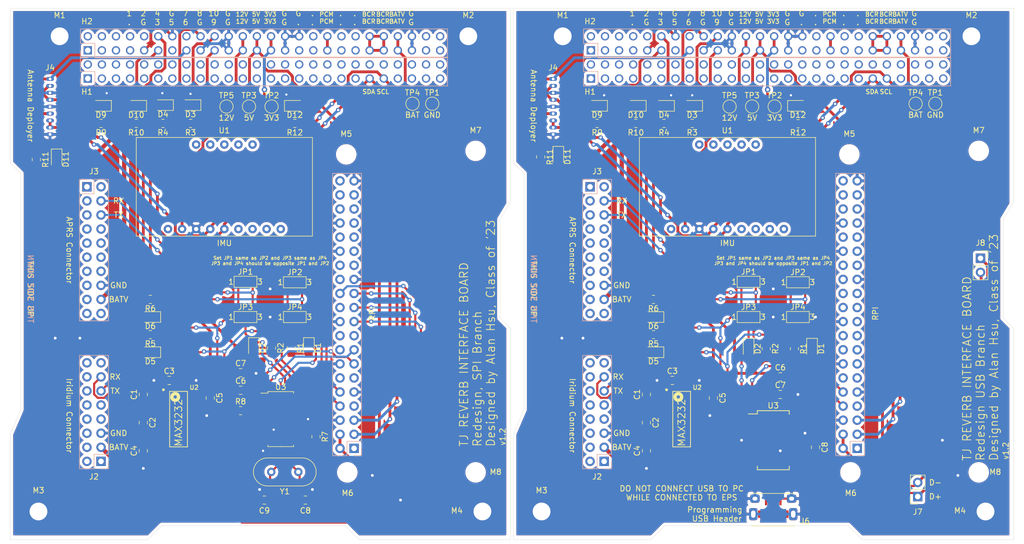
<source format=kicad_pcb>
(kicad_pcb (version 20171130) (host pcbnew "(5.1.9)-1")
  (layers (0 F.Cu signal) (31 B.Cu signal) (34 B.Paste user) (35 F.Paste user) (36 B.SilkS user) (37 F.SilkS user) (38 B.Mask user) (39 F.Mask user) (44 Edge.Cuts user))
  (net 0 "")
  (net 1 "Net-(C1-Pad2)")
  (net 2 "Net-(C1-Pad1)")
  (net 3 "Net-(C2-Pad2)")
  (net 4 "Net-(C2-Pad1)")
  (net 5 "Net-(C3-Pad2)")
  (net 6 GND)
  (net 7 "Net-(C4-Pad2)")
  (net 8 /SW8)
  (net 9 /EPSSCL)
  (net 10 /EPSSDA)
  (net 11 VBUS)
  (net 12 /BCR_OUT)
  (net 13 /PCM_IN)
  (net 14 +3V3)
  (net 15 +5V)
  (net 16 +12V)
  (net 17 /SW6)
  (net 18 /SW4)
  (net 19 /SW3)
  (net 20 /R1OUT)
  (net 21 /T1IN)
  (net 22 /R1IN)
  (net 23 /T1OUT)
  (net 24 /APRSTX)
  (net 25 /APRSRX)
  (net 26 "Net-(C8-Pad1)")
  (net 27 "Net-(D1-Pad2)")
  (net 28 "Net-(D2-Pad2)")
  (net 29 "Net-(D3-Pad2)")
  (net 30 "Net-(D4-Pad2)")
  (net 31 "Net-(D5-Pad2)")
  (net 32 "Net-(D6-Pad2)")
  (net 33 /SW9)
  (net 34 /HWRX)
  (net 35 /HWTX)
  (net 36 /SW10)
  (net 37 "Net-(C9-Pad1)")
  (net 38 /SPIUARTTX)
  (net 39 /SPIUARTRX)
  (net 40 /SPICE0)
  (net 41 /SPISCK)
  (net 42 /SPIMISO)
  (net 43 /SPIMOSI)
  (net 44 "Net-(R7-Pad2)")
  (net 45 "Net-(R8-Pad2)")
  (net 46 /RTS)
  (net 47 /CTS)
  (net 48 "Net-(D9-Pad2)")
  (net 49 "Net-(D10-Pad2)")
  (net 50 "Net-(D11-Pad2)")
  (net 51 "Net-(D12-Pad2)")
  (net 52 /D-)
  (net 53 /D+)
  (net 54 /USBUARTTX)
  (net 55 /USBUARTRX)
  (module Resistor_SMD:R_0805_2012Metric_Pad1.20x1.40mm_HandSolder (layer F.Cu) (at 118.745 76.581)
    (fp_text reference R12 (at 0 1.651) (layer F.SilkS))
    (fp_text value 1K)
    (pad 2 smd roundrect (at 1 0) (size 1.2 1.4) (layers F.Cu F.Paste F.Mask) (roundrect_rratio 0.2083325) (net 51 "Net-(D12-Pad2)"))
    (pad 1 smd roundrect (at -1 0) (size 1.2 1.4) (layers F.Cu F.Paste F.Mask) (roundrect_rratio 0.2083325) (net 33 /SW9))
  )
  (module Resistor_SMD:R_0805_2012Metric_Pad1.20x1.40mm_HandSolder (layer F.Cu) (at 72.16 83.104 270)
    (fp_text reference R11 (at 0 -1.65 90) (layer F.SilkS))
    (fp_text value 1K)
    (pad 2 smd roundrect (at 1 0 270) (size 1.2 1.4) (layers F.Cu F.Paste F.Mask) (roundrect_rratio 0.2083325) (net 50 "Net-(D11-Pad2)"))
    (pad 1 smd roundrect (at -1 0 270) (size 1.2 1.4) (layers F.Cu F.Paste F.Mask) (roundrect_rratio 0.2083325) (net 17 /SW6))
  )
  (module Resistor_SMD:R_0805_2012Metric_Pad1.20x1.40mm_HandSolder (layer F.Cu) (at 90.17 76.581 180)
    (fp_text reference R10 (at 0 -1.65) (layer F.SilkS))
    (fp_text value 5K)
    (pad 2 smd roundrect (at 1 0 180) (size 1.2 1.4) (layers F.Cu F.Paste F.Mask) (roundrect_rratio 0.2083325) (net 49 "Net-(D10-Pad2)"))
    (pad 1 smd roundrect (at -1 0 180) (size 1.2 1.4) (layers F.Cu F.Paste F.Mask) (roundrect_rratio 0.2083325) (net 18 /SW4))
  )
  (module Resistor_SMD:R_0805_2012Metric_Pad1.20x1.40mm_HandSolder (layer F.Cu) (at 83.82 76.581 180)
    (fp_text reference R9 (at 0 -1.65) (layer F.SilkS))
    (fp_text value 5K)
    (pad 2 smd roundrect (at 1 0 180) (size 1.2 1.4) (layers F.Cu F.Paste F.Mask) (roundrect_rratio 0.2083325) (net 48 "Net-(D9-Pad2)"))
    (pad 1 smd roundrect (at -1 0 180) (size 1.2 1.4) (layers F.Cu F.Paste F.Mask) (roundrect_rratio 0.2083325) (net 19 /SW3))
  )
  (module LED_SMD:LED_0805_2012Metric_Pad1.15x1.40mm_HandSolder (layer F.Cu) (at 118.745 73.406)
    (fp_text reference D12 (at 0 1.651) (layer F.SilkS))
    (fp_text value RED)
    (pad 2 smd roundrect (at 1.025 0) (size 1.15 1.4) (layers F.Cu F.Paste F.Mask) (roundrect_rratio 0.2173904347826087) (net 51 "Net-(D12-Pad2)"))
    (pad 1 smd roundrect (at -1.025 0) (size 1.15 1.4) (layers F.Cu F.Paste F.Mask) (roundrect_rratio 0.2173904347826087) (net 6 GND))
  )
  (module LED_SMD:LED_0805_2012Metric_Pad1.15x1.40mm_HandSolder (layer F.Cu) (at 75.819 83.058 270)
    (fp_text reference D11 (at 0 -1.65 90) (layer F.SilkS))
    (fp_text value RED)
    (pad 2 smd roundrect (at 1.025 0 270) (size 1.15 1.4) (layers F.Cu F.Paste F.Mask) (roundrect_rratio 0.2173904347826087) (net 50 "Net-(D11-Pad2)"))
    (pad 1 smd roundrect (at -1.025 0 270) (size 1.15 1.4) (layers F.Cu F.Paste F.Mask) (roundrect_rratio 0.2173904347826087) (net 6 GND))
  )
  (module LED_SMD:LED_0805_2012Metric_Pad1.15x1.40mm_HandSolder (layer F.Cu) (at 90.17 73.406 180)
    (fp_text reference D10 (at 0 -1.65) (layer F.SilkS))
    (fp_text value RED)
    (pad 2 smd roundrect (at 1.025 0 180) (size 1.15 1.4) (layers F.Cu F.Paste F.Mask) (roundrect_rratio 0.2173904347826087) (net 49 "Net-(D10-Pad2)"))
    (pad 1 smd roundrect (at -1.025 0 180) (size 1.15 1.4) (layers F.Cu F.Paste F.Mask) (roundrect_rratio 0.2173904347826087) (net 6 GND))
  )
  (module LED_SMD:LED_0805_2012Metric_Pad1.15x1.40mm_HandSolder (layer F.Cu) (at 83.82 73.406 180)
    (fp_text reference D9 (at 0 -1.65) (layer F.SilkS))
    (fp_text value RED)
    (pad 2 smd roundrect (at 1.025 0 180) (size 1.15 1.4) (layers F.Cu F.Paste F.Mask) (roundrect_rratio 0.2173904347826087) (net 48 "Net-(D9-Pad2)"))
    (pad 1 smd roundrect (at -1.025 0 180) (size 1.15 1.4) (layers F.Cu F.Paste F.Mask) (roundrect_rratio 0.2173904347826087) (net 6 GND))
  )
  (module Capacitor_SMD:C_0805_2012Metric_Pad1.18x1.45mm_HandSolder (layer F.Cu) (at 108.9875 121.539)
    (fp_text reference C7 (at 0 -1.68) (layer F.SilkS))
    (fp_text value 0.1uF)
    (pad 2 smd roundrect (at 1.0375 0) (size 1.175 1.45) (layers F.Cu F.Paste F.Mask) (roundrect_rratio 0.2127659574468085) (net 6 GND))
    (pad 1 smd roundrect (at -1.0375 0) (size 1.175 1.45) (layers F.Cu F.Paste F.Mask) (roundrect_rratio 0.2127659574468085) (net 36 /SW10))
  )
  (module Capacitor_SMD:C_0805_2012Metric_Pad1.18x1.45mm_HandSolder (layer F.Cu) (at 108.9875 124.714)
    (fp_text reference C6 (at 0 -1.68) (layer F.SilkS))
    (fp_text value 10uF)
    (pad 2 smd roundrect (at 1.0375 0) (size 1.175 1.45) (layers F.Cu F.Paste F.Mask) (roundrect_rratio 0.2127659574468085) (net 6 GND))
    (pad 1 smd roundrect (at -1.0375 0) (size 1.175 1.45) (layers F.Cu F.Paste F.Mask) (roundrect_rratio 0.2127659574468085) (net 36 /SW10))
  )
  (module Crystal:Crystal_HC49-U_Vertical (layer F.Cu) (at 119.38 139.446 180)
    (fp_text reference Y1 (at 2.44 -3.525) (layer F.SilkS))
    (fp_text value 1.8432MHz)
    (pad 2 thru_hole circle (at 4.88 0 180) (size 1.5 1.5) (drill 0.8) (layers *.Cu *.Mask) (net 37 "Net-(C9-Pad1)"))
    (pad 1 thru_hole circle (at 0 0 180) (size 1.5 1.5) (drill 0.8) (layers *.Cu *.Mask) (net 26 "Net-(C8-Pad1)"))
  )
  (module Package_SO:TSSOP-28_4.4x9.7mm_P0.65mm (layer F.Cu) (at 116.205 129.921)
    (fp_text reference U3 (at 0 -5.8) (layer F.SilkS))
    (fp_text value SC16IS752IPW)
    (pad 28 smd roundrect (at 2.8625 -4.225) (size 1.475 0.4) (layers F.Cu F.Paste F.Mask))
    (pad 27 smd roundrect (at 2.8625 -3.575) (size 1.475 0.4) (layers F.Cu F.Paste F.Mask))
    (pad 26 smd roundrect (at 2.8625 -2.925) (size 1.475 0.4) (layers F.Cu F.Paste F.Mask))
    (pad 25 smd roundrect (at 2.8625 -2.275) (size 1.475 0.4) (layers F.Cu F.Paste F.Mask))
    (pad 24 smd roundrect (at 2.8625 -1.625) (size 1.475 0.4) (layers F.Cu F.Paste F.Mask))
    (pad 23 smd roundrect (at 2.8625 -0.975) (size 1.475 0.4) (layers F.Cu F.Paste F.Mask))
    (pad 22 smd roundrect (at 2.8625 -0.325) (size 1.475 0.4) (layers F.Cu F.Paste F.Mask) (net 6 GND))
    (pad 21 smd roundrect (at 2.8625 0.325) (size 1.475 0.4) (layers F.Cu F.Paste F.Mask))
    (pad 20 smd roundrect (at 2.8625 0.975) (size 1.475 0.4) (layers F.Cu F.Paste F.Mask))
    (pad 19 smd roundrect (at 2.8625 1.625) (size 1.475 0.4) (layers F.Cu F.Paste F.Mask))
    (pad 18 smd roundrect (at 2.8625 2.275) (size 1.475 0.4) (layers F.Cu F.Paste F.Mask))
    (pad 17 smd roundrect (at 2.8625 2.925) (size 1.475 0.4) (layers F.Cu F.Paste F.Mask))
    (pad 16 smd roundrect (at 2.8625 3.575) (size 1.475 0.4) (layers F.Cu F.Paste F.Mask))
    (pad 15 smd roundrect (at 2.8625 4.225) (size 1.475 0.4) (layers F.Cu F.Paste F.Mask) (net 44 "Net-(R7-Pad2)"))
    (pad 14 smd roundrect (at -2.8625 4.225) (size 1.475 0.4) (layers F.Cu F.Paste F.Mask) (net 6 GND))
    (pad 13 smd roundrect (at -2.8625 3.575) (size 1.475 0.4) (layers F.Cu F.Paste F.Mask) (net 41 /SPISCK))
    (pad 12 smd roundrect (at -2.8625 2.925) (size 1.475 0.4) (layers F.Cu F.Paste F.Mask) (net 42 /SPIMISO))
    (pad 11 smd roundrect (at -2.8625 2.275) (size 1.475 0.4) (layers F.Cu F.Paste F.Mask) (net 43 /SPIMOSI))
    (pad 10 smd roundrect (at -2.8625 1.625) (size 1.475 0.4) (layers F.Cu F.Paste F.Mask) (net 40 /SPICE0))
    (pad 9 smd roundrect (at -2.8625 0.975) (size 1.475 0.4) (layers F.Cu F.Paste F.Mask) (net 6 GND))
    (pad 8 smd roundrect (at -2.8625 0.325) (size 1.475 0.4) (layers F.Cu F.Paste F.Mask) (net 36 /SW10))
    (pad 7 smd roundrect (at -2.8625 -0.325) (size 1.475 0.4) (layers F.Cu F.Paste F.Mask) (net 37 "Net-(C9-Pad1)"))
    (pad 6 smd roundrect (at -2.8625 -0.975) (size 1.475 0.4) (layers F.Cu F.Paste F.Mask) (net 26 "Net-(C8-Pad1)"))
    (pad 5 smd roundrect (at -2.8625 -1.625) (size 1.475 0.4) (layers F.Cu F.Paste F.Mask) (net 45 "Net-(R8-Pad2)"))
    (pad 4 smd roundrect (at -2.8625 -2.275) (size 1.475 0.4) (layers F.Cu F.Paste F.Mask) (net 39 /SPIUARTRX))
    (pad 3 smd roundrect (at -2.8625 -2.925) (size 1.475 0.4) (layers F.Cu F.Paste F.Mask) (net 38 /SPIUARTTX))
    (pad 2 smd roundrect (at -2.8625 -3.575) (size 1.475 0.4) (layers F.Cu F.Paste F.Mask) (net 47 /CTS))
    (pad 1 smd roundrect (at -2.8625 -4.225) (size 1.475 0.4) (layers F.Cu F.Paste F.Mask) (net 46 /RTS))
  )
  (module Resistor_SMD:R_0805_2012Metric_Pad1.20x1.40mm_HandSolder (layer F.Cu) (at 108.966 128.397)
    (fp_text reference R8 (at 0 -1.65) (layer F.SilkS))
    (fp_text value 1K)
    (pad 2 smd roundrect (at 1 0) (size 1.2 1.4) (layers F.Cu F.Paste F.Mask) (roundrect_rratio 0.2083325) (net 45 "Net-(R8-Pad2)"))
    (pad 1 smd roundrect (at -1 0) (size 1.2 1.4) (layers F.Cu F.Paste F.Mask) (roundrect_rratio 0.2083325) (net 36 /SW10))
  )
  (module Resistor_SMD:R_0805_2012Metric_Pad1.20x1.40mm_HandSolder (layer F.Cu) (at 122.555 133.096 270)
    (fp_text reference R7 (at 0 -1.65 90) (layer F.SilkS))
    (fp_text value 1K)
    (pad 2 smd roundrect (at 1 0 270) (size 1.2 1.4) (layers F.Cu F.Paste F.Mask) (roundrect_rratio 0.2083325) (net 44 "Net-(R7-Pad2)"))
    (pad 1 smd roundrect (at -1 0 270) (size 1.2 1.4) (layers F.Cu F.Paste F.Mask) (roundrect_rratio 0.2083325) (net 36 /SW10))
  )
  (module Capacitor_SMD:C_0805_2012Metric_Pad1.18x1.45mm_HandSolder (layer F.Cu) (at 113.2625 144.526 180)
    (fp_text reference C9 (at 0 -1.905) (layer F.SilkS))
    (fp_text value 33pF)
    (pad 2 smd roundrect (at 1.0375 0 180) (size 1.175 1.45) (layers F.Cu F.Paste F.Mask) (roundrect_rratio 0.2127659574468085) (net 6 GND))
    (pad 1 smd roundrect (at -1.0375 0 180) (size 1.175 1.45) (layers F.Cu F.Paste F.Mask) (roundrect_rratio 0.2127659574468085) (net 37 "Net-(C9-Pad1)"))
  )
  (module Capacitor_SMD:C_0805_2012Metric_Pad1.18x1.45mm_HandSolder (layer F.Cu) (at 120.65 144.526)
    (fp_text reference C8 (at 0 1.905) (layer F.SilkS))
    (fp_text value 22pF)
    (pad 2 smd roundrect (at 1.0375 0) (size 1.175 1.45) (layers F.Cu F.Paste F.Mask) (roundrect_rratio 0.2127659574468085) (net 6 GND))
    (pad 1 smd roundrect (at -1.0375 0) (size 1.175 1.45) (layers F.Cu F.Paste F.Mask) (roundrect_rratio 0.2127659574468085) (net 26 "Net-(C8-Pad1)"))
  )
  (module TestPoint:TestPoint_Pad_D2.0mm (layer F.Cu) (at 106.426 73.533)
    (fp_text reference TP5 (at 0 -1.998) (layer F.SilkS))
    (fp_text value 12V)
    (pad 1 smd circle (at 0 0) (size 2 2) (layers F.Cu F.Mask) (net 16 +12V))
  )
  (module TestPoint:TestPoint_Pad_D2.0mm (layer F.Cu) (at 139.954 73.025)
    (fp_text reference TP4 (at 0 -1.998) (layer F.SilkS))
    (fp_text value BAT)
    (pad 1 smd circle (at 0 0) (size 2 2) (layers F.Cu F.Mask) (net 11 VBUS))
  )
  (module TestPoint:TestPoint_Pad_D2.0mm (layer F.Cu) (at 110.49 73.533)
    (fp_text reference TP3 (at 0 -1.998) (layer F.SilkS))
    (fp_text value 5V)
    (pad 1 smd circle (at 0 0) (size 2 2) (layers F.Cu F.Mask) (net 15 +5V))
  )
  (module TestPoint:TestPoint_Pad_D2.0mm (layer F.Cu) (at 114.554 73.533)
    (fp_text reference TP2 (at 0 -1.998) (layer F.SilkS))
    (fp_text value 3V3)
    (pad 1 smd circle (at 0 0) (size 2 2) (layers F.Cu F.Mask) (net 14 +3V3))
  )
  (module TestPoint:TestPoint_Pad_D2.0mm (layer F.Cu) (at 143.51 73.025)
    (fp_text reference TP1 (at 0 -1.998) (layer F.SilkS))
    (fp_text value GND)
    (pad 1 smd circle (at 0 0) (size 2 2) (layers F.Cu F.Mask) (net 6 GND))
  )
  (module MountingHole:MountingHole_2.7mm_M2.5 (layer F.Cu) (at 151.331 139.53)
    (fp_text reference M8 (at 3.609 -0.084) (layer F.SilkS))
    (fp_text value PiMount)
    (pad 1 np_thru_hole circle (at 0 0) (size 2.7 2.7) (drill 2.7) (layers *.Cu *.Mask))
  )
  (module MountingHole:MountingHole_2.7mm_M2.5 (layer F.Cu) (at 151.331 81.53)
    (fp_text reference M7 (at 0 -3.7) (layer F.SilkS))
    (fp_text value PiMount)
    (pad 1 np_thru_hole circle (at 0 0) (size 2.7 2.7) (drill 2.7) (layers *.Cu *.Mask))
  )
  (module MountingHole:MountingHole_2.7mm_M2.5 (layer F.Cu) (at 128.204 139.53)
    (fp_text reference M6 (at 0.066 3.726) (layer F.SilkS))
    (fp_text value PiMount)
    (pad 1 np_thru_hole circle (at 0 0) (size 2.7 2.7) (drill 2.7) (layers *.Cu *.Mask))
  )
  (module MountingHole:MountingHole_2.7mm_M2.5 (layer F.Cu) (at 128.014 82.165)
    (fp_text reference M5 (at 0 -3.7) (layer F.SilkS))
    (fp_text value PiMount)
    (pad 1 np_thru_hole circle (at 0 0) (size 2.7 2.7) (drill 2.7) (layers *.Cu *.Mask))
  )
  (module Resistor_SMD:R_0805_2012Metric_Pad1.20x1.40mm_HandSolder (layer F.Cu) (at 92.71 108.331 180)
    (fp_text reference R6 (at 0 -1.65) (layer F.SilkS))
    (fp_text value 1K)
    (pad 2 smd roundrect (at 1 0 180) (size 1.2 1.4) (layers F.Cu F.Paste F.Mask) (roundrect_rratio 0.2083325) (net 32 "Net-(D6-Pad2)"))
    (pad 1 smd roundrect (at -1 0 180) (size 1.2 1.4) (layers F.Cu F.Paste F.Mask) (roundrect_rratio 0.2083325) (net 8 /SW8))
  )
  (module Resistor_SMD:R_0805_2012Metric_Pad1.20x1.40mm_HandSolder (layer F.Cu) (at 92.71 114.681 180)
    (fp_text reference R5 (at 0 -1.65) (layer F.SilkS))
    (fp_text value 1K)
    (pad 2 smd roundrect (at 1 0 180) (size 1.2 1.4) (layers F.Cu F.Paste F.Mask) (roundrect_rratio 0.2083325) (net 31 "Net-(D5-Pad2)"))
    (pad 1 smd roundrect (at -1 0 180) (size 1.2 1.4) (layers F.Cu F.Paste F.Mask) (roundrect_rratio 0.2083325) (net 8 /SW8))
  )
  (module Resistor_SMD:R_0805_2012Metric_Pad1.20x1.40mm_HandSolder (layer F.Cu) (at 94.98 76.581 180)
    (fp_text reference R4 (at 0 -1.65) (layer F.SilkS))
    (fp_text value 1K)
    (pad 2 smd roundrect (at 1 0 180) (size 1.2 1.4) (layers F.Cu F.Paste F.Mask) (roundrect_rratio 0.2083325) (net 30 "Net-(D4-Pad2)"))
    (pad 1 smd roundrect (at -1 0 180) (size 1.2 1.4) (layers F.Cu F.Paste F.Mask) (roundrect_rratio 0.2083325) (net 8 /SW8))
  )
  (module Resistor_SMD:R_0805_2012Metric_Pad1.20x1.40mm_HandSolder (layer F.Cu) (at 99.965 76.581 180)
    (fp_text reference R3 (at 0 -1.65) (layer F.SilkS))
    (fp_text value 1K)
    (pad 2 smd roundrect (at 1 0 180) (size 1.2 1.4) (layers F.Cu F.Paste F.Mask) (roundrect_rratio 0.2083325) (net 29 "Net-(D3-Pad2)"))
    (pad 1 smd roundrect (at -1 0 180) (size 1.2 1.4) (layers F.Cu F.Paste F.Mask) (roundrect_rratio 0.2083325) (net 36 /SW10))
  )
  (module Resistor_SMD:R_0805_2012Metric_Pad1.20x1.40mm_HandSolder (layer F.Cu) (at 114.554 117.094 270)
    (fp_text reference R2 (at 0 -1.65 90) (layer F.SilkS))
    (fp_text value 1K)
    (pad 2 smd roundrect (at 1 0 270) (size 1.2 1.4) (layers F.Cu F.Paste F.Mask) (roundrect_rratio 0.2083325) (net 28 "Net-(D2-Pad2)"))
    (pad 1 smd roundrect (at -1 0 270) (size 1.2 1.4) (layers F.Cu F.Paste F.Mask) (roundrect_rratio 0.2083325) (net 36 /SW10))
  )
  (module Resistor_SMD:R_0805_2012Metric_Pad1.20x1.40mm_HandSolder (layer F.Cu) (at 118.11 117.094 270)
    (fp_text reference R1 (at 0 -1.65 90) (layer F.SilkS))
    (fp_text value 1K)
    (pad 2 smd roundrect (at 1 0 270) (size 1.2 1.4) (layers F.Cu F.Paste F.Mask) (roundrect_rratio 0.2083325) (net 27 "Net-(D1-Pad2)"))
    (pad 1 smd roundrect (at -1 0 270) (size 1.2 1.4) (layers F.Cu F.Paste F.Mask) (roundrect_rratio 0.2083325) (net 36 /SW10))
  )
  (module Jumper:SolderJumper-3_P1.3mm_Open_Pad1.0x1.5mm_NumberLabels (layer F.Cu) (at 118.745 111.506)
    (fp_text reference JP4 (at 0 -1.8) (layer F.SilkS))
    (fp_text value SPIUARTTX)
    (fp_text user 1 (at -2.6 0) (layer F.SilkS))
    (fp_text user 3 (at 2.6 0) (layer F.SilkS))
    (pad 1 smd rect (at -1.3 0) (size 1 1.5) (layers F.Cu F.Mask) (net 21 /T1IN))
    (pad 2 smd rect (at 0 0) (size 1 1.5) (layers F.Cu F.Mask) (net 38 /SPIUARTTX))
    (pad 3 smd rect (at 1.3 0) (size 1 1.5) (layers F.Cu F.Mask) (net 24 /APRSTX))
  )
  (module Jumper:SolderJumper-3_P1.3mm_Open_Pad1.0x1.5mm_NumberLabels (layer F.Cu) (at 109.855 111.506)
    (fp_text reference JP3 (at 0 -1.8) (layer F.SilkS))
    (fp_text value SPIUARTRX)
    (fp_text user 1 (at -2.6 0) (layer F.SilkS))
    (fp_text user 3 (at 2.6 0) (layer F.SilkS))
    (pad 1 smd rect (at -1.3 0) (size 1 1.5) (layers F.Cu F.Mask) (net 20 /R1OUT))
    (pad 2 smd rect (at 0 0) (size 1 1.5) (layers F.Cu F.Mask) (net 39 /SPIUARTRX))
    (pad 3 smd rect (at 1.3 0) (size 1 1.5) (layers F.Cu F.Mask) (net 25 /APRSRX))
  )
  (module Jumper:SolderJumper-3_P1.3mm_Open_Pad1.0x1.5mm_NumberLabels (layer F.Cu) (at 118.745 105.241)
    (fp_text reference JP2 (at 0 -1.8) (layer F.SilkS))
    (fp_text value HWTX)
    (fp_text user 1 (at -2.6 0) (layer F.SilkS))
    (fp_text user 3 (at 2.6 0) (layer F.SilkS))
    (pad 1 smd rect (at -1.3 0) (size 1 1.5) (layers F.Cu F.Mask) (net 21 /T1IN))
    (pad 2 smd rect (at 0 0) (size 1 1.5) (layers F.Cu F.Mask) (net 35 /HWTX))
    (pad 3 smd rect (at 1.3 0) (size 1 1.5) (layers F.Cu F.Mask) (net 24 /APRSTX))
  )
  (module Jumper:SolderJumper-3_P1.3mm_Open_Pad1.0x1.5mm_NumberLabels (layer F.Cu) (at 109.855 105.156)
    (fp_text reference JP1 (at 0 -1.8) (layer F.SilkS))
    (fp_text value HWRX)
    (fp_text user 1 (at -2.6 0) (layer F.SilkS))
    (fp_text user 3 (at 2.6 0) (layer F.SilkS))
    (pad 1 smd rect (at -1.3 0) (size 1 1.5) (layers F.Cu F.Mask) (net 20 /R1OUT))
    (pad 2 smd rect (at 0 0) (size 1 1.5) (layers F.Cu F.Mask) (net 34 /HWRX))
    (pad 3 smd rect (at 1.3 0) (size 1 1.5) (layers F.Cu F.Mask) (net 25 /APRSRX))
  )
  (module "REVERB Interface:LSM9DS1BOB" (layer F.Cu) (at 106.045 88.011)
    (fp_text reference U1 (at 0 -10.16) (layer F.SilkS))
    (fp_text value LSM9DS1BOB)
    (pad 14 thru_hole circle (at -10.16 7.62) (size 1.524 1.524) (drill 0.762) (layers *.Cu *.Mask))
    (pad 13 thru_hole circle (at -7.62 7.62) (size 1.524 1.524) (drill 0.762) (layers *.Cu *.Mask) (net 33 /SW9))
    (pad 12 thru_hole circle (at -5.08 7.62) (size 1.524 1.524) (drill 0.762) (layers *.Cu *.Mask) (net 6 GND))
    (pad 11 thru_hole circle (at -2.54 7.62) (size 1.524 1.524) (drill 0.762) (layers *.Cu *.Mask) (net 9 /EPSSCL))
    (pad 10 thru_hole circle (at 0 7.62) (size 1.524 1.524) (drill 0.762) (layers *.Cu *.Mask) (net 10 /EPSSDA))
    (pad 9 thru_hole circle (at 2.54 7.62) (size 1.524 1.524) (drill 0.762) (layers *.Cu *.Mask))
    (pad 8 thru_hole circle (at 5.08 7.62) (size 1.524 1.524) (drill 0.762) (layers *.Cu *.Mask))
    (pad 7 thru_hole circle (at 7.62 7.62) (size 1.524 1.524) (drill 0.762) (layers *.Cu *.Mask))
    (pad 6 thru_hole circle (at 10.16 7.62) (size 1.524 1.524) (drill 0.762) (layers *.Cu *.Mask))
    (pad 1 thru_hole circle (at -5.08 -7.62) (size 1.524 1.524) (drill 0.762) (layers *.Cu *.Mask))
    (pad 5 thru_hole circle (at 5.08 -7.62) (size 1.524 1.524) (drill 0.762) (layers *.Cu *.Mask))
    (pad 4 thru_hole circle (at 2.54 -7.62) (size 1.524 1.524) (drill 0.762) (layers *.Cu *.Mask))
    (pad 3 thru_hole circle (at 0 -7.62) (size 1.524 1.524) (drill 0.762) (layers *.Cu *.Mask))
    (pad 2 thru_hole circle (at -2.54 -7.62) (size 1.524 1.524) (drill 0.762) (layers *.Cu *.Mask))
  )
  (module LED_SMD:LED_0805_2012Metric_Pad1.15x1.40mm_HandSolder (layer F.Cu) (at 92.71 111.506 180)
    (fp_text reference D6 (at 0 -1.65) (layer F.SilkS))
    (fp_text value GREEN)
    (pad 2 smd roundrect (at 1.025 0 180) (size 1.15 1.4) (layers F.Cu F.Paste F.Mask) (roundrect_rratio 0.2173904347826087) (net 32 "Net-(D6-Pad2)"))
    (pad 1 smd roundrect (at -1.025 0 180) (size 1.15 1.4) (layers F.Cu F.Paste F.Mask) (roundrect_rratio 0.2173904347826087) (net 20 /R1OUT))
  )
  (module LED_SMD:LED_0805_2012Metric_Pad1.15x1.40mm_HandSolder (layer F.Cu) (at 92.71 117.856 180)
    (fp_text reference D5 (at 0 -1.65) (layer F.SilkS))
    (fp_text value RED)
    (pad 2 smd roundrect (at 1.025 0 180) (size 1.15 1.4) (layers F.Cu F.Paste F.Mask) (roundrect_rratio 0.2173904347826087) (net 31 "Net-(D5-Pad2)"))
    (pad 1 smd roundrect (at -1.025 0 180) (size 1.15 1.4) (layers F.Cu F.Paste F.Mask) (roundrect_rratio 0.2173904347826087) (net 21 /T1IN))
  )
  (module LED_SMD:LED_0805_2012Metric_Pad1.15x1.40mm_HandSolder (layer F.Cu) (at 94.996 73.279 180)
    (fp_text reference D4 (at 0 -1.65) (layer F.SilkS))
    (fp_text value RED)
    (pad 2 smd roundrect (at 1.025 0 180) (size 1.15 1.4) (layers F.Cu F.Paste F.Mask) (roundrect_rratio 0.2173904347826087) (net 30 "Net-(D4-Pad2)"))
    (pad 1 smd roundrect (at -1.025 0 180) (size 1.15 1.4) (layers F.Cu F.Paste F.Mask) (roundrect_rratio 0.2173904347826087) (net 6 GND))
  )
  (module LED_SMD:LED_0805_2012Metric_Pad1.15x1.40mm_HandSolder (layer F.Cu) (at 99.949 73.279 180)
    (fp_text reference D3 (at 0 -1.65) (layer F.SilkS))
    (fp_text value RED)
    (pad 2 smd roundrect (at 1.025 0 180) (size 1.15 1.4) (layers F.Cu F.Paste F.Mask) (roundrect_rratio 0.2173904347826087) (net 29 "Net-(D3-Pad2)"))
    (pad 1 smd roundrect (at -1.025 0 180) (size 1.15 1.4) (layers F.Cu F.Paste F.Mask) (roundrect_rratio 0.2173904347826087) (net 6 GND))
  )
  (module LED_SMD:LED_0805_2012Metric_Pad1.15x1.40mm_HandSolder (layer F.Cu) (at 111.379 117.094 270)
    (fp_text reference D2 (at 0 -1.65 90) (layer F.SilkS))
    (fp_text value GREEN)
    (pad 2 smd roundrect (at 1.025 0 270) (size 1.15 1.4) (layers F.Cu F.Paste F.Mask) (roundrect_rratio 0.2173904347826087) (net 28 "Net-(D2-Pad2)"))
    (pad 1 smd roundrect (at -1.025 0 270) (size 1.15 1.4) (layers F.Cu F.Paste F.Mask) (roundrect_rratio 0.2173904347826087) (net 39 /SPIUARTRX))
  )
  (module LED_SMD:LED_0805_2012Metric_Pad1.15x1.40mm_HandSolder (layer F.Cu) (at 121.285 117.094 270)
    (fp_text reference D1 (at 0 -1.65 90) (layer F.SilkS))
    (fp_text value RED)
    (pad 2 smd roundrect (at 1.025 0 270) (size 1.15 1.4) (layers F.Cu F.Paste F.Mask) (roundrect_rratio 0.2173904347826087) (net 27 "Net-(D1-Pad2)"))
    (pad 1 smd roundrect (at -1.025 0 270) (size 1.15 1.4) (layers F.Cu F.Paste F.Mask) (roundrect_rratio 0.2173904347826087) (net 38 /SPIUARTTX))
  )
  (module "REVERB Interface:Texas_Instruments-MAX3232ID" (layer F.Cu) (at 97.79 129.921)
    (fp_text reference U2 (at 1.905 -5.715) (layer F.SilkS) (effects (font (size 0.800001 0.800001)) (justify left)))
    (fp_text value MAX3232 (at 0 0.635 90) (layer F.SilkS) (effects (font (size 1.27 1.27))))
    (pad 1 smd roundrect (at -2.725001 -4.445 270) (size 0.599999 1.45) (layers F.Cu F.Paste F.Mask) (roundrect_rratio 0.3399955666592778) (net 1 "Net-(C1-Pad2)"))
    (pad 2 smd roundrect (at -2.725001 -3.175 270) (size 0.599999 1.45) (layers F.Cu F.Paste F.Mask) (roundrect_rratio 0.3399955666592778) (net 5 "Net-(C3-Pad2)"))
    (pad 3 smd roundrect (at -2.725001 -1.905 270) (size 0.599999 1.45) (layers F.Cu F.Paste F.Mask) (roundrect_rratio 0.3399955666592778) (net 2 "Net-(C1-Pad1)"))
    (pad 4 smd roundrect (at -2.725001 -0.635 270) (size 0.599999 1.45) (layers F.Cu F.Paste F.Mask) (roundrect_rratio 0.3399955666592778) (net 4 "Net-(C2-Pad1)"))
    (pad 5 smd roundrect (at -2.725001 0.635 270) (size 0.599999 1.45) (layers F.Cu F.Paste F.Mask) (roundrect_rratio 0.3399955666592778) (net 3 "Net-(C2-Pad2)"))
    (pad 6 smd roundrect (at -2.725001 1.905 270) (size 0.599999 1.45) (layers F.Cu F.Paste F.Mask) (roundrect_rratio 0.3399955666592778) (net 7 "Net-(C4-Pad2)"))
    (pad 7 smd roundrect (at -2.725001 3.175 270) (size 0.599999 1.45) (layers F.Cu F.Paste F.Mask) (roundrect_rratio 0.3399955666592778))
    (pad 8 smd roundrect (at -2.725001 4.445 270) (size 0.599999 1.45) (layers F.Cu F.Paste F.Mask) (roundrect_rratio 0.3399955666592778))
    (pad 16 smd roundrect (at 2.724998 -4.445 270) (size 0.599999 1.45) (layers F.Cu F.Paste F.Mask) (roundrect_rratio 0.3399955666592778) (net 8 /SW8))
    (pad 15 smd roundrect (at 2.724998 -3.175 270) (size 0.599999 1.45) (layers F.Cu F.Paste F.Mask) (roundrect_rratio 0.3399955666592778) (net 6 GND))
    (pad 14 smd roundrect (at 2.724998 -1.905 270) (size 0.599999 1.45) (layers F.Cu F.Paste F.Mask) (roundrect_rratio 0.3399955666592778) (net 23 /T1OUT))
    (pad 13 smd roundrect (at 2.724998 -0.635 270) (size 0.599999 1.45) (layers F.Cu F.Paste F.Mask) (roundrect_rratio 0.3399955666592778) (net 22 /R1IN))
    (pad 12 smd roundrect (at 2.724998 0.635 270) (size 0.599999 1.45) (layers F.Cu F.Paste F.Mask) (roundrect_rratio 0.3399955666592778) (net 20 /R1OUT))
    (pad 11 smd roundrect (at 2.724998 1.905 270) (size 0.599999 1.45) (layers F.Cu F.Paste F.Mask) (roundrect_rratio 0.3399955666592778) (net 21 /T1IN))
    (pad 10 smd roundrect (at 2.724998 3.175 270) (size 0.599999 1.45) (layers F.Cu F.Paste F.Mask) (roundrect_rratio 0.3399955666592778))
    (pad 9 smd roundrect (at 2.724998 4.445 270) (size 0.599999 1.45) (layers F.Cu F.Paste F.Mask) (roundrect_rratio 0.3399955666592778))
  )
  (module MountingHole:MountingHole_3.2mm_M3_DIN965_Pad_TopBottom (layer F.Cu) (at 152.556 146.585)
    (fp_text reference M4 (at -4.601 -0.154) (layer F.SilkS))
    (fp_text value MountingHole_Pad)
    (pad 1 connect circle (at 0 0) (size 5.6 5.6) (layers B.Cu B.Mask) (net 6 GND))
    (pad 1 connect circle (at 0 0) (size 5.6 5.6) (layers F.Cu F.Mask) (net 6 GND))
    (pad 1 thru_hole circle (at 0 0) (size 3.6 3.6) (drill 3.2) (layers *.Cu *.Mask) (net 6 GND))
  )
  (module MountingHole:MountingHole_3.2mm_M3_DIN965_Pad_TopBottom (layer F.Cu) (at 72.546 146.585)
    (fp_text reference M3 (at 0 -3.8) (layer F.SilkS))
    (fp_text value MountingHole_Pad)
    (pad 1 connect circle (at 0 0) (size 5.6 5.6) (layers B.Cu B.Mask) (net 6 GND))
    (pad 1 connect circle (at 0 0) (size 5.6 5.6) (layers F.Cu F.Mask) (net 6 GND))
    (pad 1 thru_hole circle (at 0 0) (size 3.6 3.6) (drill 3.2) (layers *.Cu *.Mask) (net 6 GND))
  )
  (module MountingHole:MountingHole_3.2mm_M3_DIN965_Pad_TopBottom (layer F.Cu) (at 150.016 60.86)
    (fp_text reference M2 (at 0 -3.8) (layer F.SilkS))
    (fp_text value MountingHole_Pad)
    (pad 1 connect circle (at 0 0) (size 5.6 5.6) (layers B.Cu B.Mask) (net 6 GND))
    (pad 1 connect circle (at 0 0) (size 5.6 5.6) (layers F.Cu F.Mask) (net 6 GND))
    (pad 1 thru_hole circle (at 0 0) (size 3.6 3.6) (drill 3.2) (layers *.Cu *.Mask) (net 6 GND))
  )
  (module MountingHole:MountingHole_3.2mm_M3_DIN965_Pad_TopBottom (layer F.Cu) (at 76.356 60.86)
    (fp_text reference M1 (at 0 -3.8) (layer F.SilkS))
    (fp_text value MountingHole_Pad)
    (pad 1 connect circle (at 0 0) (size 5.6 5.6) (layers B.Cu B.Mask) (net 6 GND))
    (pad 1 connect circle (at 0 0) (size 5.6 5.6) (layers F.Cu F.Mask) (net 6 GND))
    (pad 1 thru_hole circle (at 0 0) (size 3.6 3.6) (drill 3.2) (layers *.Cu *.Mask) (net 6 GND))
  )
  (module "REVERB Interface:1.25mmPitchHeader" (layer F.Cu) (at 74.636 68.56)
    (fp_text reference J4 (at 0 -2.04) (layer F.SilkS))
    (fp_text value Antenna)
    (pad 9 thru_hole oval (at 0 10) (size 1.4 0.7) (drill 0.5) (layers *.Cu *.Mask) (net 6 GND))
    (pad 8 thru_hole oval (at 0 8.75) (size 1.4 0.7) (drill 0.5) (layers *.Cu *.Mask) (net 9 /EPSSCL))
    (pad 7 thru_hole oval (at 0 7.5) (size 1.4 0.7) (drill 0.5) (layers *.Cu *.Mask) (net 9 /EPSSCL))
    (pad 6 thru_hole oval (at 0 6.25) (size 1.4 0.7) (drill 0.5) (layers *.Cu *.Mask) (net 17 /SW6))
    (pad 5 thru_hole oval (at 0 5) (size 1.4 0.7) (drill 0.5) (layers *.Cu *.Mask) (net 6 GND))
    (pad 4 thru_hole oval (at 0 3.75) (size 1.4 0.7) (drill 0.5) (layers *.Cu *.Mask) (net 10 /EPSSDA))
    (pad 3 thru_hole oval (at 0 2.5) (size 1.4 0.7) (drill 0.5) (layers *.Cu *.Mask) (net 6 GND))
    (pad 2 thru_hole oval (at 0 1.25) (size 1.4 0.7) (drill 0.5) (layers *.Cu *.Mask) (net 10 /EPSSDA))
    (pad 1 thru_hole oval (at 0 0) (size 1.4 0.7) (drill 0.5) (layers *.Cu *.Mask) (net 17 /SW6))
  )
  (module Connector_PinSocket_2.54mm:PinSocket_2x10_P2.54mm_Vertical (layer B.Cu) (at 81.28 88.011 180)
    (fp_text reference J3 (at -1.27 2.77) (layer F.SilkS))
    (fp_text value APRS)
    (pad 20 thru_hole oval (at -2.54 -22.86 180) (size 1.7 1.7) (drill 1) (layers *.Cu *.Mask))
    (pad 19 thru_hole oval (at 0 -22.86 180) (size 1.7 1.7) (drill 1) (layers *.Cu *.Mask))
    (pad 18 thru_hole oval (at -2.54 -20.32 180) (size 1.7 1.7) (drill 1) (layers *.Cu *.Mask) (net 18 /SW4))
    (pad 17 thru_hole oval (at 0 -20.32 180) (size 1.7 1.7) (drill 1) (layers *.Cu *.Mask))
    (pad 16 thru_hole oval (at -2.54 -17.78 180) (size 1.7 1.7) (drill 1) (layers *.Cu *.Mask) (net 6 GND))
    (pad 15 thru_hole oval (at 0 -17.78 180) (size 1.7 1.7) (drill 1) (layers *.Cu *.Mask))
    (pad 14 thru_hole oval (at -2.54 -15.24 180) (size 1.7 1.7) (drill 1) (layers *.Cu *.Mask))
    (pad 13 thru_hole oval (at 0 -15.24 180) (size 1.7 1.7) (drill 1) (layers *.Cu *.Mask))
    (pad 12 thru_hole oval (at -2.54 -12.7 180) (size 1.7 1.7) (drill 1) (layers *.Cu *.Mask))
    (pad 11 thru_hole oval (at 0 -12.7 180) (size 1.7 1.7) (drill 1) (layers *.Cu *.Mask))
    (pad 10 thru_hole oval (at -2.54 -10.16 180) (size 1.7 1.7) (drill 1) (layers *.Cu *.Mask))
    (pad 9 thru_hole oval (at 0 -10.16 180) (size 1.7 1.7) (drill 1) (layers *.Cu *.Mask))
    (pad 8 thru_hole oval (at -2.54 -7.62 180) (size 1.7 1.7) (drill 1) (layers *.Cu *.Mask))
    (pad 7 thru_hole oval (at 0 -7.62 180) (size 1.7 1.7) (drill 1) (layers *.Cu *.Mask))
    (pad 6 thru_hole oval (at -2.54 -5.08 180) (size 1.7 1.7) (drill 1) (layers *.Cu *.Mask) (net 24 /APRSTX))
    (pad 5 thru_hole oval (at 0 -5.08 180) (size 1.7 1.7) (drill 1) (layers *.Cu *.Mask))
    (pad 4 thru_hole oval (at -2.54 -2.54 180) (size 1.7 1.7) (drill 1) (layers *.Cu *.Mask) (net 25 /APRSRX))
    (pad 3 thru_hole oval (at 0 -2.54 180) (size 1.7 1.7) (drill 1) (layers *.Cu *.Mask))
    (pad 2 thru_hole oval (at -2.54 0 180) (size 1.7 1.7) (drill 1) (layers *.Cu *.Mask))
    (pad 1 thru_hole rect (at 0 0 180) (size 1.7 1.7) (drill 1) (layers *.Cu *.Mask))
  )
  (module Connector_PinSocket_2.54mm:PinSocket_2x08_P2.54mm_Vertical (layer B.Cu) (at 83.82 137.541)
    (fp_text reference J2 (at -1.27 2.77) (layer F.SilkS))
    (fp_text value Iridium)
    (pad 16 thru_hole oval (at -2.54 -17.78) (size 1.7 1.7) (drill 1) (layers *.Cu *.Mask))
    (pad 15 thru_hole oval (at 0 -17.78) (size 1.7 1.7) (drill 1) (layers *.Cu *.Mask))
    (pad 14 thru_hole oval (at -2.54 -15.24) (size 1.7 1.7) (drill 1) (layers *.Cu *.Mask))
    (pad 13 thru_hole oval (at 0 -15.24) (size 1.7 1.7) (drill 1) (layers *.Cu *.Mask) (net 22 /R1IN))
    (pad 12 thru_hole oval (at -2.54 -12.7) (size 1.7 1.7) (drill 1) (layers *.Cu *.Mask))
    (pad 11 thru_hole oval (at 0 -12.7) (size 1.7 1.7) (drill 1) (layers *.Cu *.Mask) (net 23 /T1OUT))
    (pad 10 thru_hole oval (at -2.54 -10.16) (size 1.7 1.7) (drill 1) (layers *.Cu *.Mask))
    (pad 9 thru_hole oval (at 0 -10.16) (size 1.7 1.7) (drill 1) (layers *.Cu *.Mask))
    (pad 8 thru_hole oval (at -2.54 -7.62) (size 1.7 1.7) (drill 1) (layers *.Cu *.Mask))
    (pad 7 thru_hole oval (at 0 -7.62) (size 1.7 1.7) (drill 1) (layers *.Cu *.Mask))
    (pad 6 thru_hole oval (at -2.54 -5.08) (size 1.7 1.7) (drill 1) (layers *.Cu *.Mask))
    (pad 5 thru_hole oval (at 0 -5.08) (size 1.7 1.7) (drill 1) (layers *.Cu *.Mask) (net 6 GND))
    (pad 4 thru_hole oval (at -2.54 -2.54) (size 1.7 1.7) (drill 1) (layers *.Cu *.Mask))
    (pad 3 thru_hole oval (at 0 -2.54) (size 1.7 1.7) (drill 1) (layers *.Cu *.Mask) (net 19 /SW3))
    (pad 2 thru_hole oval (at -2.54 0) (size 1.7 1.7) (drill 1) (layers *.Cu *.Mask))
    (pad 1 thru_hole rect (at 0 0) (size 1.7 1.7) (drill 1) (layers *.Cu *.Mask))
  )
  (module Connector_PinSocket_2.54mm:PinSocket_2x20_P2.54mm_Vertical (layer B.Cu) (at 129.426 135.195)
    (fp_text reference J1)
    (fp_text value RPiZeroW)
    (pad 40 thru_hole oval (at -2.54 -48.26) (size 1.7 1.7) (drill 1) (layers *.Cu *.Mask))
    (pad 39 thru_hole oval (at 0 -48.26) (size 1.7 1.7) (drill 1) (layers *.Cu *.Mask) (net 6 GND))
    (pad 38 thru_hole oval (at -2.54 -45.72) (size 1.7 1.7) (drill 1) (layers *.Cu *.Mask))
    (pad 37 thru_hole oval (at 0 -45.72) (size 1.7 1.7) (drill 1) (layers *.Cu *.Mask))
    (pad 36 thru_hole oval (at -2.54 -43.18) (size 1.7 1.7) (drill 1) (layers *.Cu *.Mask))
    (pad 35 thru_hole oval (at 0 -43.18) (size 1.7 1.7) (drill 1) (layers *.Cu *.Mask))
    (pad 34 thru_hole oval (at -2.54 -40.64) (size 1.7 1.7) (drill 1) (layers *.Cu *.Mask) (net 6 GND))
    (pad 33 thru_hole oval (at 0 -40.64) (size 1.7 1.7) (drill 1) (layers *.Cu *.Mask))
    (pad 32 thru_hole oval (at -2.54 -38.1) (size 1.7 1.7) (drill 1) (layers *.Cu *.Mask))
    (pad 31 thru_hole oval (at 0 -38.1) (size 1.7 1.7) (drill 1) (layers *.Cu *.Mask))
    (pad 30 thru_hole oval (at -2.54 -35.56) (size 1.7 1.7) (drill 1) (layers *.Cu *.Mask) (net 6 GND))
    (pad 29 thru_hole oval (at 0 -35.56) (size 1.7 1.7) (drill 1) (layers *.Cu *.Mask))
    (pad 28 thru_hole oval (at -2.54 -33.02) (size 1.7 1.7) (drill 1) (layers *.Cu *.Mask))
    (pad 27 thru_hole oval (at 0 -33.02) (size 1.7 1.7) (drill 1) (layers *.Cu *.Mask))
    (pad 26 thru_hole oval (at -2.54 -30.48) (size 1.7 1.7) (drill 1) (layers *.Cu *.Mask))
    (pad 25 thru_hole oval (at 0 -30.48) (size 1.7 1.7) (drill 1) (layers *.Cu *.Mask) (net 6 GND))
    (pad 24 thru_hole oval (at -2.54 -27.94) (size 1.7 1.7) (drill 1) (layers *.Cu *.Mask) (net 40 /SPICE0))
    (pad 23 thru_hole oval (at 0 -27.94) (size 1.7 1.7) (drill 1) (layers *.Cu *.Mask) (net 41 /SPISCK))
    (pad 22 thru_hole oval (at -2.54 -25.4) (size 1.7 1.7) (drill 1) (layers *.Cu *.Mask))
    (pad 21 thru_hole oval (at 0 -25.4) (size 1.7 1.7) (drill 1) (layers *.Cu *.Mask) (net 42 /SPIMISO))
    (pad 20 thru_hole oval (at -2.54 -22.86) (size 1.7 1.7) (drill 1) (layers *.Cu *.Mask) (net 6 GND))
    (pad 19 thru_hole oval (at 0 -22.86) (size 1.7 1.7) (drill 1) (layers *.Cu *.Mask) (net 43 /SPIMOSI))
    (pad 18 thru_hole oval (at -2.54 -20.32) (size 1.7 1.7) (drill 1) (layers *.Cu *.Mask))
    (pad 17 thru_hole oval (at 0 -20.32) (size 1.7 1.7) (drill 1) (layers *.Cu *.Mask))
    (pad 16 thru_hole oval (at -2.54 -17.78) (size 1.7 1.7) (drill 1) (layers *.Cu *.Mask))
    (pad 15 thru_hole oval (at 0 -17.78) (size 1.7 1.7) (drill 1) (layers *.Cu *.Mask) (net 46 /RTS))
    (pad 14 thru_hole oval (at -2.54 -15.24) (size 1.7 1.7) (drill 1) (layers *.Cu *.Mask) (net 6 GND))
    (pad 13 thru_hole oval (at 0 -15.24) (size 1.7 1.7) (drill 1) (layers *.Cu *.Mask) (net 47 /CTS))
    (pad 12 thru_hole oval (at -2.54 -12.7) (size 1.7 1.7) (drill 1) (layers *.Cu *.Mask))
    (pad 11 thru_hole oval (at 0 -12.7) (size 1.7 1.7) (drill 1) (layers *.Cu *.Mask))
    (pad 10 thru_hole oval (at -2.54 -10.16) (size 1.7 1.7) (drill 1) (layers *.Cu *.Mask) (net 34 /HWRX))
    (pad 9 thru_hole oval (at 0 -10.16) (size 1.7 1.7) (drill 1) (layers *.Cu *.Mask) (net 6 GND))
    (pad 8 thru_hole oval (at -2.54 -7.62) (size 1.7 1.7) (drill 1) (layers *.Cu *.Mask) (net 35 /HWTX))
    (pad 7 thru_hole oval (at 0 -7.62) (size 1.7 1.7) (drill 1) (layers *.Cu *.Mask))
    (pad 6 thru_hole oval (at -2.54 -5.08) (size 1.7 1.7) (drill 1) (layers *.Cu *.Mask) (net 6 GND))
    (pad 5 thru_hole oval (at 0 -5.08) (size 1.7 1.7) (drill 1) (layers *.Cu *.Mask) (net 9 /EPSSCL))
    (pad 4 thru_hole oval (at -2.54 -2.54) (size 1.7 1.7) (drill 1) (layers *.Cu *.Mask) (net 15 +5V))
    (pad 3 thru_hole oval (at 0 -2.54) (size 1.7 1.7) (drill 1) (layers *.Cu *.Mask) (net 10 /EPSSDA))
    (pad 2 thru_hole oval (at -2.54 0) (size 1.7 1.7) (drill 1) (layers *.Cu *.Mask) (net 15 +5V))
    (pad 1 thru_hole rect (at 0 0) (size 1.7 1.7) (drill 1) (layers *.Cu *.Mask))
  )
  (module "REVERB Interface:PinSocket_2x26_P2.54mm_Vertical" (layer B.Cu) (at 81.436 63.4 270)
    (fp_text reference H2 (at -5.234 0.156) (layer F.SilkS))
    (fp_text value "EPS Stack Header 1")
    (pad 52 thru_hole oval (at -2.54 -63.5 270) (size 1.5 1.5) (drill 1) (layers *.Cu *.Mask))
    (pad 51 thru_hole oval (at 0 -63.5 270) (size 1.5 1.5) (drill 1) (layers *.Cu *.Mask))
    (pad 50 thru_hole oval (at -2.54 -60.96 270) (size 1.5 1.5) (drill 1) (layers *.Cu *.Mask))
    (pad 49 thru_hole oval (at 0 -60.96 270) (size 1.5 1.5) (drill 1) (layers *.Cu *.Mask))
    (pad 48 thru_hole oval (at -2.54 -58.42 270) (size 1.5 1.5) (drill 1) (layers *.Cu *.Mask) (net 6 GND))
    (pad 47 thru_hole oval (at 0 -58.42 270) (size 1.5 1.5) (drill 1) (layers *.Cu *.Mask) (net 6 GND))
    (pad 46 thru_hole oval (at -2.54 -55.88 270) (size 1.5 1.5) (drill 1) (layers *.Cu *.Mask) (net 11 VBUS))
    (pad 45 thru_hole oval (at 0 -55.88 270) (size 1.5 1.5) (drill 1) (layers *.Cu *.Mask) (net 11 VBUS))
    (pad 44 thru_hole oval (at -2.54 -53.34 270) (size 1.5 1.5) (drill 1) (layers *.Cu *.Mask) (net 12 /BCR_OUT))
    (pad 43 thru_hole oval (at 0 -53.34 270) (size 1.5 1.5) (drill 1) (layers *.Cu *.Mask) (net 12 /BCR_OUT))
    (pad 42 thru_hole oval (at -2.54 -50.8 270) (size 1.5 1.5) (drill 1) (layers *.Cu *.Mask) (net 12 /BCR_OUT))
    (pad 41 thru_hole oval (at 0 -50.8 270) (size 1.5 1.5) (drill 1) (layers *.Cu *.Mask) (net 12 /BCR_OUT))
    (pad 40 thru_hole oval (at -2.54 -48.26 270) (size 1.5 1.5) (drill 1) (layers *.Cu *.Mask))
    (pad 39 thru_hole oval (at 0 -48.26 270) (size 1.5 1.5) (drill 1) (layers *.Cu *.Mask))
    (pad 38 thru_hole oval (at -2.54 -45.72 270) (size 1.5 1.5) (drill 1) (layers *.Cu *.Mask))
    (pad 37 thru_hole oval (at 0 -45.72 270) (size 1.5 1.5) (drill 1) (layers *.Cu *.Mask))
    (pad 36 thru_hole oval (at -2.54 -43.18 270) (size 1.5 1.5) (drill 1) (layers *.Cu *.Mask) (net 13 /PCM_IN))
    (pad 35 thru_hole oval (at 0 -43.18 270) (size 1.5 1.5) (drill 1) (layers *.Cu *.Mask) (net 13 /PCM_IN))
    (pad 34 thru_hole oval (at -2.54 -40.64 270) (size 1.5 1.5) (drill 1) (layers *.Cu *.Mask))
    (pad 33 thru_hole oval (at 0 -40.64 270) (size 1.5 1.5) (drill 1) (layers *.Cu *.Mask))
    (pad 32 thru_hole oval (at -2.54 -38.1 270) (size 1.5 1.5) (drill 1) (layers *.Cu *.Mask) (net 6 GND))
    (pad 31 thru_hole oval (at 0 -38.1 270) (size 1.5 1.5) (drill 1) (layers *.Cu *.Mask))
    (pad 30 thru_hole oval (at -2.54 -35.56 270) (size 1.5 1.5) (drill 1) (layers *.Cu *.Mask) (net 6 GND))
    (pad 29 thru_hole oval (at 0 -35.56 270) (size 1.5 1.5) (drill 1) (layers *.Cu *.Mask) (net 6 GND))
    (pad 28 thru_hole oval (at -2.54 -33.02 270) (size 1.5 1.5) (drill 1) (layers *.Cu *.Mask) (net 14 +3V3))
    (pad 27 thru_hole oval (at 0 -33.02 270) (size 1.5 1.5) (drill 1) (layers *.Cu *.Mask) (net 14 +3V3))
    (pad 26 thru_hole oval (at -2.54 -30.48 270) (size 1.5 1.5) (drill 1) (layers *.Cu *.Mask) (net 15 +5V))
    (pad 25 thru_hole oval (at 0 -30.48 270) (size 1.5 1.5) (drill 1) (layers *.Cu *.Mask) (net 15 +5V))
    (pad 24 thru_hole oval (at -2.54 -27.94 270) (size 1.5 1.5) (drill 1) (layers *.Cu *.Mask) (net 16 +12V))
    (pad 23 thru_hole oval (at 0 -27.94 270) (size 1.5 1.5) (drill 1) (layers *.Cu *.Mask) (net 16 +12V))
    (pad 22 thru_hole oval (at -2.54 -25.4 270) (size 1.5 1.5) (drill 1) (layers *.Cu *.Mask) (net 6 GND))
    (pad 21 thru_hole oval (at 0 -25.4 270) (size 1.5 1.5) (drill 1) (layers *.Cu *.Mask) (net 6 GND))
    (pad 20 thru_hole oval (at -2.54 -22.86 270) (size 1.5 1.5) (drill 1) (layers *.Cu *.Mask) (net 36 /SW10))
    (pad 19 thru_hole oval (at 0 -22.86 270) (size 1.5 1.5) (drill 1) (layers *.Cu *.Mask) (net 33 /SW9))
    (pad 18 thru_hole oval (at -2.54 -20.32 270) (size 1.5 1.5) (drill 1) (layers *.Cu *.Mask) (net 8 /SW8))
    (pad 17 thru_hole oval (at 0 -20.32 270) (size 1.5 1.5) (drill 1) (layers *.Cu *.Mask) (net 6 GND))
    (pad 16 thru_hole oval (at -2.54 -17.78 270) (size 1.5 1.5) (drill 1) (layers *.Cu *.Mask))
    (pad 15 thru_hole oval (at 0 -17.78 270) (size 1.5 1.5) (drill 1) (layers *.Cu *.Mask) (net 17 /SW6))
    (pad 14 thru_hole oval (at -2.54 -15.24 270) (size 1.5 1.5) (drill 1) (layers *.Cu *.Mask) (net 6 GND))
    (pad 13 thru_hole oval (at 0 -15.24 270) (size 1.5 1.5) (drill 1) (layers *.Cu *.Mask))
    (pad 12 thru_hole oval (at -2.54 -12.7 270) (size 1.5 1.5) (drill 1) (layers *.Cu *.Mask) (net 18 /SW4))
    (pad 11 thru_hole oval (at 0 -12.7 270) (size 1.5 1.5) (drill 1) (layers *.Cu *.Mask) (net 19 /SW3))
    (pad 10 thru_hole oval (at -2.54 -10.16 270) (size 1.5 1.5) (drill 1) (layers *.Cu *.Mask))
    (pad 9 thru_hole oval (at 0 -10.16 270) (size 1.5 1.5) (drill 1) (layers *.Cu *.Mask) (net 6 GND))
    (pad 8 thru_hole oval (at -2.54 -7.62 270) (size 1.5 1.5) (drill 1) (layers *.Cu *.Mask))
    (pad 7 thru_hole oval (at 0 -7.62 270) (size 1.5 1.5) (drill 1) (layers *.Cu *.Mask))
    (pad 6 thru_hole oval (at -2.54 -5.08 270) (size 1.5 1.5) (drill 1) (layers *.Cu *.Mask))
    (pad 5 thru_hole oval (at 0 -5.08 270) (size 1.5 1.5) (drill 1) (layers *.Cu *.Mask))
    (pad 4 thru_hole oval (at -2.54 -2.54 270) (size 1.5 1.5) (drill 1) (layers *.Cu *.Mask))
    (pad 3 thru_hole oval (at 0 -2.54 270) (size 1.5 1.5) (drill 1) (layers *.Cu *.Mask))
    (pad 2 thru_hole oval (at -2.54 0 270) (size 1.5 1.5) (drill 1) (layers *.Cu *.Mask))
    (pad 1 thru_hole rect (at 0 0 270) (size 1.5 1.5) (drill 1) (layers *.Cu *.Mask))
  )
  (module "REVERB Interface:PinSocket_2x26_P2.54mm_Vertical" (layer B.Cu) (at 81.436 68.48 270)
    (fp_text reference H1 (at 2.386 0.156) (layer F.SilkS))
    (fp_text value "EPS Stack Header 2")
    (pad 52 thru_hole oval (at -2.54 -63.5 270) (size 1.5 1.5) (drill 1) (layers *.Cu *.Mask))
    (pad 51 thru_hole oval (at 0 -63.5 270) (size 1.5 1.5) (drill 1) (layers *.Cu *.Mask))
    (pad 50 thru_hole oval (at -2.54 -60.96 270) (size 1.5 1.5) (drill 1) (layers *.Cu *.Mask))
    (pad 49 thru_hole oval (at 0 -60.96 270) (size 1.5 1.5) (drill 1) (layers *.Cu *.Mask))
    (pad 48 thru_hole oval (at -2.54 -58.42 270) (size 1.5 1.5) (drill 1) (layers *.Cu *.Mask))
    (pad 47 thru_hole oval (at 0 -58.42 270) (size 1.5 1.5) (drill 1) (layers *.Cu *.Mask))
    (pad 46 thru_hole oval (at -2.54 -55.88 270) (size 1.5 1.5) (drill 1) (layers *.Cu *.Mask))
    (pad 45 thru_hole oval (at 0 -55.88 270) (size 1.5 1.5) (drill 1) (layers *.Cu *.Mask))
    (pad 44 thru_hole oval (at -2.54 -53.34 270) (size 1.5 1.5) (drill 1) (layers *.Cu *.Mask))
    (pad 43 thru_hole oval (at 0 -53.34 270) (size 1.5 1.5) (drill 1) (layers *.Cu *.Mask) (net 9 /EPSSCL))
    (pad 42 thru_hole oval (at -2.54 -50.8 270) (size 1.5 1.5) (drill 1) (layers *.Cu *.Mask))
    (pad 41 thru_hole oval (at 0 -50.8 270) (size 1.5 1.5) (drill 1) (layers *.Cu *.Mask) (net 10 /EPSSDA))
    (pad 40 thru_hole oval (at -2.54 -48.26 270) (size 1.5 1.5) (drill 1) (layers *.Cu *.Mask))
    (pad 39 thru_hole oval (at 0 -48.26 270) (size 1.5 1.5) (drill 1) (layers *.Cu *.Mask))
    (pad 38 thru_hole oval (at -2.54 -45.72 270) (size 1.5 1.5) (drill 1) (layers *.Cu *.Mask))
    (pad 37 thru_hole oval (at 0 -45.72 270) (size 1.5 1.5) (drill 1) (layers *.Cu *.Mask))
    (pad 36 thru_hole oval (at -2.54 -43.18 270) (size 1.5 1.5) (drill 1) (layers *.Cu *.Mask))
    (pad 35 thru_hole oval (at 0 -43.18 270) (size 1.5 1.5) (drill 1) (layers *.Cu *.Mask))
    (pad 34 thru_hole oval (at -2.54 -40.64 270) (size 1.5 1.5) (drill 1) (layers *.Cu *.Mask))
    (pad 33 thru_hole oval (at 0 -40.64 270) (size 1.5 1.5) (drill 1) (layers *.Cu *.Mask))
    (pad 32 thru_hole oval (at -2.54 -38.1 270) (size 1.5 1.5) (drill 1) (layers *.Cu *.Mask))
    (pad 31 thru_hole oval (at 0 -38.1 270) (size 1.5 1.5) (drill 1) (layers *.Cu *.Mask))
    (pad 30 thru_hole oval (at -2.54 -35.56 270) (size 1.5 1.5) (drill 1) (layers *.Cu *.Mask))
    (pad 29 thru_hole oval (at 0 -35.56 270) (size 1.5 1.5) (drill 1) (layers *.Cu *.Mask))
    (pad 28 thru_hole oval (at -2.54 -33.02 270) (size 1.5 1.5) (drill 1) (layers *.Cu *.Mask))
    (pad 27 thru_hole oval (at 0 -33.02 270) (size 1.5 1.5) (drill 1) (layers *.Cu *.Mask))
    (pad 26 thru_hole oval (at -2.54 -30.48 270) (size 1.5 1.5) (drill 1) (layers *.Cu *.Mask))
    (pad 25 thru_hole oval (at 0 -30.48 270) (size 1.5 1.5) (drill 1) (layers *.Cu *.Mask))
    (pad 24 thru_hole oval (at -2.54 -27.94 270) (size 1.5 1.5) (drill 1) (layers *.Cu *.Mask))
    (pad 23 thru_hole oval (at 0 -27.94 270) (size 1.5 1.5) (drill 1) (layers *.Cu *.Mask))
    (pad 22 thru_hole oval (at -2.54 -25.4 270) (size 1.5 1.5) (drill 1) (layers *.Cu *.Mask))
    (pad 21 thru_hole oval (at 0 -25.4 270) (size 1.5 1.5) (drill 1) (layers *.Cu *.Mask))
    (pad 20 thru_hole oval (at -2.54 -22.86 270) (size 1.5 1.5) (drill 1) (layers *.Cu *.Mask))
    (pad 19 thru_hole oval (at 0 -22.86 270) (size 1.5 1.5) (drill 1) (layers *.Cu *.Mask))
    (pad 18 thru_hole oval (at -2.54 -20.32 270) (size 1.5 1.5) (drill 1) (layers *.Cu *.Mask))
    (pad 17 thru_hole oval (at 0 -20.32 270) (size 1.5 1.5) (drill 1) (layers *.Cu *.Mask))
    (pad 16 thru_hole oval (at -2.54 -17.78 270) (size 1.5 1.5) (drill 1) (layers *.Cu *.Mask))
    (pad 15 thru_hole oval (at 0 -17.78 270) (size 1.5 1.5) (drill 1) (layers *.Cu *.Mask))
    (pad 14 thru_hole oval (at -2.54 -15.24 270) (size 1.5 1.5) (drill 1) (layers *.Cu *.Mask))
    (pad 13 thru_hole oval (at 0 -15.24 270) (size 1.5 1.5) (drill 1) (layers *.Cu *.Mask))
    (pad 12 thru_hole oval (at -2.54 -12.7 270) (size 1.5 1.5) (drill 1) (layers *.Cu *.Mask))
    (pad 11 thru_hole oval (at 0 -12.7 270) (size 1.5 1.5) (drill 1) (layers *.Cu *.Mask))
    (pad 10 thru_hole oval (at -2.54 -10.16 270) (size 1.5 1.5) (drill 1) (layers *.Cu *.Mask))
    (pad 9 thru_hole oval (at 0 -10.16 270) (size 1.5 1.5) (drill 1) (layers *.Cu *.Mask))
    (pad 8 thru_hole oval (at -2.54 -7.62 270) (size 1.5 1.5) (drill 1) (layers *.Cu *.Mask))
    (pad 7 thru_hole oval (at 0 -7.62 270) (size 1.5 1.5) (drill 1) (layers *.Cu *.Mask))
    (pad 6 thru_hole oval (at -2.54 -5.08 270) (size 1.5 1.5) (drill 1) (layers *.Cu *.Mask))
    (pad 5 thru_hole oval (at 0 -5.08 270) (size 1.5 1.5) (drill 1) (layers *.Cu *.Mask))
    (pad 4 thru_hole oval (at -2.54 -2.54 270) (size 1.5 1.5) (drill 1) (layers *.Cu *.Mask))
    (pad 3 thru_hole oval (at 0 -2.54 270) (size 1.5 1.5) (drill 1) (layers *.Cu *.Mask))
    (pad 2 thru_hole oval (at -2.54 0 270) (size 1.5 1.5) (drill 1) (layers *.Cu *.Mask))
    (pad 1 thru_hole rect (at 0 0 270) (size 1.5 1.5) (drill 1) (layers *.Cu *.Mask))
  )
  (module Capacitor_SMD:C_0805_2012Metric_Pad1.18x1.45mm_HandSolder (layer F.Cu) (at 103.505 126.111 270)
    (fp_text reference C5 (at 0 -1.68 90) (layer F.SilkS))
    (fp_text value 0.1uF)
    (pad 2 smd roundrect (at 1.0375 0 270) (size 1.175 1.45) (layers F.Cu F.Paste F.Mask) (roundrect_rratio 0.2127659574468085) (net 6 GND))
    (pad 1 smd roundrect (at -1.0375 0 270) (size 1.175 1.45) (layers F.Cu F.Paste F.Mask) (roundrect_rratio 0.2127659574468085) (net 8 /SW8))
  )
  (module Capacitor_SMD:C_0805_2012Metric_Pad1.18x1.45mm_HandSolder (layer F.Cu) (at 91.44 135.636 90)
    (fp_text reference C4 (at 0 -1.68 90) (layer F.SilkS))
    (fp_text value 0.47uF)
    (pad 2 smd roundrect (at 1.0375 0 90) (size 1.175 1.45) (layers F.Cu F.Paste F.Mask) (roundrect_rratio 0.2127659574468085) (net 7 "Net-(C4-Pad2)"))
    (pad 1 smd roundrect (at -1.0375 0 90) (size 1.175 1.45) (layers F.Cu F.Paste F.Mask) (roundrect_rratio 0.2127659574468085) (net 6 GND))
  )
  (module Capacitor_SMD:C_0805_2012Metric_Pad1.18x1.45mm_HandSolder (layer F.Cu) (at 96.1175 122.936)
    (fp_text reference C3 (at 0 -1.68) (layer F.SilkS))
    (fp_text value 0.47uF)
    (pad 2 smd roundrect (at 1.0375 0) (size 1.175 1.45) (layers F.Cu F.Paste F.Mask) (roundrect_rratio 0.2127659574468085) (net 5 "Net-(C3-Pad2)"))
    (pad 1 smd roundrect (at -1.0375 0) (size 1.175 1.45) (layers F.Cu F.Paste F.Mask) (roundrect_rratio 0.2127659574468085) (net 6 GND))
  )
  (module Capacitor_SMD:C_0805_2012Metric_Pad1.18x1.45mm_HandSolder (layer F.Cu) (at 91.44 130.556 270)
    (fp_text reference C2 (at 0 -1.68 90) (layer F.SilkS))
    (fp_text value 0.47uF)
    (pad 2 smd roundrect (at 1.0375 0 270) (size 1.175 1.45) (layers F.Cu F.Paste F.Mask) (roundrect_rratio 0.2127659574468085) (net 3 "Net-(C2-Pad2)"))
    (pad 1 smd roundrect (at -1.0375 0 270) (size 1.175 1.45) (layers F.Cu F.Paste F.Mask) (roundrect_rratio 0.2127659574468085) (net 4 "Net-(C2-Pad1)"))
  )
  (module Capacitor_SMD:C_0805_2012Metric_Pad1.18x1.45mm_HandSolder (layer F.Cu) (at 91.44 125.476 90)
    (fp_text reference C1 (at 0 -1.68 90) (layer F.SilkS))
    (fp_text value 0.1uF)
    (pad 2 smd roundrect (at 1.0375 0 90) (size 1.175 1.45) (layers F.Cu F.Paste F.Mask) (roundrect_rratio 0.2127659574468085) (net 1 "Net-(C1-Pad2)"))
    (pad 1 smd roundrect (at -1.0375 0 90) (size 1.175 1.45) (layers F.Cu F.Paste F.Mask) (roundrect_rratio 0.2127659574468085) (net 2 "Net-(C1-Pad1)"))
  )
  (module Resistor_SMD:R_0805_2012Metric_Pad1.20x1.40mm_HandSolder (layer F.Cu) (at 209.453 76.634)
    (fp_text reference R12 (at 0 1.598) (layer F.SilkS))
    (fp_text value 1K)
    (pad 2 smd roundrect (at 1 0) (size 1.2 1.4) (layers F.Cu F.Paste F.Mask) (roundrect_rratio 0.2083325) (net 51 "Net-(D12-Pad2)"))
    (pad 1 smd roundrect (at -1 0) (size 1.2 1.4) (layers F.Cu F.Paste F.Mask) (roundrect_rratio 0.2083325) (net 33 /SW9))
  )
  (module Resistor_SMD:R_0805_2012Metric_Pad1.20x1.40mm_HandSolder (layer F.Cu) (at 163.068 82.631 270)
    (fp_text reference R11 (at 0 -1.65 90) (layer F.SilkS))
    (fp_text value 1K)
    (pad 2 smd roundrect (at 1 0 270) (size 1.2 1.4) (layers F.Cu F.Paste F.Mask) (roundrect_rratio 0.2083325) (net 50 "Net-(D11-Pad2)"))
    (pad 1 smd roundrect (at -1 0 270) (size 1.2 1.4) (layers F.Cu F.Paste F.Mask) (roundrect_rratio 0.2083325) (net 17 /SW6))
  )
  (module Resistor_SMD:R_0805_2012Metric_Pad1.20x1.40mm_HandSolder (layer F.Cu) (at 180.213 76.581 180)
    (fp_text reference R10 (at 0 -1.65) (layer F.SilkS))
    (fp_text value 5K)
    (pad 2 smd roundrect (at 1 0 180) (size 1.2 1.4) (layers F.Cu F.Paste F.Mask) (roundrect_rratio 0.2083325) (net 49 "Net-(D10-Pad2)"))
    (pad 1 smd roundrect (at -1 0 180) (size 1.2 1.4) (layers F.Cu F.Paste F.Mask) (roundrect_rratio 0.2083325) (net 18 /SW4))
  )
  (module Resistor_SMD:R_0805_2012Metric_Pad1.20x1.40mm_HandSolder (layer F.Cu) (at 173.228 76.581 180)
    (fp_text reference R9 (at 0 -1.65) (layer F.SilkS))
    (fp_text value 5K)
    (pad 2 smd roundrect (at 1 0 180) (size 1.2 1.4) (layers F.Cu F.Paste F.Mask) (roundrect_rratio 0.2083325) (net 48 "Net-(D9-Pad2)"))
    (pad 1 smd roundrect (at -1 0 180) (size 1.2 1.4) (layers F.Cu F.Paste F.Mask) (roundrect_rratio 0.2083325) (net 19 /SW3))
  )
  (module LED_SMD:LED_0805_2012Metric_Pad1.15x1.40mm_HandSolder (layer F.Cu) (at 209.423 73.406)
    (fp_text reference D12 (at 0 1.651) (layer F.SilkS))
    (fp_text value RED)
    (pad 2 smd roundrect (at 1.025 0) (size 1.15 1.4) (layers F.Cu F.Paste F.Mask) (roundrect_rratio 0.2173904347826087) (net 51 "Net-(D12-Pad2)"))
    (pad 1 smd roundrect (at -1.025 0) (size 1.15 1.4) (layers F.Cu F.Paste F.Mask) (roundrect_rratio 0.2173904347826087) (net 6 GND))
  )
  (module LED_SMD:LED_0805_2012Metric_Pad1.15x1.40mm_HandSolder (layer F.Cu) (at 166.243 82.586 270)
    (fp_text reference D11 (at 0 -1.65 90) (layer F.SilkS))
    (fp_text value RED)
    (pad 2 smd roundrect (at 1.025 0 270) (size 1.15 1.4) (layers F.Cu F.Paste F.Mask) (roundrect_rratio 0.2173904347826087) (net 50 "Net-(D11-Pad2)"))
    (pad 1 smd roundrect (at -1.025 0 270) (size 1.15 1.4) (layers F.Cu F.Paste F.Mask) (roundrect_rratio 0.2173904347826087) (net 6 GND))
  )
  (module LED_SMD:LED_0805_2012Metric_Pad1.15x1.40mm_HandSolder (layer F.Cu) (at 180.213 73.406 180)
    (fp_text reference D10 (at 0 -1.65) (layer F.SilkS))
    (fp_text value RED)
    (pad 2 smd roundrect (at 1.025 0 180) (size 1.15 1.4) (layers F.Cu F.Paste F.Mask) (roundrect_rratio 0.2173904347826087) (net 49 "Net-(D10-Pad2)"))
    (pad 1 smd roundrect (at -1.025 0 180) (size 1.15 1.4) (layers F.Cu F.Paste F.Mask) (roundrect_rratio 0.2173904347826087) (net 6 GND))
  )
  (module LED_SMD:LED_0805_2012Metric_Pad1.15x1.40mm_HandSolder (layer F.Cu) (at 173.228 73.406 180)
    (fp_text reference D9 (at 0 -1.65) (layer F.SilkS))
    (fp_text value RED)
    (pad 2 smd roundrect (at 1.025 0 180) (size 1.15 1.4) (layers F.Cu F.Paste F.Mask) (roundrect_rratio 0.2173904347826087) (net 48 "Net-(D9-Pad2)"))
    (pad 1 smd roundrect (at -1.025 0 180) (size 1.15 1.4) (layers F.Cu F.Paste F.Mask) (roundrect_rratio 0.2173904347826087) (net 6 GND))
  )
  (module TestPoint:TestPoint_Pad_D2.0mm (layer F.Cu) (at 197.104 73.533)
    (fp_text reference TP5 (at 0 -1.998) (layer F.SilkS))
    (fp_text value 12V)
    (pad 1 smd circle (at 0 0) (size 2 2) (layers F.Cu F.Mask) (net 16 +12V))
  )
  (module TestPoint:TestPoint_Pad_D2.0mm (layer F.Cu) (at 230.632 73.025)
    (fp_text reference TP4 (at 0 -1.998) (layer F.SilkS))
    (fp_text value BAT)
    (pad 1 smd circle (at 0 0) (size 2 2) (layers F.Cu F.Mask) (net 11 VBUS))
  )
  (module TestPoint:TestPoint_Pad_D2.0mm (layer F.Cu) (at 201.168 73.533)
    (fp_text reference TP3 (at 0 -1.998) (layer F.SilkS))
    (fp_text value 5V)
    (pad 1 smd circle (at 0 0) (size 2 2) (layers F.Cu F.Mask) (net 15 +5V))
  )
  (module TestPoint:TestPoint_Pad_D2.0mm (layer F.Cu) (at 205.232 73.533)
    (fp_text reference TP2 (at 0 -1.998) (layer F.SilkS))
    (fp_text value 3V3)
    (pad 1 smd circle (at 0 0) (size 2 2) (layers F.Cu F.Mask) (net 14 +3V3))
  )
  (module TestPoint:TestPoint_Pad_D2.0mm (layer F.Cu) (at 234.188 73.025)
    (fp_text reference TP1 (at 0 -1.998) (layer F.SilkS))
    (fp_text value GND)
    (pad 1 smd circle (at 0 0) (size 2 2) (layers F.Cu F.Mask) (net 6 GND))
  )
  (module MountingHole:MountingHole_2.7mm_M2.5 (layer F.Cu) (at 242.009 139.53)
    (fp_text reference M8 (at 2.974 -0.084) (layer F.SilkS))
    (fp_text value PiMount)
    (pad 1 np_thru_hole circle (at 0 0) (size 2.7 2.7) (drill 2.7) (layers *.Cu *.Mask))
  )
  (module MountingHole:MountingHole_2.7mm_M2.5 (layer F.Cu) (at 242.009 81.53)
    (fp_text reference M7 (at 0 -3.7) (layer F.SilkS))
    (fp_text value PiMount)
    (pad 1 np_thru_hole circle (at 0 0) (size 2.7 2.7) (drill 2.7) (layers *.Cu *.Mask))
  )
  (module MountingHole:MountingHole_2.7mm_M2.5 (layer F.Cu) (at 218.882 139.53)
    (fp_text reference M6 (at 0.066 3.726) (layer F.SilkS))
    (fp_text value PiMount)
    (pad 1 np_thru_hole circle (at 0 0) (size 2.7 2.7) (drill 2.7) (layers *.Cu *.Mask))
  )
  (module MountingHole:MountingHole_2.7mm_M2.5 (layer F.Cu) (at 218.692 82.165)
    (fp_text reference M5 (at 0 -3.7) (layer F.SilkS))
    (fp_text value PiMount)
    (pad 1 np_thru_hole circle (at 0 0) (size 2.7 2.7) (drill 2.7) (layers *.Cu *.Mask))
  )
  (module Connector_PinSocket_2.54mm:PinSocket_1x02_P2.54mm_Vertical (layer F.Cu) (at 242.329 100.905)
    (fp_text reference J8 (at 0 -2.77) (layer F.SilkS))
    (fp_text value USBPOGO)
    (pad 2 thru_hole oval (at 0 2.54) (size 1.7 1.7) (drill 1) (layers *.Cu *.Mask) (net 52 /D-))
    (pad 1 thru_hole rect (at 0 0) (size 1.7 1.7) (drill 1) (layers *.Cu *.Mask) (net 53 /D+))
  )
  (module Resistor_SMD:R_0805_2012Metric_Pad1.20x1.40mm_HandSolder (layer F.Cu) (at 183.388 108.331 180)
    (fp_text reference R6 (at 0 -1.65) (layer F.SilkS))
    (fp_text value 1K)
    (pad 2 smd roundrect (at 1 0 180) (size 1.2 1.4) (layers F.Cu F.Paste F.Mask) (roundrect_rratio 0.2083325) (net 32 "Net-(D6-Pad2)"))
    (pad 1 smd roundrect (at -1 0 180) (size 1.2 1.4) (layers F.Cu F.Paste F.Mask) (roundrect_rratio 0.2083325) (net 8 /SW8))
  )
  (module Resistor_SMD:R_0805_2012Metric_Pad1.20x1.40mm_HandSolder (layer F.Cu) (at 183.388 114.681 180)
    (fp_text reference R5 (at 0 -1.65) (layer F.SilkS))
    (fp_text value 1K)
    (pad 2 smd roundrect (at 1 0 180) (size 1.2 1.4) (layers F.Cu F.Paste F.Mask) (roundrect_rratio 0.2083325) (net 31 "Net-(D5-Pad2)"))
    (pad 1 smd roundrect (at -1 0 180) (size 1.2 1.4) (layers F.Cu F.Paste F.Mask) (roundrect_rratio 0.2083325) (net 8 /SW8))
  )
  (module Resistor_SMD:R_0805_2012Metric_Pad1.20x1.40mm_HandSolder (layer F.Cu) (at 185.293 76.581 180)
    (fp_text reference R4 (at 0 -1.65) (layer F.SilkS))
    (fp_text value 1K)
    (pad 2 smd roundrect (at 1 0 180) (size 1.2 1.4) (layers F.Cu F.Paste F.Mask) (roundrect_rratio 0.2083325) (net 30 "Net-(D4-Pad2)"))
    (pad 1 smd roundrect (at -1 0 180) (size 1.2 1.4) (layers F.Cu F.Paste F.Mask) (roundrect_rratio 0.2083325) (net 8 /SW8))
  )
  (module Resistor_SMD:R_0805_2012Metric_Pad1.20x1.40mm_HandSolder (layer F.Cu) (at 190.373 76.581 180)
    (fp_text reference R3 (at 0 -1.65) (layer F.SilkS))
    (fp_text value 1K)
    (pad 2 smd roundrect (at 1 0 180) (size 1.2 1.4) (layers F.Cu F.Paste F.Mask) (roundrect_rratio 0.2083325) (net 29 "Net-(D3-Pad2)"))
    (pad 1 smd roundrect (at -1 0 180) (size 1.2 1.4) (layers F.Cu F.Paste F.Mask) (roundrect_rratio 0.2083325) (net 36 /SW10))
  )
  (module Resistor_SMD:R_0805_2012Metric_Pad1.20x1.40mm_HandSolder (layer F.Cu) (at 203.708 117.221 270)
    (fp_text reference R2 (at 0 -1.65 90) (layer F.SilkS))
    (fp_text value 1K)
    (pad 2 smd roundrect (at 1 0 270) (size 1.2 1.4) (layers F.Cu F.Paste F.Mask) (roundrect_rratio 0.2083325) (net 28 "Net-(D2-Pad2)"))
    (pad 1 smd roundrect (at -1 0 270) (size 1.2 1.4) (layers F.Cu F.Paste F.Mask) (roundrect_rratio 0.2083325) (net 36 /SW10))
  )
  (module Resistor_SMD:R_0805_2012Metric_Pad1.20x1.40mm_HandSolder (layer F.Cu) (at 208.788 117.221 270)
    (fp_text reference R1 (at 0 -1.65 90) (layer F.SilkS))
    (fp_text value 1K)
    (pad 2 smd roundrect (at 1 0 270) (size 1.2 1.4) (layers F.Cu F.Paste F.Mask) (roundrect_rratio 0.2083325) (net 27 "Net-(D1-Pad2)"))
    (pad 1 smd roundrect (at -1 0 270) (size 1.2 1.4) (layers F.Cu F.Paste F.Mask) (roundrect_rratio 0.2083325) (net 36 /SW10))
  )
  (module Jumper:SolderJumper-3_P1.3mm_Open_Pad1.0x1.5mm_NumberLabels (layer F.Cu) (at 209.423 111.506)
    (fp_text reference JP4 (at 0 -1.8) (layer F.SilkS))
    (fp_text value USBUARTTX)
    (fp_text user 1 (at -2.6 0) (layer F.SilkS))
    (fp_text user 3 (at 2.6 0) (layer F.SilkS))
    (pad 1 smd rect (at -1.3 0) (size 1 1.5) (layers F.Cu F.Mask) (net 21 /T1IN))
    (pad 2 smd rect (at 0 0) (size 1 1.5) (layers F.Cu F.Mask) (net 54 /USBUARTTX))
    (pad 3 smd rect (at 1.3 0) (size 1 1.5) (layers F.Cu F.Mask) (net 24 /APRSTX))
  )
  (module Jumper:SolderJumper-3_P1.3mm_Open_Pad1.0x1.5mm_NumberLabels (layer F.Cu) (at 200.533 111.506)
    (fp_text reference JP3 (at 0 -1.8) (layer F.SilkS))
    (fp_text value USBUARTRX)
    (fp_text user 1 (at -2.6 0) (layer F.SilkS))
    (fp_text user 3 (at 2.6 0) (layer F.SilkS))
    (pad 1 smd rect (at -1.3 0) (size 1 1.5) (layers F.Cu F.Mask) (net 20 /R1OUT))
    (pad 2 smd rect (at 0 0) (size 1 1.5) (layers F.Cu F.Mask) (net 55 /USBUARTRX))
    (pad 3 smd rect (at 1.3 0) (size 1 1.5) (layers F.Cu F.Mask) (net 25 /APRSRX))
  )
  (module Jumper:SolderJumper-3_P1.3mm_Open_Pad1.0x1.5mm_NumberLabels (layer F.Cu) (at 209.423 105.241)
    (fp_text reference JP2 (at 0 -1.8) (layer F.SilkS))
    (fp_text value HWTX)
    (fp_text user 1 (at -2.6 0) (layer F.SilkS))
    (fp_text user 3 (at 2.6 0) (layer F.SilkS))
    (pad 1 smd rect (at -1.3 0) (size 1 1.5) (layers F.Cu F.Mask) (net 21 /T1IN))
    (pad 2 smd rect (at 0 0) (size 1 1.5) (layers F.Cu F.Mask) (net 35 /HWTX))
    (pad 3 smd rect (at 1.3 0) (size 1 1.5) (layers F.Cu F.Mask) (net 24 /APRSTX))
  )
  (module Jumper:SolderJumper-3_P1.3mm_Open_Pad1.0x1.5mm_NumberLabels (layer F.Cu) (at 200.533 105.156)
    (fp_text reference JP1 (at 0 -1.8) (layer F.SilkS))
    (fp_text value HWRX)
    (fp_text user 1 (at -2.6 0) (layer F.SilkS))
    (fp_text user 3 (at 2.6 0) (layer F.SilkS))
    (pad 1 smd rect (at -1.3 0) (size 1 1.5) (layers F.Cu F.Mask) (net 20 /R1OUT))
    (pad 2 smd rect (at 0 0) (size 1 1.5) (layers F.Cu F.Mask) (net 34 /HWRX))
    (pad 3 smd rect (at 1.3 0) (size 1 1.5) (layers F.Cu F.Mask) (net 25 /APRSRX))
  )
  (module "REVERB Interface:LSM9DS1BOB" (layer F.Cu) (at 196.723 88.011)
    (fp_text reference U1 (at 0 -10.16) (layer F.SilkS))
    (fp_text value LSM9DS1BOB)
    (pad 14 thru_hole circle (at -10.16 7.62) (size 1.524 1.524) (drill 0.762) (layers *.Cu *.Mask))
    (pad 13 thru_hole circle (at -7.62 7.62) (size 1.524 1.524) (drill 0.762) (layers *.Cu *.Mask) (net 33 /SW9))
    (pad 12 thru_hole circle (at -5.08 7.62) (size 1.524 1.524) (drill 0.762) (layers *.Cu *.Mask) (net 6 GND))
    (pad 11 thru_hole circle (at -2.54 7.62) (size 1.524 1.524) (drill 0.762) (layers *.Cu *.Mask) (net 9 /EPSSCL))
    (pad 10 thru_hole circle (at 0 7.62) (size 1.524 1.524) (drill 0.762) (layers *.Cu *.Mask) (net 10 /EPSSDA))
    (pad 9 thru_hole circle (at 2.54 7.62) (size 1.524 1.524) (drill 0.762) (layers *.Cu *.Mask))
    (pad 8 thru_hole circle (at 5.08 7.62) (size 1.524 1.524) (drill 0.762) (layers *.Cu *.Mask))
    (pad 7 thru_hole circle (at 7.62 7.62) (size 1.524 1.524) (drill 0.762) (layers *.Cu *.Mask))
    (pad 6 thru_hole circle (at 10.16 7.62) (size 1.524 1.524) (drill 0.762) (layers *.Cu *.Mask))
    (pad 1 thru_hole circle (at -5.08 -7.62) (size 1.524 1.524) (drill 0.762) (layers *.Cu *.Mask))
    (pad 5 thru_hole circle (at 5.08 -7.62) (size 1.524 1.524) (drill 0.762) (layers *.Cu *.Mask))
    (pad 4 thru_hole circle (at 2.54 -7.62) (size 1.524 1.524) (drill 0.762) (layers *.Cu *.Mask))
    (pad 3 thru_hole circle (at 0 -7.62) (size 1.524 1.524) (drill 0.762) (layers *.Cu *.Mask))
    (pad 2 thru_hole circle (at -2.54 -7.62) (size 1.524 1.524) (drill 0.762) (layers *.Cu *.Mask))
  )
  (module Package_SO:SSOP-28_5.3x10.2mm_P0.65mm (layer F.Cu) (at 204.978 133.731)
    (fp_text reference U3 (at 0 -6.25) (layer F.SilkS))
    (fp_text value CY7C65213-28PVXI)
    (pad 28 smd rect (at 3.6 -4.225) (size 1.75 0.45) (layers F.Cu F.Paste F.Mask))
    (pad 27 smd rect (at 3.6 -3.575) (size 1.75 0.45) (layers F.Cu F.Paste F.Mask))
    (pad 26 smd rect (at 3.6 -2.925) (size 1.75 0.45) (layers F.Cu F.Paste F.Mask))
    (pad 25 smd rect (at 3.6 -2.275) (size 1.75 0.45) (layers F.Cu F.Paste F.Mask))
    (pad 24 smd rect (at 3.6 -1.625) (size 1.75 0.45) (layers F.Cu F.Paste F.Mask))
    (pad 23 smd rect (at 3.6 -0.975) (size 1.75 0.45) (layers F.Cu F.Paste F.Mask))
    (pad 22 smd rect (at 3.6 -0.325) (size 1.75 0.45) (layers F.Cu F.Paste F.Mask))
    (pad 21 smd rect (at 3.6 0.325) (size 1.75 0.45) (layers F.Cu F.Paste F.Mask) (net 6 GND))
    (pad 20 smd rect (at 3.6 0.975) (size 1.75 0.45) (layers F.Cu F.Paste F.Mask) (net 36 /SW10))
    (pad 19 smd rect (at 3.6 1.625) (size 1.75 0.45) (layers F.Cu F.Paste F.Mask))
    (pad 18 smd rect (at 3.6 2.275) (size 1.75 0.45) (layers F.Cu F.Paste F.Mask) (net 6 GND))
    (pad 17 smd rect (at 3.6 2.925) (size 1.75 0.45) (layers F.Cu F.Paste F.Mask) (net 26 "Net-(C8-Pad1)"))
    (pad 16 smd rect (at 3.6 3.575) (size 1.75 0.45) (layers F.Cu F.Paste F.Mask) (net 52 /D-))
    (pad 15 smd rect (at 3.6 4.225) (size 1.75 0.45) (layers F.Cu F.Paste F.Mask) (net 53 /D+))
    (pad 14 smd rect (at -3.6 4.225) (size 1.75 0.45) (layers F.Cu F.Paste F.Mask))
    (pad 13 smd rect (at -3.6 3.575) (size 1.75 0.45) (layers F.Cu F.Paste F.Mask))
    (pad 12 smd rect (at -3.6 2.925) (size 1.75 0.45) (layers F.Cu F.Paste F.Mask))
    (pad 11 smd rect (at -3.6 2.275) (size 1.75 0.45) (layers F.Cu F.Paste F.Mask))
    (pad 10 smd rect (at -3.6 1.625) (size 1.75 0.45) (layers F.Cu F.Paste F.Mask))
    (pad 9 smd rect (at -3.6 0.975) (size 1.75 0.45) (layers F.Cu F.Paste F.Mask))
    (pad 8 smd rect (at -3.6 0.325) (size 1.75 0.45) (layers F.Cu F.Paste F.Mask))
    (pad 7 smd rect (at -3.6 -0.325) (size 1.75 0.45) (layers F.Cu F.Paste F.Mask) (net 6 GND))
    (pad 6 smd rect (at -3.6 -0.975) (size 1.75 0.45) (layers F.Cu F.Paste F.Mask))
    (pad 5 smd rect (at -3.6 -1.625) (size 1.75 0.45) (layers F.Cu F.Paste F.Mask) (net 55 /USBUARTRX))
    (pad 4 smd rect (at -3.6 -2.275) (size 1.75 0.45) (layers F.Cu F.Paste F.Mask) (net 36 /SW10))
    (pad 3 smd rect (at -3.6 -2.925) (size 1.75 0.45) (layers F.Cu F.Paste F.Mask))
    (pad 2 smd rect (at -3.6 -3.575) (size 1.75 0.45) (layers F.Cu F.Paste F.Mask))
    (pad 1 smd rect (at -3.6 -4.225) (size 1.75 0.45) (layers F.Cu F.Paste F.Mask) (net 54 /USBUARTTX))
  )
  (module "REVERB Interface:AdafruitMicroB" (layer F.Cu) (at 204.978 147.066 180)
    (fp_text reference J6 (at -5.715 -1.27) (layer F.SilkS))
    (fp_text value USB_B_Micro)
    (pad 6 smd rect (at -2.2 0 180) (size 1.1 1.35) (layers F.Cu F.Paste F.Mask) (net 6 GND))
    (pad 6 smd rect (at 2.2 0 180) (size 1.1 1.35) (layers F.Cu F.Paste F.Mask) (net 6 GND))
    (pad "" np_thru_hole circle (at -1.95 1.83 180) (size 0.8 0.8) (drill 0.8) (layers *.Cu *.Mask))
    (pad "" np_thru_hole circle (at 1.95 1.83 180) (size 0.8 0.8) (drill 0.8) (layers *.Cu *.Mask))
    (pad 1 smd rect (at 1.3 2.6 180) (size 0.4 2) (layers F.Cu F.Paste F.Mask) (net 36 /SW10))
    (pad 2 smd rect (at 0.65 2.6 180) (size 0.4 2) (layers F.Cu F.Paste F.Mask) (net 52 /D-))
    (pad 3 smd rect (at 0 2.6 180) (size 0.4 2) (layers F.Cu F.Paste F.Mask) (net 53 /D+))
    (pad 4 smd rect (at -0.65 2.6 180) (size 0.4 2) (layers F.Cu F.Paste F.Mask))
    (pad 5 smd rect (at -1.3 2.6 180) (size 0.4 2) (layers F.Cu F.Paste F.Mask) (net 6 GND))
    (pad 6 thru_hole roundrect (at 3.6 0 180) (size 1.5 2.2) (drill oval 0.8 1.3) (layers *.Cu *.Mask) (net 6 GND))
    (pad 6 thru_hole roundrect (at -3.6 0 180) (size 1.5 2.2) (drill oval 0.8 1.3) (layers *.Cu *.Mask) (net 6 GND))
    (pad 6 thru_hole roundrect (at -3.3 2.8 180) (size 1.7 1.5) (drill oval 0.9 0.7) (layers *.Cu *.Mask) (net 6 GND))
    (pad 6 thru_hole roundrect (at 3.3 2.8 180) (size 1.7 1.5) (drill oval 0.9 0.7) (layers *.Cu *.Mask) (net 6 GND))
  )
  (module LED_SMD:LED_0805_2012Metric_Pad1.15x1.40mm_HandSolder (layer F.Cu) (at 183.388 111.506 180)
    (fp_text reference D6 (at 0 -1.65) (layer F.SilkS))
    (fp_text value GREEN)
    (pad 2 smd roundrect (at 1.025 0 180) (size 1.15 1.4) (layers F.Cu F.Paste F.Mask) (roundrect_rratio 0.2173904347826087) (net 32 "Net-(D6-Pad2)"))
    (pad 1 smd roundrect (at -1.025 0 180) (size 1.15 1.4) (layers F.Cu F.Paste F.Mask) (roundrect_rratio 0.2173904347826087) (net 20 /R1OUT))
  )
  (module LED_SMD:LED_0805_2012Metric_Pad1.15x1.40mm_HandSolder (layer F.Cu) (at 183.388 117.856 180)
    (fp_text reference D5 (at 0 -1.65) (layer F.SilkS))
    (fp_text value RED)
    (pad 2 smd roundrect (at 1.025 0 180) (size 1.15 1.4) (layers F.Cu F.Paste F.Mask) (roundrect_rratio 0.2173904347826087) (net 31 "Net-(D5-Pad2)"))
    (pad 1 smd roundrect (at -1.025 0 180) (size 1.15 1.4) (layers F.Cu F.Paste F.Mask) (roundrect_rratio 0.2173904347826087) (net 21 /T1IN))
  )
  (module LED_SMD:LED_0805_2012Metric_Pad1.15x1.40mm_HandSolder (layer F.Cu) (at 185.293 73.406 180)
    (fp_text reference D4 (at 0 -1.65) (layer F.SilkS))
    (fp_text value RED)
    (pad 2 smd roundrect (at 1.025 0 180) (size 1.15 1.4) (layers F.Cu F.Paste F.Mask) (roundrect_rratio 0.2173904347826087) (net 30 "Net-(D4-Pad2)"))
    (pad 1 smd roundrect (at -1.025 0 180) (size 1.15 1.4) (layers F.Cu F.Paste F.Mask) (roundrect_rratio 0.2173904347826087) (net 6 GND))
  )
  (module LED_SMD:LED_0805_2012Metric_Pad1.15x1.40mm_HandSolder (layer F.Cu) (at 190.373 73.406 180)
    (fp_text reference D3 (at 0 -1.65) (layer F.SilkS))
    (fp_text value RED)
    (pad 2 smd roundrect (at 1.025 0 180) (size 1.15 1.4) (layers F.Cu F.Paste F.Mask) (roundrect_rratio 0.2173904347826087) (net 29 "Net-(D3-Pad2)"))
    (pad 1 smd roundrect (at -1.025 0 180) (size 1.15 1.4) (layers F.Cu F.Paste F.Mask) (roundrect_rratio 0.2173904347826087) (net 6 GND))
  )
  (module LED_SMD:LED_0805_2012Metric_Pad1.15x1.40mm_HandSolder (layer F.Cu) (at 200.533 117.221 270)
    (fp_text reference D2 (at 0 -1.65 90) (layer F.SilkS))
    (fp_text value GREEN)
    (pad 2 smd roundrect (at 1.025 0 270) (size 1.15 1.4) (layers F.Cu F.Paste F.Mask) (roundrect_rratio 0.2173904347826087) (net 28 "Net-(D2-Pad2)"))
    (pad 1 smd roundrect (at -1.025 0 270) (size 1.15 1.4) (layers F.Cu F.Paste F.Mask) (roundrect_rratio 0.2173904347826087) (net 55 /USBUARTRX))
  )
  (module LED_SMD:LED_0805_2012Metric_Pad1.15x1.40mm_HandSolder (layer F.Cu) (at 211.963 117.221 270)
    (fp_text reference D1 (at 0 -1.65 90) (layer F.SilkS))
    (fp_text value RED)
    (pad 2 smd roundrect (at 1.025 0 270) (size 1.15 1.4) (layers F.Cu F.Paste F.Mask) (roundrect_rratio 0.2173904347826087) (net 27 "Net-(D1-Pad2)"))
    (pad 1 smd roundrect (at -1.025 0 270) (size 1.15 1.4) (layers F.Cu F.Paste F.Mask) (roundrect_rratio 0.2173904347826087) (net 54 /USBUARTTX))
  )
  (module Capacitor_SMD:C_0805_2012Metric_Pad1.18x1.45mm_HandSolder (layer F.Cu) (at 212.598 135.001 90)
    (fp_text reference C8 (at 0 1.6725 90) (layer F.SilkS))
    (fp_text value 1uF)
    (pad 2 smd roundrect (at 1.0375 0 90) (size 1.175 1.45) (layers F.Cu F.Paste F.Mask) (roundrect_rratio 0.2127659574468085) (net 6 GND))
    (pad 1 smd roundrect (at -1.0375 0 90) (size 1.175 1.45) (layers F.Cu F.Paste F.Mask) (roundrect_rratio 0.2127659574468085) (net 26 "Net-(C8-Pad1)"))
  )
  (module Capacitor_SMD:C_0805_2012Metric_Pad1.18x1.45mm_HandSolder (layer F.Cu) (at 206.248 125.476)
    (fp_text reference C7 (at 0 -1.68) (layer F.SilkS))
    (fp_text value 0.1uF)
    (pad 2 smd roundrect (at 1.0375 0) (size 1.175 1.45) (layers F.Cu F.Paste F.Mask) (roundrect_rratio 0.2127659574468085) (net 6 GND))
    (pad 1 smd roundrect (at -1.0375 0) (size 1.175 1.45) (layers F.Cu F.Paste F.Mask) (roundrect_rratio 0.2127659574468085) (net 36 /SW10))
  )
  (module Capacitor_SMD:C_0805_2012Metric_Pad1.18x1.45mm_HandSolder (layer F.Cu) (at 206.248 122.301)
    (fp_text reference C6 (at 0 -1.68) (layer F.SilkS))
    (fp_text value 4.7uF)
    (pad 2 smd roundrect (at 1.0375 0) (size 1.175 1.45) (layers F.Cu F.Paste F.Mask) (roundrect_rratio 0.2127659574468085) (net 6 GND))
    (pad 1 smd roundrect (at -1.0375 0) (size 1.175 1.45) (layers F.Cu F.Paste F.Mask) (roundrect_rratio 0.2127659574468085) (net 36 /SW10))
  )
  (module "REVERB Interface:Texas_Instruments-MAX3232ID" (layer F.Cu) (at 188.468 129.921)
    (fp_text reference U2 (at 1.905 -5.715) (layer F.SilkS) (effects (font (size 0.800001 0.800001)) (justify left)))
    (fp_text value MAX3232 (at 0 0.635 90) (layer F.SilkS) (effects (font (size 1.27 1.27))))
    (pad 1 smd roundrect (at -2.725001 -4.445 270) (size 0.599999 1.45) (layers F.Cu F.Paste F.Mask) (roundrect_rratio 0.3399955666592778) (net 1 "Net-(C1-Pad2)"))
    (pad 2 smd roundrect (at -2.725001 -3.175 270) (size 0.599999 1.45) (layers F.Cu F.Paste F.Mask) (roundrect_rratio 0.3399955666592778) (net 5 "Net-(C3-Pad2)"))
    (pad 3 smd roundrect (at -2.725001 -1.905 270) (size 0.599999 1.45) (layers F.Cu F.Paste F.Mask) (roundrect_rratio 0.3399955666592778) (net 2 "Net-(C1-Pad1)"))
    (pad 4 smd roundrect (at -2.725001 -0.635 270) (size 0.599999 1.45) (layers F.Cu F.Paste F.Mask) (roundrect_rratio 0.3399955666592778) (net 4 "Net-(C2-Pad1)"))
    (pad 5 smd roundrect (at -2.725001 0.635 270) (size 0.599999 1.45) (layers F.Cu F.Paste F.Mask) (roundrect_rratio 0.3399955666592778) (net 3 "Net-(C2-Pad2)"))
    (pad 6 smd roundrect (at -2.725001 1.905 270) (size 0.599999 1.45) (layers F.Cu F.Paste F.Mask) (roundrect_rratio 0.3399955666592778) (net 7 "Net-(C4-Pad2)"))
    (pad 7 smd roundrect (at -2.725001 3.175 270) (size 0.599999 1.45) (layers F.Cu F.Paste F.Mask) (roundrect_rratio 0.3399955666592778))
    (pad 8 smd roundrect (at -2.725001 4.445 270) (size 0.599999 1.45) (layers F.Cu F.Paste F.Mask) (roundrect_rratio 0.3399955666592778))
    (pad 16 smd roundrect (at 2.724998 -4.445 270) (size 0.599999 1.45) (layers F.Cu F.Paste F.Mask) (roundrect_rratio 0.3399955666592778) (net 8 /SW8))
    (pad 15 smd roundrect (at 2.724998 -3.175 270) (size 0.599999 1.45) (layers F.Cu F.Paste F.Mask) (roundrect_rratio 0.3399955666592778) (net 6 GND))
    (pad 14 smd roundrect (at 2.724998 -1.905 270) (size 0.599999 1.45) (layers F.Cu F.Paste F.Mask) (roundrect_rratio 0.3399955666592778) (net 23 /T1OUT))
    (pad 13 smd roundrect (at 2.724998 -0.635 270) (size 0.599999 1.45) (layers F.Cu F.Paste F.Mask) (roundrect_rratio 0.3399955666592778) (net 22 /R1IN))
    (pad 12 smd roundrect (at 2.724998 0.635 270) (size 0.599999 1.45) (layers F.Cu F.Paste F.Mask) (roundrect_rratio 0.3399955666592778) (net 20 /R1OUT))
    (pad 11 smd roundrect (at 2.724998 1.905 270) (size 0.599999 1.45) (layers F.Cu F.Paste F.Mask) (roundrect_rratio 0.3399955666592778) (net 21 /T1IN))
    (pad 10 smd roundrect (at 2.724998 3.175 270) (size 0.599999 1.45) (layers F.Cu F.Paste F.Mask) (roundrect_rratio 0.3399955666592778))
    (pad 9 smd roundrect (at 2.724998 4.445 270) (size 0.599999 1.45) (layers F.Cu F.Paste F.Mask) (roundrect_rratio 0.3399955666592778))
  )
  (module MountingHole:MountingHole_3.2mm_M3_DIN965_Pad_TopBottom (layer F.Cu) (at 243.234 146.585)
    (fp_text reference M4 (at -4.601 -0.154) (layer F.SilkS))
    (fp_text value MountingHole_Pad)
    (pad 1 connect circle (at 0 0) (size 5.6 5.6) (layers B.Cu B.Mask) (net 6 GND))
    (pad 1 connect circle (at 0 0) (size 5.6 5.6) (layers F.Cu F.Mask) (net 6 GND))
    (pad 1 thru_hole circle (at 0 0) (size 3.6 3.6) (drill 3.2) (layers *.Cu *.Mask) (net 6 GND))
  )
  (module MountingHole:MountingHole_3.2mm_M3_DIN965_Pad_TopBottom (layer F.Cu) (at 163.224 146.585)
    (fp_text reference M3 (at 0 -3.8) (layer F.SilkS))
    (fp_text value MountingHole_Pad)
    (pad 1 connect circle (at 0 0) (size 5.6 5.6) (layers B.Cu B.Mask) (net 6 GND))
    (pad 1 connect circle (at 0 0) (size 5.6 5.6) (layers F.Cu F.Mask) (net 6 GND))
    (pad 1 thru_hole circle (at 0 0) (size 3.6 3.6) (drill 3.2) (layers *.Cu *.Mask) (net 6 GND))
  )
  (module MountingHole:MountingHole_3.2mm_M3_DIN965_Pad_TopBottom (layer F.Cu) (at 240.694 60.86)
    (fp_text reference M2 (at 0 -3.8) (layer F.SilkS))
    (fp_text value MountingHole_Pad)
    (pad 1 connect circle (at 0 0) (size 5.6 5.6) (layers B.Cu B.Mask) (net 6 GND))
    (pad 1 connect circle (at 0 0) (size 5.6 5.6) (layers F.Cu F.Mask) (net 6 GND))
    (pad 1 thru_hole circle (at 0 0) (size 3.6 3.6) (drill 3.2) (layers *.Cu *.Mask) (net 6 GND))
  )
  (module MountingHole:MountingHole_3.2mm_M3_DIN965_Pad_TopBottom (layer F.Cu) (at 167.034 60.86)
    (fp_text reference M1 (at 0 -3.8) (layer F.SilkS))
    (fp_text value MountingHole_Pad)
    (pad 1 connect circle (at 0 0) (size 5.6 5.6) (layers B.Cu B.Mask) (net 6 GND))
    (pad 1 connect circle (at 0 0) (size 5.6 5.6) (layers F.Cu F.Mask) (net 6 GND))
    (pad 1 thru_hole circle (at 0 0) (size 3.6 3.6) (drill 3.2) (layers *.Cu *.Mask) (net 6 GND))
  )
  (module Connector_PinSocket_2.54mm:PinSocket_1x02_P2.54mm_Vertical (layer F.Cu) (at 231.013 143.891 180)
    (fp_text reference J7 (at 0 -2.77) (layer F.SilkS))
    (fp_text value USB)
    (pad 2 thru_hole oval (at 0 2.54 180) (size 1.7 1.7) (drill 1) (layers *.Cu *.Mask) (net 52 /D-))
    (pad 1 thru_hole rect (at 0 0 180) (size 1.7 1.7) (drill 1) (layers *.Cu *.Mask) (net 53 /D+))
  )
  (module "REVERB Interface:1.25mmPitchHeader" (layer F.Cu) (at 165.314 68.56)
    (fp_text reference J4 (at 0 -2.04) (layer F.SilkS))
    (fp_text value Antenna)
    (pad 9 thru_hole oval (at 0 10) (size 1.4 0.7) (drill 0.5) (layers *.Cu *.Mask) (net 6 GND))
    (pad 8 thru_hole oval (at 0 8.75) (size 1.4 0.7) (drill 0.5) (layers *.Cu *.Mask) (net 9 /EPSSCL))
    (pad 7 thru_hole oval (at 0 7.5) (size 1.4 0.7) (drill 0.5) (layers *.Cu *.Mask) (net 9 /EPSSCL))
    (pad 6 thru_hole oval (at 0 6.25) (size 1.4 0.7) (drill 0.5) (layers *.Cu *.Mask) (net 17 /SW6))
    (pad 5 thru_hole oval (at 0 5) (size 1.4 0.7) (drill 0.5) (layers *.Cu *.Mask) (net 6 GND))
    (pad 4 thru_hole oval (at 0 3.75) (size 1.4 0.7) (drill 0.5) (layers *.Cu *.Mask) (net 10 /EPSSDA))
    (pad 3 thru_hole oval (at 0 2.5) (size 1.4 0.7) (drill 0.5) (layers *.Cu *.Mask) (net 6 GND))
    (pad 2 thru_hole oval (at 0 1.25) (size 1.4 0.7) (drill 0.5) (layers *.Cu *.Mask) (net 10 /EPSSDA))
    (pad 1 thru_hole oval (at 0 0) (size 1.4 0.7) (drill 0.5) (layers *.Cu *.Mask) (net 17 /SW6))
  )
  (module Connector_PinSocket_2.54mm:PinSocket_2x10_P2.54mm_Vertical (layer B.Cu) (at 171.958 88.011 180)
    (fp_text reference J3 (at -1.27 2.77) (layer F.SilkS))
    (fp_text value APRS)
    (pad 20 thru_hole oval (at -2.54 -22.86 180) (size 1.7 1.7) (drill 1) (layers *.Cu *.Mask))
    (pad 19 thru_hole oval (at 0 -22.86 180) (size 1.7 1.7) (drill 1) (layers *.Cu *.Mask))
    (pad 18 thru_hole oval (at -2.54 -20.32 180) (size 1.7 1.7) (drill 1) (layers *.Cu *.Mask) (net 18 /SW4))
    (pad 17 thru_hole oval (at 0 -20.32 180) (size 1.7 1.7) (drill 1) (layers *.Cu *.Mask))
    (pad 16 thru_hole oval (at -2.54 -17.78 180) (size 1.7 1.7) (drill 1) (layers *.Cu *.Mask) (net 6 GND))
    (pad 15 thru_hole oval (at 0 -17.78 180) (size 1.7 1.7) (drill 1) (layers *.Cu *.Mask))
    (pad 14 thru_hole oval (at -2.54 -15.24 180) (size 1.7 1.7) (drill 1) (layers *.Cu *.Mask))
    (pad 13 thru_hole oval (at 0 -15.24 180) (size 1.7 1.7) (drill 1) (layers *.Cu *.Mask))
    (pad 12 thru_hole oval (at -2.54 -12.7 180) (size 1.7 1.7) (drill 1) (layers *.Cu *.Mask))
    (pad 11 thru_hole oval (at 0 -12.7 180) (size 1.7 1.7) (drill 1) (layers *.Cu *.Mask))
    (pad 10 thru_hole oval (at -2.54 -10.16 180) (size 1.7 1.7) (drill 1) (layers *.Cu *.Mask))
    (pad 9 thru_hole oval (at 0 -10.16 180) (size 1.7 1.7) (drill 1) (layers *.Cu *.Mask))
    (pad 8 thru_hole oval (at -2.54 -7.62 180) (size 1.7 1.7) (drill 1) (layers *.Cu *.Mask))
    (pad 7 thru_hole oval (at 0 -7.62 180) (size 1.7 1.7) (drill 1) (layers *.Cu *.Mask))
    (pad 6 thru_hole oval (at -2.54 -5.08 180) (size 1.7 1.7) (drill 1) (layers *.Cu *.Mask) (net 24 /APRSTX))
    (pad 5 thru_hole oval (at 0 -5.08 180) (size 1.7 1.7) (drill 1) (layers *.Cu *.Mask))
    (pad 4 thru_hole oval (at -2.54 -2.54 180) (size 1.7 1.7) (drill 1) (layers *.Cu *.Mask) (net 25 /APRSRX))
    (pad 3 thru_hole oval (at 0 -2.54 180) (size 1.7 1.7) (drill 1) (layers *.Cu *.Mask))
    (pad 2 thru_hole oval (at -2.54 0 180) (size 1.7 1.7) (drill 1) (layers *.Cu *.Mask))
    (pad 1 thru_hole rect (at 0 0 180) (size 1.7 1.7) (drill 1) (layers *.Cu *.Mask))
  )
  (module Connector_PinSocket_2.54mm:PinSocket_2x08_P2.54mm_Vertical (layer B.Cu) (at 174.498 137.541)
    (fp_text reference J2 (at -1.27 2.77) (layer F.SilkS))
    (fp_text value Iridium)
    (pad 16 thru_hole oval (at -2.54 -17.78) (size 1.7 1.7) (drill 1) (layers *.Cu *.Mask))
    (pad 15 thru_hole oval (at 0 -17.78) (size 1.7 1.7) (drill 1) (layers *.Cu *.Mask))
    (pad 14 thru_hole oval (at -2.54 -15.24) (size 1.7 1.7) (drill 1) (layers *.Cu *.Mask))
    (pad 13 thru_hole oval (at 0 -15.24) (size 1.7 1.7) (drill 1) (layers *.Cu *.Mask) (net 22 /R1IN))
    (pad 12 thru_hole oval (at -2.54 -12.7) (size 1.7 1.7) (drill 1) (layers *.Cu *.Mask))
    (pad 11 thru_hole oval (at 0 -12.7) (size 1.7 1.7) (drill 1) (layers *.Cu *.Mask) (net 23 /T1OUT))
    (pad 10 thru_hole oval (at -2.54 -10.16) (size 1.7 1.7) (drill 1) (layers *.Cu *.Mask))
    (pad 9 thru_hole oval (at 0 -10.16) (size 1.7 1.7) (drill 1) (layers *.Cu *.Mask))
    (pad 8 thru_hole oval (at -2.54 -7.62) (size 1.7 1.7) (drill 1) (layers *.Cu *.Mask))
    (pad 7 thru_hole oval (at 0 -7.62) (size 1.7 1.7) (drill 1) (layers *.Cu *.Mask))
    (pad 6 thru_hole oval (at -2.54 -5.08) (size 1.7 1.7) (drill 1) (layers *.Cu *.Mask))
    (pad 5 thru_hole oval (at 0 -5.08) (size 1.7 1.7) (drill 1) (layers *.Cu *.Mask) (net 6 GND))
    (pad 4 thru_hole oval (at -2.54 -2.54) (size 1.7 1.7) (drill 1) (layers *.Cu *.Mask))
    (pad 3 thru_hole oval (at 0 -2.54) (size 1.7 1.7) (drill 1) (layers *.Cu *.Mask) (net 19 /SW3))
    (pad 2 thru_hole oval (at -2.54 0) (size 1.7 1.7) (drill 1) (layers *.Cu *.Mask))
    (pad 1 thru_hole rect (at 0 0) (size 1.7 1.7) (drill 1) (layers *.Cu *.Mask))
  )
  (module Connector_PinSocket_2.54mm:PinSocket_2x20_P2.54mm_Vertical (layer B.Cu) (at 220.104 135.195)
    (fp_text reference J1)
    (fp_text value RPiZeroW)
    (pad 40 thru_hole oval (at -2.54 -48.26) (size 1.7 1.7) (drill 1) (layers *.Cu *.Mask))
    (pad 39 thru_hole oval (at 0 -48.26) (size 1.7 1.7) (drill 1) (layers *.Cu *.Mask) (net 6 GND))
    (pad 38 thru_hole oval (at -2.54 -45.72) (size 1.7 1.7) (drill 1) (layers *.Cu *.Mask))
    (pad 37 thru_hole oval (at 0 -45.72) (size 1.7 1.7) (drill 1) (layers *.Cu *.Mask))
    (pad 36 thru_hole oval (at -2.54 -43.18) (size 1.7 1.7) (drill 1) (layers *.Cu *.Mask))
    (pad 35 thru_hole oval (at 0 -43.18) (size 1.7 1.7) (drill 1) (layers *.Cu *.Mask))
    (pad 34 thru_hole oval (at -2.54 -40.64) (size 1.7 1.7) (drill 1) (layers *.Cu *.Mask) (net 6 GND))
    (pad 33 thru_hole oval (at 0 -40.64) (size 1.7 1.7) (drill 1) (layers *.Cu *.Mask))
    (pad 32 thru_hole oval (at -2.54 -38.1) (size 1.7 1.7) (drill 1) (layers *.Cu *.Mask))
    (pad 31 thru_hole oval (at 0 -38.1) (size 1.7 1.7) (drill 1) (layers *.Cu *.Mask))
    (pad 30 thru_hole oval (at -2.54 -35.56) (size 1.7 1.7) (drill 1) (layers *.Cu *.Mask) (net 6 GND))
    (pad 29 thru_hole oval (at 0 -35.56) (size 1.7 1.7) (drill 1) (layers *.Cu *.Mask))
    (pad 28 thru_hole oval (at -2.54 -33.02) (size 1.7 1.7) (drill 1) (layers *.Cu *.Mask))
    (pad 27 thru_hole oval (at 0 -33.02) (size 1.7 1.7) (drill 1) (layers *.Cu *.Mask))
    (pad 26 thru_hole oval (at -2.54 -30.48) (size 1.7 1.7) (drill 1) (layers *.Cu *.Mask))
    (pad 25 thru_hole oval (at 0 -30.48) (size 1.7 1.7) (drill 1) (layers *.Cu *.Mask) (net 6 GND))
    (pad 24 thru_hole oval (at -2.54 -27.94) (size 1.7 1.7) (drill 1) (layers *.Cu *.Mask))
    (pad 23 thru_hole oval (at 0 -27.94) (size 1.7 1.7) (drill 1) (layers *.Cu *.Mask))
    (pad 22 thru_hole oval (at -2.54 -25.4) (size 1.7 1.7) (drill 1) (layers *.Cu *.Mask))
    (pad 21 thru_hole oval (at 0 -25.4) (size 1.7 1.7) (drill 1) (layers *.Cu *.Mask))
    (pad 20 thru_hole oval (at -2.54 -22.86) (size 1.7 1.7) (drill 1) (layers *.Cu *.Mask) (net 6 GND))
    (pad 19 thru_hole oval (at 0 -22.86) (size 1.7 1.7) (drill 1) (layers *.Cu *.Mask))
    (pad 18 thru_hole oval (at -2.54 -20.32) (size 1.7 1.7) (drill 1) (layers *.Cu *.Mask))
    (pad 17 thru_hole oval (at 0 -20.32) (size 1.7 1.7) (drill 1) (layers *.Cu *.Mask))
    (pad 16 thru_hole oval (at -2.54 -17.78) (size 1.7 1.7) (drill 1) (layers *.Cu *.Mask))
    (pad 15 thru_hole oval (at 0 -17.78) (size 1.7 1.7) (drill 1) (layers *.Cu *.Mask))
    (pad 14 thru_hole oval (at -2.54 -15.24) (size 1.7 1.7) (drill 1) (layers *.Cu *.Mask) (net 6 GND))
    (pad 13 thru_hole oval (at 0 -15.24) (size 1.7 1.7) (drill 1) (layers *.Cu *.Mask))
    (pad 12 thru_hole oval (at -2.54 -12.7) (size 1.7 1.7) (drill 1) (layers *.Cu *.Mask))
    (pad 11 thru_hole oval (at 0 -12.7) (size 1.7 1.7) (drill 1) (layers *.Cu *.Mask))
    (pad 10 thru_hole oval (at -2.54 -10.16) (size 1.7 1.7) (drill 1) (layers *.Cu *.Mask) (net 34 /HWRX))
    (pad 9 thru_hole oval (at 0 -10.16) (size 1.7 1.7) (drill 1) (layers *.Cu *.Mask) (net 6 GND))
    (pad 8 thru_hole oval (at -2.54 -7.62) (size 1.7 1.7) (drill 1) (layers *.Cu *.Mask) (net 35 /HWTX))
    (pad 7 thru_hole oval (at 0 -7.62) (size 1.7 1.7) (drill 1) (layers *.Cu *.Mask))
    (pad 6 thru_hole oval (at -2.54 -5.08) (size 1.7 1.7) (drill 1) (layers *.Cu *.Mask) (net 6 GND))
    (pad 5 thru_hole oval (at 0 -5.08) (size 1.7 1.7) (drill 1) (layers *.Cu *.Mask) (net 9 /EPSSCL))
    (pad 4 thru_hole oval (at -2.54 -2.54) (size 1.7 1.7) (drill 1) (layers *.Cu *.Mask) (net 15 +5V))
    (pad 3 thru_hole oval (at 0 -2.54) (size 1.7 1.7) (drill 1) (layers *.Cu *.Mask) (net 10 /EPSSDA))
    (pad 2 thru_hole oval (at -2.54 0) (size 1.7 1.7) (drill 1) (layers *.Cu *.Mask) (net 15 +5V))
    (pad 1 thru_hole rect (at 0 0) (size 1.7 1.7) (drill 1) (layers *.Cu *.Mask))
  )
  (module "REVERB Interface:PinSocket_2x26_P2.54mm_Vertical" (layer B.Cu) (at 172.114 63.4 270)
    (fp_text reference H2 (at -5.234 0.156) (layer F.SilkS))
    (fp_text value "EPS Stack Header 1")
    (pad 52 thru_hole oval (at -2.54 -63.5 270) (size 1.5 1.5) (drill 1) (layers *.Cu *.Mask))
    (pad 51 thru_hole oval (at 0 -63.5 270) (size 1.5 1.5) (drill 1) (layers *.Cu *.Mask))
    (pad 50 thru_hole oval (at -2.54 -60.96 270) (size 1.5 1.5) (drill 1) (layers *.Cu *.Mask))
    (pad 49 thru_hole oval (at 0 -60.96 270) (size 1.5 1.5) (drill 1) (layers *.Cu *.Mask))
    (pad 48 thru_hole oval (at -2.54 -58.42 270) (size 1.5 1.5) (drill 1) (layers *.Cu *.Mask) (net 6 GND))
    (pad 47 thru_hole oval (at 0 -58.42 270) (size 1.5 1.5) (drill 1) (layers *.Cu *.Mask) (net 6 GND))
    (pad 46 thru_hole oval (at -2.54 -55.88 270) (size 1.5 1.5) (drill 1) (layers *.Cu *.Mask) (net 11 VBUS))
    (pad 45 thru_hole oval (at 0 -55.88 270) (size 1.5 1.5) (drill 1) (layers *.Cu *.Mask) (net 11 VBUS))
    (pad 44 thru_hole oval (at -2.54 -53.34 270) (size 1.5 1.5) (drill 1) (layers *.Cu *.Mask) (net 12 /BCR_OUT))
    (pad 43 thru_hole oval (at 0 -53.34 270) (size 1.5 1.5) (drill 1) (layers *.Cu *.Mask) (net 12 /BCR_OUT))
    (pad 42 thru_hole oval (at -2.54 -50.8 270) (size 1.5 1.5) (drill 1) (layers *.Cu *.Mask) (net 12 /BCR_OUT))
    (pad 41 thru_hole oval (at 0 -50.8 270) (size 1.5 1.5) (drill 1) (layers *.Cu *.Mask) (net 12 /BCR_OUT))
    (pad 40 thru_hole oval (at -2.54 -48.26 270) (size 1.5 1.5) (drill 1) (layers *.Cu *.Mask))
    (pad 39 thru_hole oval (at 0 -48.26 270) (size 1.5 1.5) (drill 1) (layers *.Cu *.Mask))
    (pad 38 thru_hole oval (at -2.54 -45.72 270) (size 1.5 1.5) (drill 1) (layers *.Cu *.Mask))
    (pad 37 thru_hole oval (at 0 -45.72 270) (size 1.5 1.5) (drill 1) (layers *.Cu *.Mask))
    (pad 36 thru_hole oval (at -2.54 -43.18 270) (size 1.5 1.5) (drill 1) (layers *.Cu *.Mask) (net 13 /PCM_IN))
    (pad 35 thru_hole oval (at 0 -43.18 270) (size 1.5 1.5) (drill 1) (layers *.Cu *.Mask) (net 13 /PCM_IN))
    (pad 34 thru_hole oval (at -2.54 -40.64 270) (size 1.5 1.5) (drill 1) (layers *.Cu *.Mask))
    (pad 33 thru_hole oval (at 0 -40.64 270) (size 1.5 1.5) (drill 1) (layers *.Cu *.Mask))
    (pad 32 thru_hole oval (at -2.54 -38.1 270) (size 1.5 1.5) (drill 1) (layers *.Cu *.Mask) (net 6 GND))
    (pad 31 thru_hole oval (at 0 -38.1 270) (size 1.5 1.5) (drill 1) (layers *.Cu *.Mask))
    (pad 30 thru_hole oval (at -2.54 -35.56 270) (size 1.5 1.5) (drill 1) (layers *.Cu *.Mask) (net 6 GND))
    (pad 29 thru_hole oval (at 0 -35.56 270) (size 1.5 1.5) (drill 1) (layers *.Cu *.Mask) (net 6 GND))
    (pad 28 thru_hole oval (at -2.54 -33.02 270) (size 1.5 1.5) (drill 1) (layers *.Cu *.Mask) (net 14 +3V3))
    (pad 27 thru_hole oval (at 0 -33.02 270) (size 1.5 1.5) (drill 1) (layers *.Cu *.Mask) (net 14 +3V3))
    (pad 26 thru_hole oval (at -2.54 -30.48 270) (size 1.5 1.5) (drill 1) (layers *.Cu *.Mask) (net 15 +5V))
    (pad 25 thru_hole oval (at 0 -30.48 270) (size 1.5 1.5) (drill 1) (layers *.Cu *.Mask) (net 15 +5V))
    (pad 24 thru_hole oval (at -2.54 -27.94 270) (size 1.5 1.5) (drill 1) (layers *.Cu *.Mask) (net 16 +12V))
    (pad 23 thru_hole oval (at 0 -27.94 270) (size 1.5 1.5) (drill 1) (layers *.Cu *.Mask) (net 16 +12V))
    (pad 22 thru_hole oval (at -2.54 -25.4 270) (size 1.5 1.5) (drill 1) (layers *.Cu *.Mask) (net 6 GND))
    (pad 21 thru_hole oval (at 0 -25.4 270) (size 1.5 1.5) (drill 1) (layers *.Cu *.Mask) (net 6 GND))
    (pad 20 thru_hole oval (at -2.54 -22.86 270) (size 1.5 1.5) (drill 1) (layers *.Cu *.Mask) (net 36 /SW10))
    (pad 19 thru_hole oval (at 0 -22.86 270) (size 1.5 1.5) (drill 1) (layers *.Cu *.Mask) (net 33 /SW9))
    (pad 18 thru_hole oval (at -2.54 -20.32 270) (size 1.5 1.5) (drill 1) (layers *.Cu *.Mask) (net 8 /SW8))
    (pad 17 thru_hole oval (at 0 -20.32 270) (size 1.5 1.5) (drill 1) (layers *.Cu *.Mask) (net 6 GND))
    (pad 16 thru_hole oval (at -2.54 -17.78 270) (size 1.5 1.5) (drill 1) (layers *.Cu *.Mask))
    (pad 15 thru_hole oval (at 0 -17.78 270) (size 1.5 1.5) (drill 1) (layers *.Cu *.Mask) (net 17 /SW6))
    (pad 14 thru_hole oval (at -2.54 -15.24 270) (size 1.5 1.5) (drill 1) (layers *.Cu *.Mask) (net 6 GND))
    (pad 13 thru_hole oval (at 0 -15.24 270) (size 1.5 1.5) (drill 1) (layers *.Cu *.Mask))
    (pad 12 thru_hole oval (at -2.54 -12.7 270) (size 1.5 1.5) (drill 1) (layers *.Cu *.Mask) (net 18 /SW4))
    (pad 11 thru_hole oval (at 0 -12.7 270) (size 1.5 1.5) (drill 1) (layers *.Cu *.Mask) (net 19 /SW3))
    (pad 10 thru_hole oval (at -2.54 -10.16 270) (size 1.5 1.5) (drill 1) (layers *.Cu *.Mask))
    (pad 9 thru_hole oval (at 0 -10.16 270) (size 1.5 1.5) (drill 1) (layers *.Cu *.Mask) (net 6 GND))
    (pad 8 thru_hole oval (at -2.54 -7.62 270) (size 1.5 1.5) (drill 1) (layers *.Cu *.Mask))
    (pad 7 thru_hole oval (at 0 -7.62 270) (size 1.5 1.5) (drill 1) (layers *.Cu *.Mask))
    (pad 6 thru_hole oval (at -2.54 -5.08 270) (size 1.5 1.5) (drill 1) (layers *.Cu *.Mask))
    (pad 5 thru_hole oval (at 0 -5.08 270) (size 1.5 1.5) (drill 1) (layers *.Cu *.Mask))
    (pad 4 thru_hole oval (at -2.54 -2.54 270) (size 1.5 1.5) (drill 1) (layers *.Cu *.Mask))
    (pad 3 thru_hole oval (at 0 -2.54 270) (size 1.5 1.5) (drill 1) (layers *.Cu *.Mask))
    (pad 2 thru_hole oval (at -2.54 0 270) (size 1.5 1.5) (drill 1) (layers *.Cu *.Mask))
    (pad 1 thru_hole rect (at 0 0 270) (size 1.5 1.5) (drill 1) (layers *.Cu *.Mask))
  )
  (module "REVERB Interface:PinSocket_2x26_P2.54mm_Vertical" (layer B.Cu) (at 172.114 68.48 270)
    (fp_text reference H1 (at 2.386 0.156) (layer F.SilkS))
    (fp_text value "EPS Stack Header 2")
    (pad 52 thru_hole oval (at -2.54 -63.5 270) (size 1.5 1.5) (drill 1) (layers *.Cu *.Mask))
    (pad 51 thru_hole oval (at 0 -63.5 270) (size 1.5 1.5) (drill 1) (layers *.Cu *.Mask))
    (pad 50 thru_hole oval (at -2.54 -60.96 270) (size 1.5 1.5) (drill 1) (layers *.Cu *.Mask))
    (pad 49 thru_hole oval (at 0 -60.96 270) (size 1.5 1.5) (drill 1) (layers *.Cu *.Mask))
    (pad 48 thru_hole oval (at -2.54 -58.42 270) (size 1.5 1.5) (drill 1) (layers *.Cu *.Mask))
    (pad 47 thru_hole oval (at 0 -58.42 270) (size 1.5 1.5) (drill 1) (layers *.Cu *.Mask))
    (pad 46 thru_hole oval (at -2.54 -55.88 270) (size 1.5 1.5) (drill 1) (layers *.Cu *.Mask))
    (pad 45 thru_hole oval (at 0 -55.88 270) (size 1.5 1.5) (drill 1) (layers *.Cu *.Mask))
    (pad 44 thru_hole oval (at -2.54 -53.34 270) (size 1.5 1.5) (drill 1) (layers *.Cu *.Mask))
    (pad 43 thru_hole oval (at 0 -53.34 270) (size 1.5 1.5) (drill 1) (layers *.Cu *.Mask) (net 9 /EPSSCL))
    (pad 42 thru_hole oval (at -2.54 -50.8 270) (size 1.5 1.5) (drill 1) (layers *.Cu *.Mask))
    (pad 41 thru_hole oval (at 0 -50.8 270) (size 1.5 1.5) (drill 1) (layers *.Cu *.Mask) (net 10 /EPSSDA))
    (pad 40 thru_hole oval (at -2.54 -48.26 270) (size 1.5 1.5) (drill 1) (layers *.Cu *.Mask))
    (pad 39 thru_hole oval (at 0 -48.26 270) (size 1.5 1.5) (drill 1) (layers *.Cu *.Mask))
    (pad 38 thru_hole oval (at -2.54 -45.72 270) (size 1.5 1.5) (drill 1) (layers *.Cu *.Mask))
    (pad 37 thru_hole oval (at 0 -45.72 270) (size 1.5 1.5) (drill 1) (layers *.Cu *.Mask))
    (pad 36 thru_hole oval (at -2.54 -43.18 270) (size 1.5 1.5) (drill 1) (layers *.Cu *.Mask))
    (pad 35 thru_hole oval (at 0 -43.18 270) (size 1.5 1.5) (drill 1) (layers *.Cu *.Mask))
    (pad 34 thru_hole oval (at -2.54 -40.64 270) (size 1.5 1.5) (drill 1) (layers *.Cu *.Mask))
    (pad 33 thru_hole oval (at 0 -40.64 270) (size 1.5 1.5) (drill 1) (layers *.Cu *.Mask))
    (pad 32 thru_hole oval (at -2.54 -38.1 270) (size 1.5 1.5) (drill 1) (layers *.Cu *.Mask))
    (pad 31 thru_hole oval (at 0 -38.1 270) (size 1.5 1.5) (drill 1) (layers *.Cu *.Mask))
    (pad 30 thru_hole oval (at -2.54 -35.56 270) (size 1.5 1.5) (drill 1) (layers *.Cu *.Mask))
    (pad 29 thru_hole oval (at 0 -35.56 270) (size 1.5 1.5) (drill 1) (layers *.Cu *.Mask))
    (pad 28 thru_hole oval (at -2.54 -33.02 270) (size 1.5 1.5) (drill 1) (layers *.Cu *.Mask))
    (pad 27 thru_hole oval (at 0 -33.02 270) (size 1.5 1.5) (drill 1) (layers *.Cu *.Mask))
    (pad 26 thru_hole oval (at -2.54 -30.48 270) (size 1.5 1.5) (drill 1) (layers *.Cu *.Mask))
    (pad 25 thru_hole oval (at 0 -30.48 270) (size 1.5 1.5) (drill 1) (layers *.Cu *.Mask))
    (pad 24 thru_hole oval (at -2.54 -27.94 270) (size 1.5 1.5) (drill 1) (layers *.Cu *.Mask))
    (pad 23 thru_hole oval (at 0 -27.94 270) (size 1.5 1.5) (drill 1) (layers *.Cu *.Mask))
    (pad 22 thru_hole oval (at -2.54 -25.4 270) (size 1.5 1.5) (drill 1) (layers *.Cu *.Mask))
    (pad 21 thru_hole oval (at 0 -25.4 270) (size 1.5 1.5) (drill 1) (layers *.Cu *.Mask))
    (pad 20 thru_hole oval (at -2.54 -22.86 270) (size 1.5 1.5) (drill 1) (layers *.Cu *.Mask))
    (pad 19 thru_hole oval (at 0 -22.86 270) (size 1.5 1.5) (drill 1) (layers *.Cu *.Mask))
    (pad 18 thru_hole oval (at -2.54 -20.32 270) (size 1.5 1.5) (drill 1) (layers *.Cu *.Mask))
    (pad 17 thru_hole oval (at 0 -20.32 270) (size 1.5 1.5) (drill 1) (layers *.Cu *.Mask))
    (pad 16 thru_hole oval (at -2.54 -17.78 270) (size 1.5 1.5) (drill 1) (layers *.Cu *.Mask))
    (pad 15 thru_hole oval (at 0 -17.78 270) (size 1.5 1.5) (drill 1) (layers *.Cu *.Mask))
    (pad 14 thru_hole oval (at -2.54 -15.24 270) (size 1.5 1.5) (drill 1) (layers *.Cu *.Mask))
    (pad 13 thru_hole oval (at 0 -15.24 270) (size 1.5 1.5) (drill 1) (layers *.Cu *.Mask))
    (pad 12 thru_hole oval (at -2.54 -12.7 270) (size 1.5 1.5) (drill 1) (layers *.Cu *.Mask))
    (pad 11 thru_hole oval (at 0 -12.7 270) (size 1.5 1.5) (drill 1) (layers *.Cu *.Mask))
    (pad 10 thru_hole oval (at -2.54 -10.16 270) (size 1.5 1.5) (drill 1) (layers *.Cu *.Mask))
    (pad 9 thru_hole oval (at 0 -10.16 270) (size 1.5 1.5) (drill 1) (layers *.Cu *.Mask))
    (pad 8 thru_hole oval (at -2.54 -7.62 270) (size 1.5 1.5) (drill 1) (layers *.Cu *.Mask))
    (pad 7 thru_hole oval (at 0 -7.62 270) (size 1.5 1.5) (drill 1) (layers *.Cu *.Mask))
    (pad 6 thru_hole oval (at -2.54 -5.08 270) (size 1.5 1.5) (drill 1) (layers *.Cu *.Mask))
    (pad 5 thru_hole oval (at 0 -5.08 270) (size 1.5 1.5) (drill 1) (layers *.Cu *.Mask))
    (pad 4 thru_hole oval (at -2.54 -2.54 270) (size 1.5 1.5) (drill 1) (layers *.Cu *.Mask))
    (pad 3 thru_hole oval (at 0 -2.54 270) (size 1.5 1.5) (drill 1) (layers *.Cu *.Mask))
    (pad 2 thru_hole oval (at -2.54 0 270) (size 1.5 1.5) (drill 1) (layers *.Cu *.Mask))
    (pad 1 thru_hole rect (at 0 0 270) (size 1.5 1.5) (drill 1) (layers *.Cu *.Mask))
  )
  (module Capacitor_SMD:C_0805_2012Metric_Pad1.18x1.45mm_HandSolder (layer F.Cu) (at 194.183 126.111 270)
    (fp_text reference C5 (at 0 -1.68 90) (layer F.SilkS))
    (fp_text value 0.1uF)
    (pad 2 smd roundrect (at 1.0375 0 270) (size 1.175 1.45) (layers F.Cu F.Paste F.Mask) (roundrect_rratio 0.2127659574468085) (net 6 GND))
    (pad 1 smd roundrect (at -1.0375 0 270) (size 1.175 1.45) (layers F.Cu F.Paste F.Mask) (roundrect_rratio 0.2127659574468085) (net 8 /SW8))
  )
  (module Capacitor_SMD:C_0805_2012Metric_Pad1.18x1.45mm_HandSolder (layer F.Cu) (at 182.118 135.636 90)
    (fp_text reference C4 (at 0 -1.68 90) (layer F.SilkS))
    (fp_text value 0.47uF)
    (pad 2 smd roundrect (at 1.0375 0 90) (size 1.175 1.45) (layers F.Cu F.Paste F.Mask) (roundrect_rratio 0.2127659574468085) (net 7 "Net-(C4-Pad2)"))
    (pad 1 smd roundrect (at -1.0375 0 90) (size 1.175 1.45) (layers F.Cu F.Paste F.Mask) (roundrect_rratio 0.2127659574468085) (net 6 GND))
  )
  (module Capacitor_SMD:C_0805_2012Metric_Pad1.18x1.45mm_HandSolder (layer F.Cu) (at 186.7955 122.936)
    (fp_text reference C3 (at 0 -1.68) (layer F.SilkS))
    (fp_text value 0.47uF)
    (pad 2 smd roundrect (at 1.0375 0) (size 1.175 1.45) (layers F.Cu F.Paste F.Mask) (roundrect_rratio 0.2127659574468085) (net 5 "Net-(C3-Pad2)"))
    (pad 1 smd roundrect (at -1.0375 0) (size 1.175 1.45) (layers F.Cu F.Paste F.Mask) (roundrect_rratio 0.2127659574468085) (net 6 GND))
  )
  (module Capacitor_SMD:C_0805_2012Metric_Pad1.18x1.45mm_HandSolder (layer F.Cu) (at 182.118 130.556 270)
    (fp_text reference C2 (at 0 -1.68 90) (layer F.SilkS))
    (fp_text value 0.47uF)
    (pad 2 smd roundrect (at 1.0375 0 270) (size 1.175 1.45) (layers F.Cu F.Paste F.Mask) (roundrect_rratio 0.2127659574468085) (net 3 "Net-(C2-Pad2)"))
    (pad 1 smd roundrect (at -1.0375 0 270) (size 1.175 1.45) (layers F.Cu F.Paste F.Mask) (roundrect_rratio 0.2127659574468085) (net 4 "Net-(C2-Pad1)"))
  )
  (module Capacitor_SMD:C_0805_2012Metric_Pad1.18x1.45mm_HandSolder (layer F.Cu) (at 182.118 125.476 90)
    (fp_text reference C1 (at 0 -1.68 90) (layer F.SilkS))
    (fp_text value 0.1uF)
    (pad 2 smd roundrect (at 1.0375 0 90) (size 1.175 1.45) (layers F.Cu F.Paste F.Mask) (roundrect_rratio 0.2127659574468085) (net 1 "Net-(C1-Pad2)"))
    (pad 1 smd roundrect (at -1.0375 0 90) (size 1.175 1.45) (layers F.Cu F.Paste F.Mask) (roundrect_rratio 0.2127659574468085) (net 2 "Net-(C1-Pad1)"))
  )
  (gr_text v1.2 (at 156.21 133.096 90) (layer F.SilkS) (effects (font (size 1 1))))
  (gr_text GND (at 143.51 75.057) (layer F.SilkS) (effects (font (size 1 1))))
  (gr_text BAT (at 139.954 75.057) (layer F.SilkS) (effects (font (size 1 1))))
  (gr_text 3V3 (at 114.554 75.565) (layer F.SilkS) (effects (font (size 1 1))))
  (gr_text 5V (at 110.49 75.565) (layer F.SilkS) (effects (font (size 1 1))))
  (gr_text 12V (at 106.426 75.565) (layer F.SilkS) (effects (font (size 1 1))))
  (gr_text "Set JP1 same as JP2 and JP3 same as JP4\nJP3 and JP4 should be opposite JP1 and JP2" (at 114.3 101.346) (layer F.SilkS) (effects (font (size 0.6 0.6) (thickness 0.125))))
  (gr_text RPI (at 132.715 110.871 90) (layer F.SilkS) (effects (font (size 1 1))))
  (gr_text "Antenna Deployer" (at 71.12 73.406 270) (layer F.SilkS) (effects (font (size 1 1))))
  (gr_text "APRS Connector" (at 78.105 99.441 270) (layer F.SilkS) (effects (font (size 1 1))))
  (gr_text "Iridium Connector" (at 78.105 129.286 270) (layer F.SilkS) (effects (font (size 1 1))))
  (gr_text IMU (at 106.045 98.171) (layer F.SilkS) (effects (font (size 1 1))))
  (gr_text "THIS SIDE DOWN" (at 71.12 106.426 270) (layer B.SilkS) (effects (font (size 1 1)) (justify mirror)))
  (gr_text "THIS SIDE UP" (at 71.12 106.426 270) (layer F.SilkS) (effects (font (size 1 1))))
  (gr_text "TJ REVERB INTERFACE BOARD\nRedesign, SPI Branch\nDesigned by Alan Hsu, Class of '23" (at 151.638 135.001 90) (layer F.SilkS) (effects (font (size 1.5 1.5)) (justify left)))
  (gr_text BATV (at 86.995 135.001) (layer F.SilkS) (effects (font (size 1 1))))
  (gr_text GND (at 86.995 132.461) (layer F.SilkS) (effects (font (size 1 1))))
  (gr_text TX (at 86.36 124.841) (layer F.SilkS) (effects (font (size 1 1))))
  (gr_text RX (at 86.36 122.301) (layer F.SilkS) (effects (font (size 1 1))))
  (gr_text BATV (at 86.995 108.331) (layer F.SilkS) (effects (font (size 1 1))))
  (gr_text GND (at 86.995 105.791) (layer F.SilkS) (effects (font (size 1 1))))
  (gr_text TX (at 86.995 93.091) (layer F.SilkS) (effects (font (size 1 1))))
  (gr_text RX (at 86.995 90.551) (layer F.SilkS) (effects (font (size 1 1))))
  (gr_text SDA (at 132.08 70.866) (layer F.SilkS) (effects (font (size 0.8 0.8))))
  (gr_text SCL (at 134.62 70.866) (layer F.SilkS) (effects (font (size 0.8 0.8))))
  (gr_text "1\n." (at 88.9 57.531) (layer F.SilkS) (effects (font (size 1 1))))
  (gr_text "G\nG" (at 139.7 57.531) (layer F.SilkS) (effects (font (size 1 1))))
  (gr_text "BATV\nBATV" (at 137.16 57.531) (layer F.SilkS) (effects (font (size 0.8 0.8))))
  (gr_text "BCR\nBCR\n" (at 134.62 57.531) (layer F.SilkS) (effects (font (size 0.8 0.8))))
  (gr_text "BCR\nBCR" (at 132.08 57.531) (layer F.SilkS) (effects (font (size 0.8 0.8))))
  (gr_text ".\n." (at 129.54 57.531) (layer F.SilkS) (effects (font (size 1 1))))
  (gr_text ".\n." (at 127 57.531) (layer F.SilkS) (effects (font (size 1 1))))
  (gr_text "PCM\nPCM" (at 124.46 57.531) (layer F.SilkS) (effects (font (size 0.8 0.8))))
  (gr_text ".\n." (at 121.92 57.531) (layer F.SilkS) (effects (font (size 1 1))))
  (gr_text "G\n." (at 119.38 57.531) (layer F.SilkS) (effects (font (size 1 1))))
  (gr_text "G\nG" (at 116.84 57.531) (layer F.SilkS) (effects (font (size 1 1))))
  (gr_text "3V3\n3V3" (at 114.3 57.531) (layer F.SilkS) (effects (font (size 0.8 0.8))))
  (gr_text "5V\n5V" (at 111.76 57.531) (layer F.SilkS) (effects (font (size 0.8 0.8))))
  (gr_text "12V\n12V" (at 109.22 57.531) (layer F.SilkS) (effects (font (size 0.8 0.8))))
  (gr_text "G\nG" (at 106.68 57.531) (layer F.SilkS) (effects (font (size 1 1))))
  (gr_text "10\n9" (at 104.14 57.531) (layer F.SilkS) (effects (font (size 1 1))))
  (gr_text "8\nG" (at 101.6 57.531) (layer F.SilkS) (effects (font (size 1 1))))
  (gr_text "7\n6" (at 99.06 57.531) (layer F.SilkS) (effects (font (size 1 1))))
  (gr_text "2\nG" (at 91.44 57.531) (layer F.SilkS) (effects (font (size 1 1))))
  (gr_text "G\n5" (at 96.52 57.531) (layer F.SilkS) (effects (font (size 1 1))))
  (gr_text "4\n3\n" (at 93.98 57.531) (layer F.SilkS) (effects (font (size 1 1))))
  (gr_line (start 157.636 55.78) (end 67.466 55.78) (layer Edge.Cuts) (width 0.05))
  (gr_line (start 157.636 90.705) (end 157.636 55.78) (layer Edge.Cuts) (width 0.05))
  (gr_line (start 155.731 93.88) (end 157.636 90.705) (layer Edge.Cuts) (width 0.05))
  (gr_line (start 155.731 111.66) (end 155.731 93.88) (layer Edge.Cuts) (width 0.05))
  (gr_line (start 157.636 113.565) (end 155.731 111.66) (layer Edge.Cuts) (width 0.05))
  (gr_line (start 157.636 151.665) (end 157.636 113.565) (layer Edge.Cuts) (width 0.05))
  (gr_line (start 130.331 151.665) (end 157.636 151.665) (layer Edge.Cuts) (width 0.05))
  (gr_line (start 127.791 149.125) (end 130.331 151.665) (layer Edge.Cuts) (width 0.05))
  (gr_line (start 94.771 149.125) (end 127.791 149.125) (layer Edge.Cuts) (width 0.05))
  (gr_line (start 92.231 151.665) (end 94.771 149.125) (layer Edge.Cuts) (width 0.05))
  (gr_line (start 67.466 151.665) (end 92.231 151.665) (layer Edge.Cuts) (width 0.05))
  (gr_line (start 67.466 132.615) (end 67.466 151.665) (layer Edge.Cuts) (width 0.05))
  (gr_line (start 69.371 128.17) (end 67.466 132.615) (layer Edge.Cuts) (width 0.05))
  (gr_line (start 69.371 85.625) (end 69.371 128.17) (layer Edge.Cuts) (width 0.05))
  (gr_line (start 67.466 83.72) (end 69.371 85.625) (layer Edge.Cuts) (width 0.05))
  (gr_line (start 67.466 55.78) (end 67.466 83.72) (layer Edge.Cuts) (width 0.05))
  (gr_text v1.2 (at 246.888 135.636 90) (layer F.SilkS) (effects (font (size 1 1))))
  (gr_text "DO NOT CONNECT USB TO PC\nWHILE CONNECTED TO EPS" (at 188.468 143.256) (layer F.SilkS) (effects (font (size 1 1))))
  (gr_text GND (at 234.188 75.057) (layer F.SilkS) (effects (font (size 1 1))))
  (gr_text BAT (at 230.632 75.057) (layer F.SilkS) (effects (font (size 1 1))))
  (gr_text 3V3 (at 205.232 75.565) (layer F.SilkS) (effects (font (size 1 1))))
  (gr_text 5V (at 201.168 75.565) (layer F.SilkS) (effects (font (size 1 1))))
  (gr_text 12V (at 197.104 75.565) (layer F.SilkS) (effects (font (size 1 1))))
  (gr_text D- (at 234.188 141.351) (layer F.SilkS) (effects (font (size 1 1))))
  (gr_text D+ (at 234.188 143.891) (layer F.SilkS) (effects (font (size 1 1))))
  (gr_text "Set JP1 same as JP2 and JP3 same as JP4\nJP3 and JP4 should be opposite JP1 and JP2" (at 204.978 101.346) (layer F.SilkS) (effects (font (size 0.6 0.6) (thickness 0.125))))
  (gr_text RPI (at 223.393 110.871 90) (layer F.SilkS) (effects (font (size 1 1))))
  (gr_text "Antenna Deployer" (at 161.798 73.406 270) (layer F.SilkS) (effects (font (size 1 1))))
  (gr_text "APRS Connector" (at 168.783 99.441 270) (layer F.SilkS) (effects (font (size 1 1))))
  (gr_text "Iridium Connector" (at 168.783 129.286 270) (layer F.SilkS) (effects (font (size 1 1))))
  (gr_text IMU (at 196.723 98.171) (layer F.SilkS) (effects (font (size 1 1))))
  (gr_text "Programming \nUSB Header" (at 194.818 147.066) (layer F.SilkS) (effects (font (size 1 1))))
  (gr_text "THIS SIDE DOWN" (at 161.798 106.426 270) (layer B.SilkS) (effects (font (size 1 1)) (justify mirror)))
  (gr_text "THIS SIDE UP" (at 161.798 106.426 270) (layer F.SilkS) (effects (font (size 1 1))))
  (gr_text "TJ REVERB INTERFACE BOARD\nRedesign USB Branch\nDesigned by Alan Hsu, Class of '23" (at 242.316 137.541 90) (layer F.SilkS) (effects (font (size 1.5 1.5)) (justify left)))
  (gr_text BATV (at 177.673 135.001) (layer F.SilkS) (effects (font (size 1 1))))
  (gr_text GND (at 177.673 132.461) (layer F.SilkS) (effects (font (size 1 1))))
  (gr_text TX (at 177.038 124.841) (layer F.SilkS) (effects (font (size 1 1))))
  (gr_text RX (at 177.038 122.301) (layer F.SilkS) (effects (font (size 1 1))))
  (gr_text BATV (at 177.673 108.331) (layer F.SilkS) (effects (font (size 1 1))))
  (gr_text GND (at 177.673 105.791) (layer F.SilkS) (effects (font (size 1 1))))
  (gr_text TX (at 177.673 93.091) (layer F.SilkS) (effects (font (size 1 1))))
  (gr_text RX (at 177.673 90.551) (layer F.SilkS) (effects (font (size 1 1))))
  (gr_text SDA (at 222.758 70.866) (layer F.SilkS) (effects (font (size 0.8 0.8))))
  (gr_text SCL (at 225.298 70.866) (layer F.SilkS) (effects (font (size 0.8 0.8))))
  (gr_text "1\n." (at 179.578 57.531) (layer F.SilkS) (effects (font (size 1 1))))
  (gr_text "G\nG" (at 230.378 57.531) (layer F.SilkS) (effects (font (size 1 1))))
  (gr_text "BATV\nBATV" (at 227.838 57.531) (layer F.SilkS) (effects (font (size 0.8 0.8))))
  (gr_text "BCR\nBCR\n" (at 225.298 57.531) (layer F.SilkS) (effects (font (size 0.8 0.8))))
  (gr_text "BCR\nBCR" (at 222.758 57.531) (layer F.SilkS) (effects (font (size 0.8 0.8))))
  (gr_text ".\n." (at 220.218 57.531) (layer F.SilkS) (effects (font (size 1 1))))
  (gr_text ".\n." (at 217.678 57.531) (layer F.SilkS) (effects (font (size 1 1))))
  (gr_text "PCM\nPCM" (at 215.138 57.531) (layer F.SilkS) (effects (font (size 0.8 0.8))))
  (gr_text ".\n." (at 212.598 57.531) (layer F.SilkS) (effects (font (size 1 1))))
  (gr_text "G\n." (at 210.058 57.531) (layer F.SilkS) (effects (font (size 1 1))))
  (gr_text "G\nG" (at 207.518 57.531) (layer F.SilkS) (effects (font (size 1 1))))
  (gr_text "3V3\n3V3" (at 204.978 57.531) (layer F.SilkS) (effects (font (size 0.8 0.8))))
  (gr_text "5V\n5V" (at 202.438 57.531) (layer F.SilkS) (effects (font (size 0.8 0.8))))
  (gr_text "12V\n12V" (at 199.898 57.531) (layer F.SilkS) (effects (font (size 0.8 0.8))))
  (gr_text "G\nG" (at 197.358 57.531) (layer F.SilkS) (effects (font (size 1 1))))
  (gr_text "10\n9" (at 194.818 57.531) (layer F.SilkS) (effects (font (size 1 1))))
  (gr_text "8\nG" (at 192.278 57.531) (layer F.SilkS) (effects (font (size 1 1))))
  (gr_text "7\n6" (at 189.738 57.531) (layer F.SilkS) (effects (font (size 1 1))))
  (gr_text "2\nG" (at 182.118 57.531) (layer F.SilkS) (effects (font (size 1 1))))
  (gr_text "G\n5" (at 187.198 57.531) (layer F.SilkS) (effects (font (size 1 1))))
  (gr_text "4\n3\n" (at 184.658 57.531) (layer F.SilkS) (effects (font (size 1 1))))
  (gr_line (start 248.314 55.78) (end 158.144 55.78) (layer Edge.Cuts) (width 0.05))
  (gr_line (start 248.314 90.705) (end 248.314 55.78) (layer Edge.Cuts) (width 0.05))
  (gr_line (start 246.409 93.88) (end 248.314 90.705) (layer Edge.Cuts) (width 0.05))
  (gr_line (start 246.409 111.66) (end 246.409 93.88) (layer Edge.Cuts) (width 0.05))
  (gr_line (start 248.314 113.565) (end 246.409 111.66) (layer Edge.Cuts) (width 0.05))
  (gr_line (start 248.314 151.665) (end 248.314 113.565) (layer Edge.Cuts) (width 0.05))
  (gr_line (start 221.009 151.665) (end 248.314 151.665) (layer Edge.Cuts) (width 0.05))
  (gr_line (start 218.469 149.125) (end 221.009 151.665) (layer Edge.Cuts) (width 0.05))
  (gr_line (start 185.449 149.125) (end 218.469 149.125) (layer Edge.Cuts) (width 0.05))
  (gr_line (start 182.909 151.665) (end 185.449 149.125) (layer Edge.Cuts) (width 0.05))
  (gr_line (start 158.144 151.665) (end 182.909 151.665) (layer Edge.Cuts) (width 0.05))
  (gr_line (start 158.144 132.615) (end 158.144 151.665) (layer Edge.Cuts) (width 0.05))
  (gr_line (start 160.049 128.17) (end 158.144 132.615) (layer Edge.Cuts) (width 0.05))
  (gr_line (start 160.049 85.625) (end 160.049 128.17) (layer Edge.Cuts) (width 0.05))
  (gr_line (start 158.144 83.72) (end 160.049 85.625) (layer Edge.Cuts) (width 0.05))
  (gr_line (start 158.144 55.78) (end 158.144 83.72) (layer Edge.Cuts) (width 0.05))
  (segment (start 94.027499 124.4385) (end 95.064999 125.476) (width 0.508) (layer F.Cu) (net 1))
  (segment (start 91.44 124.4385) (end 94.027499 124.4385) (width 0.508) (layer F.Cu) (net 1))
  (segment (start 184.705499 124.4385) (end 185.742999 125.476) (width 0.508) (layer F.Cu) (net 1))
  (segment (start 182.118 124.4385) (end 184.705499 124.4385) (width 0.508) (layer F.Cu) (net 1))
  (segment (start 92.9425 128.016) (end 95.064999 128.016) (width 0.508) (layer F.Cu) (net 2))
  (segment (start 91.44 126.5135) (end 92.9425 128.016) (width 0.508) (layer F.Cu) (net 2))
  (segment (start 183.6205 128.016) (end 185.742999 128.016) (width 0.508) (layer F.Cu) (net 2))
  (segment (start 182.118 126.5135) (end 183.6205 128.016) (width 0.508) (layer F.Cu) (net 2))
  (segment (start 95.064999 130.556) (end 93.98 130.556) (width 0.508) (layer F.Cu) (net 3))
  (segment (start 92.9425 131.5935) (end 91.44 131.5935) (width 0.508) (layer F.Cu) (net 3))
  (segment (start 93.98 130.556) (end 92.9425 131.5935) (width 0.508) (layer F.Cu) (net 3))
  (segment (start 185.742999 130.556) (end 184.658 130.556) (width 0.508) (layer F.Cu) (net 3))
  (segment (start 183.6205 131.5935) (end 182.118 131.5935) (width 0.508) (layer F.Cu) (net 3))
  (segment (start 184.658 130.556) (end 183.6205 131.5935) (width 0.508) (layer F.Cu) (net 3))
  (segment (start 91.6725 129.286) (end 91.44 129.5185) (width 0.508) (layer F.Cu) (net 4))
  (segment (start 95.064999 129.286) (end 91.6725 129.286) (width 0.508) (layer F.Cu) (net 4))
  (segment (start 182.3505 129.286) (end 182.118 129.5185) (width 0.508) (layer F.Cu) (net 4))
  (segment (start 185.742999 129.286) (end 182.3505 129.286) (width 0.508) (layer F.Cu) (net 4))
  (segment (start 95.789999 126.746) (end 97.155 125.380999) (width 0.508) (layer F.Cu) (net 5))
  (segment (start 95.064999 126.746) (end 95.789999 126.746) (width 0.508) (layer F.Cu) (net 5))
  (segment (start 97.155 125.380999) (end 97.155 122.936) (width 0.508) (layer F.Cu) (net 5))
  (segment (start 186.467999 126.746) (end 187.833 125.380999) (width 0.508) (layer F.Cu) (net 5))
  (segment (start 185.742999 126.746) (end 186.467999 126.746) (width 0.508) (layer F.Cu) (net 5))
  (segment (start 187.833 125.380999) (end 187.833 122.936) (width 0.508) (layer F.Cu) (net 5))
  (segment (start 103.1025 126.746) (end 103.505 127.1485) (width 0.508) (layer F.Cu) (net 6))
  (segment (start 100.514998 126.746) (end 103.1025 126.746) (width 0.508) (layer F.Cu) (net 6))
  (segment (start 95.252 59.436) (end 96.676 60.86) (width 0.508) (layer F.Cu) (net 6))
  (segment (start 93.244039 59.436) (end 95.252 59.436) (width 0.508) (layer F.Cu) (net 6))
  (segment (start 92.800001 59.880038) (end 93.244039 59.436) (width 0.508) (layer F.Cu) (net 6))
  (segment (start 92.800001 62.195999) (end 92.800001 59.880038) (width 0.508) (layer F.Cu) (net 6))
  (segment (start 91.596 63.4) (end 92.800001 62.195999) (width 0.508) (layer F.Cu) (net 6))
  (via (at 75.565 115.316) (size 1) (drill 0.5) (layers F.Cu B.Cu) (net 6))
  (via (at 80.01 115.316) (size 1) (drill 0.5) (layers F.Cu B.Cu) (net 6))
  (via (at 93.345 122.936) (size 1) (drill 0.5) (layers F.Cu B.Cu) (net 6))
  (via (at 102.87 129.286) (size 1) (drill 0.5) (layers F.Cu B.Cu) (net 6))
  (via (at 100.965 122.936) (size 1) (drill 0.5) (layers F.Cu B.Cu) (net 6))
  (via (at 91.44 138.811) (size 1) (drill 0.5) (layers F.Cu B.Cu) (net 6))
  (via (at 114.3 111.506) (size 1) (drill 0.5) (layers F.Cu B.Cu) (net 6))
  (via (at 114.3 106.426) (size 1) (drill 0.5) (layers F.Cu B.Cu) (net 6))
  (segment (start 102.960001 62.195999) (end 101.756 63.4) (width 0.508) (layer B.Cu) (net 6))
  (segment (start 105.500001 62.195999) (end 102.960001 62.195999) (width 0.508) (layer B.Cu) (net 6))
  (segment (start 106.836 60.86) (end 105.500001 62.195999) (width 0.508) (layer B.Cu) (net 6))
  (segment (start 105.631999 62.195999) (end 105.500001 62.195999) (width 0.508) (layer B.Cu) (net 6))
  (segment (start 106.836 63.4) (end 105.631999 62.195999) (width 0.508) (layer B.Cu) (net 6))
  (via (at 114.935 131.826) (size 0.8) (drill 0.4) (layers F.Cu B.Cu) (net 6))
  (via (at 113.03 135.636) (size 0.8) (drill 0.4) (layers F.Cu B.Cu) (net 6))
  (segment (start 114.935 131.260315) (end 114.935 131.826) (width 0.381) (layer F.Cu) (net 6))
  (segment (start 114.570685 130.896) (end 114.935 131.260315) (width 0.381) (layer F.Cu) (net 6))
  (segment (start 113.3425 130.896) (end 114.570685 130.896) (width 0.381) (layer F.Cu) (net 6))
  (segment (start 113.3425 135.3235) (end 113.03 135.636) (width 0.381) (layer F.Cu) (net 6))
  (segment (start 113.3425 134.146) (end 113.3425 135.3235) (width 0.381) (layer F.Cu) (net 6))
  (via (at 121.12949 129.921) (size 0.8) (drill 0.4) (layers F.Cu B.Cu) (net 6))
  (segment (start 119.0675 129.596) (end 120.80449 129.596) (width 0.381) (layer F.Cu) (net 6))
  (segment (start 120.80449 129.596) (end 121.12949 129.921) (width 0.381) (layer F.Cu) (net 6))
  (via (at 112.395 142.621) (size 1) (drill 0.5) (layers F.Cu B.Cu) (net 6))
  (via (at 121.92 142.621) (size 1) (drill 0.5) (layers F.Cu B.Cu) (net 6))
  (via (at 132.715 140.081) (size 1) (drill 0.5) (layers F.Cu B.Cu) (net 6))
  (via (at 137.795 144.526) (size 1) (drill 0.5) (layers F.Cu B.Cu) (net 6))
  (via (at 99.949 71.247) (size 0.8) (drill 0.4) (layers F.Cu B.Cu) (net 6))
  (via (at 94.869 71.12) (size 0.8) (drill 0.4) (layers F.Cu B.Cu) (net 6))
  (via (at 84.836 71.12) (size 0.8) (drill 0.4) (layers F.Cu B.Cu) (net 6))
  (via (at 117.221 71.374) (size 0.8) (drill 0.4) (layers F.Cu B.Cu) (net 6))
  (via (at 111.76 121.666) (size 1) (drill 0.5) (layers F.Cu B.Cu) (net 6))
  (segment (start 193.7805 126.746) (end 194.183 127.1485) (width 0.508) (layer F.Cu) (net 6))
  (segment (start 191.192998 126.746) (end 193.7805 126.746) (width 0.508) (layer F.Cu) (net 6))
  (segment (start 185.93 59.436) (end 187.354 60.86) (width 0.508) (layer F.Cu) (net 6))
  (segment (start 183.922039 59.436) (end 185.93 59.436) (width 0.508) (layer F.Cu) (net 6))
  (segment (start 183.478001 59.880038) (end 183.922039 59.436) (width 0.508) (layer F.Cu) (net 6))
  (segment (start 183.478001 62.195999) (end 183.478001 59.880038) (width 0.508) (layer F.Cu) (net 6))
  (segment (start 182.274 63.4) (end 183.478001 62.195999) (width 0.508) (layer F.Cu) (net 6))
  (via (at 166.878 115.316) (size 1) (drill 0.5) (layers F.Cu B.Cu) (net 6))
  (via (at 170.688 115.316) (size 1) (drill 0.5) (layers F.Cu B.Cu) (net 6))
  (via (at 184.023 122.936) (size 1) (drill 0.5) (layers F.Cu B.Cu) (net 6))
  (via (at 193.548 129.286) (size 1) (drill 0.5) (layers F.Cu B.Cu) (net 6))
  (via (at 191.643 122.936) (size 1) (drill 0.5) (layers F.Cu B.Cu) (net 6))
  (via (at 182.118 138.811) (size 1) (drill 0.5) (layers F.Cu B.Cu) (net 6))
  (via (at 212.598 111.506) (size 1) (drill 0.5) (layers F.Cu B.Cu) (net 6))
  (via (at 204.978 111.506) (size 1) (drill 0.5) (layers F.Cu B.Cu) (net 6))
  (via (at 204.978 106.426) (size 1) (drill 0.5) (layers F.Cu B.Cu) (net 6))
  (via (at 238.252 140.081) (size 1) (drill 0.5) (layers F.Cu B.Cu) (net 6))
  (via (at 235.458 133.731) (size 1) (drill 0.5) (layers F.Cu B.Cu) (net 6))
  (via (at 206.248 135.63601) (size 1) (drill 0.5) (layers F.Cu B.Cu) (net 6))
  (segment (start 208.578 136.006) (end 206.61799 136.006) (width 0.381) (layer F.Cu) (net 6))
  (segment (start 206.61799 136.006) (end 206.248 135.63601) (width 0.381) (layer F.Cu) (net 6))
  (segment (start 206.478 144.266) (end 208.278 144.266) (width 0.381) (layer F.Cu) (net 6))
  (segment (start 206.278 144.466) (end 206.478 144.266) (width 0.381) (layer F.Cu) (net 6))
  (via (at 209.423 125.476) (size 1) (drill 0.5) (layers F.Cu B.Cu) (net 6))
  (via (at 208.153 71.501) (size 0.8) (drill 0.4) (layers F.Cu B.Cu) (net 6))
  (via (at 190.373 71.501) (size 0.8) (drill 0.4) (layers F.Cu B.Cu) (net 6))
  (via (at 186.563 71.501) (size 0.8) (drill 0.4) (layers F.Cu B.Cu) (net 6))
  (via (at 174.498 71.501) (size 0.8) (drill 0.4) (layers F.Cu B.Cu) (net 6))
  (segment (start 193.638001 62.195999) (end 192.434 63.4) (width 0.508) (layer B.Cu) (net 6))
  (segment (start 196.178001 62.195999) (end 193.638001 62.195999) (width 0.508) (layer B.Cu) (net 6))
  (segment (start 197.514 60.86) (end 196.178001 62.195999) (width 0.508) (layer B.Cu) (net 6))
  (segment (start 196.309999 62.195999) (end 196.178001 62.195999) (width 0.508) (layer B.Cu) (net 6))
  (segment (start 197.514 63.4) (end 196.309999 62.195999) (width 0.508) (layer B.Cu) (net 6))
  (segment (start 210.693 133.197) (end 210.693 132.461) (width 0.381) (layer F.Cu) (net 6))
  (segment (start 209.834 134.056) (end 210.693 133.197) (width 0.381) (layer F.Cu) (net 6))
  (segment (start 208.578 134.056) (end 209.834 134.056) (width 0.381) (layer F.Cu) (net 6))
  (via (at 210.693 132.461) (size 1) (drill 0.5) (layers F.Cu B.Cu) (net 6))
  (via (at 199.263 133.731006) (size 1) (drill 0.5) (layers F.Cu B.Cu) (net 6))
  (segment (start 201.378 133.406) (end 199.588006 133.406) (width 0.381) (layer F.Cu) (net 6))
  (segment (start 199.588006 133.406) (end 199.263 133.731006) (width 0.381) (layer F.Cu) (net 6))
  (segment (start 94.2125 131.826) (end 95.064999 131.826) (width 0.508) (layer F.Cu) (net 7))
  (segment (start 91.44 134.5985) (end 94.2125 131.826) (width 0.508) (layer F.Cu) (net 7))
  (segment (start 184.8905 131.826) (end 185.742999 131.826) (width 0.508) (layer F.Cu) (net 7))
  (segment (start 182.118 134.5985) (end 184.8905 131.826) (width 0.508) (layer F.Cu) (net 7))
  (segment (start 103.1025 125.476) (end 103.505 125.0735) (width 0.508) (layer F.Cu) (net 8))
  (segment (start 100.514998 125.476) (end 103.1025 125.476) (width 0.508) (layer F.Cu) (net 8))
  (segment (start 103.505 114.046) (end 103.505 125.0735) (width 0.508) (layer F.Cu) (net 8))
  (segment (start 92.71 109.331) (end 93.71 108.331) (width 0.381) (layer F.Cu) (net 8))
  (segment (start 92.71 112.981) (end 92.71 109.331) (width 0.381) (layer F.Cu) (net 8))
  (segment (start 93.71 113.981) (end 92.71 112.981) (width 0.381) (layer F.Cu) (net 8))
  (segment (start 93.71 114.681) (end 93.71 113.981) (width 0.381) (layer F.Cu) (net 8))
  (segment (start 93.71 106.696) (end 94.9325 105.4735) (width 0.381) (layer F.Cu) (net 8))
  (segment (start 93.71 108.331) (end 93.71 106.696) (width 0.381) (layer F.Cu) (net 8))
  (segment (start 94.9325 105.4735) (end 103.505 114.046) (width 0.508) (layer F.Cu) (net 8))
  (segment (start 97.79 69.596) (end 97.79 74.771) (width 0.508) (layer F.Cu) (net 8))
  (segment (start 98.011999 69.374001) (end 97.79 69.596) (width 0.508) (layer F.Cu) (net 8))
  (segment (start 98.011999 60.282079) (end 98.011999 69.374001) (width 0.508) (layer F.Cu) (net 8))
  (segment (start 98.638079 59.655999) (end 98.011999 60.282079) (width 0.508) (layer F.Cu) (net 8))
  (segment (start 97.79 74.771) (end 95.98 76.581) (width 0.508) (layer F.Cu) (net 8))
  (segment (start 100.551999 59.655999) (end 98.638079 59.655999) (width 0.508) (layer F.Cu) (net 8))
  (segment (start 101.756 60.86) (end 100.551999 59.655999) (width 0.508) (layer F.Cu) (net 8))
  (segment (start 91.44 101.981) (end 94.9325 105.4735) (width 0.508) (layer F.Cu) (net 8))
  (segment (start 91.44 81.121) (end 91.44 101.981) (width 0.508) (layer F.Cu) (net 8))
  (segment (start 95.98 76.581) (end 91.44 81.121) (width 0.508) (layer F.Cu) (net 8))
  (segment (start 193.7805 125.476) (end 194.183 125.0735) (width 0.508) (layer F.Cu) (net 8))
  (segment (start 191.192998 125.476) (end 193.7805 125.476) (width 0.508) (layer F.Cu) (net 8))
  (segment (start 188.689999 60.282079) (end 188.689999 69.057921) (width 0.508) (layer F.Cu) (net 8))
  (segment (start 189.316079 59.655999) (end 188.689999 60.282079) (width 0.508) (layer F.Cu) (net 8))
  (segment (start 191.229999 59.655999) (end 189.316079 59.655999) (width 0.508) (layer F.Cu) (net 8))
  (segment (start 192.434 60.86) (end 191.229999 59.655999) (width 0.508) (layer F.Cu) (net 8))
  (segment (start 183.388 109.331) (end 184.388 108.331) (width 0.381) (layer F.Cu) (net 8))
  (segment (start 183.388 112.981) (end 183.388 109.331) (width 0.381) (layer F.Cu) (net 8))
  (segment (start 184.388 113.981) (end 183.388 112.981) (width 0.381) (layer F.Cu) (net 8))
  (segment (start 184.388 114.681) (end 184.388 113.981) (width 0.381) (layer F.Cu) (net 8))
  (segment (start 187.931921 69.815999) (end 188.689999 69.057921) (width 0.508) (layer F.Cu) (net 8))
  (segment (start 187.931921 74.942079) (end 186.293 76.581) (width 0.508) (layer F.Cu) (net 8))
  (segment (start 187.931921 69.815999) (end 187.931921 74.942079) (width 0.508) (layer F.Cu) (net 8))
  (segment (start 182.118 80.756) (end 186.293 76.581) (width 0.508) (layer F.Cu) (net 8))
  (segment (start 182.118 101.346) (end 182.118 80.756) (width 0.508) (layer F.Cu) (net 8))
  (segment (start 185.6105 104.8385) (end 182.118 101.346) (width 0.508) (layer F.Cu) (net 8))
  (segment (start 194.183 113.411) (end 194.183 125.0735) (width 0.508) (layer F.Cu) (net 8))
  (segment (start 185.6105 104.8385) (end 194.183 113.411) (width 0.508) (layer F.Cu) (net 8))
  (segment (start 184.388 106.696) (end 185.928 105.156) (width 0.381) (layer F.Cu) (net 8))
  (segment (start 184.388 108.331) (end 184.388 106.696) (width 0.381) (layer F.Cu) (net 8))
  (via (at 137.160004 126.746) (size 0.8) (drill 0.4) (layers F.Cu B.Cu) (net 9))
  (segment (start 129.426 130.115) (end 133.791004 130.115) (width 0.508) (layer B.Cu) (net 9))
  (segment (start 133.791004 130.115) (end 137.160004 126.746) (width 0.508) (layer B.Cu) (net 9))
  (segment (start 74.636 76.06) (end 74.636 77.31) (width 0.508) (layer F.Cu) (net 9))
  (via (at 95.250001 92.455999) (size 0.8) (drill 0.4) (layers F.Cu B.Cu) (net 9))
  (segment (start 97.208999 96.214681) (end 97.208999 94.414997) (width 0.508) (layer F.Cu) (net 9))
  (segment (start 97.841319 96.847001) (end 97.208999 96.214681) (width 0.508) (layer F.Cu) (net 9))
  (segment (start 103.505 95.631) (end 102.288999 96.847001) (width 0.508) (layer F.Cu) (net 9))
  (segment (start 102.288999 96.847001) (end 97.841319 96.847001) (width 0.508) (layer F.Cu) (net 9))
  (segment (start 97.208999 94.414997) (end 95.250001 92.455999) (width 0.508) (layer F.Cu) (net 9))
  (segment (start 128.360001 70.140999) (end 125.444877 73.056123) (width 0.508) (layer F.Cu) (net 9))
  (segment (start 133.571999 67.275999) (end 129.118079 67.275999) (width 0.508) (layer F.Cu) (net 9))
  (segment (start 134.776 68.48) (end 133.571999 67.275999) (width 0.508) (layer F.Cu) (net 9))
  (via (at 125.444877 73.056123) (size 0.8) (drill 0.4) (layers F.Cu B.Cu) (net 9))
  (segment (start 129.118079 67.275999) (end 128.360001 68.034077) (width 0.508) (layer F.Cu) (net 9))
  (segment (start 128.360001 68.034077) (end 128.360001 70.140999) (width 0.508) (layer F.Cu) (net 9))
  (via (at 123.189946 75.565) (size 0.8) (drill 0.4) (layers F.Cu B.Cu) (net 9))
  (segment (start 125.444877 73.056123) (end 123.189946 75.311054) (width 0.508) (layer B.Cu) (net 9))
  (segment (start 123.189946 75.311054) (end 123.189946 75.565) (width 0.508) (layer B.Cu) (net 9))
  (segment (start 103.505 95.249946) (end 123.189946 75.565) (width 0.508) (layer F.Cu) (net 9))
  (segment (start 103.505 95.631) (end 103.505 95.249946) (width 0.508) (layer F.Cu) (net 9))
  (segment (start 79.46902 77.31) (end 82.55002 80.391) (width 0.508) (layer F.Cu) (net 9))
  (segment (start 74.636 77.31) (end 79.46902 77.31) (width 0.508) (layer F.Cu) (net 9))
  (via (at 82.55002 80.391) (size 0.8) (drill 0.4) (layers F.Cu B.Cu) (net 9))
  (segment (start 83.185002 80.391) (end 82.55002 80.391) (width 0.508) (layer B.Cu) (net 9))
  (segment (start 95.250001 92.455999) (end 83.185002 80.391) (width 0.508) (layer B.Cu) (net 9))
  (segment (start 134.776 68.48) (end 137.160004 70.864004) (width 0.508) (layer F.Cu) (net 9))
  (segment (start 137.160004 70.864004) (end 137.160004 126.746) (width 0.508) (layer F.Cu) (net 9))
  (via (at 227.838004 126.746) (size 0.8) (drill 0.4) (layers F.Cu B.Cu) (net 9))
  (segment (start 220.104 130.115) (end 224.469004 130.115) (width 0.508) (layer B.Cu) (net 9))
  (segment (start 224.469004 130.115) (end 227.838004 126.746) (width 0.508) (layer B.Cu) (net 9))
  (segment (start 225.454 68.48) (end 227.838004 70.864004) (width 0.508) (layer F.Cu) (net 9))
  (segment (start 227.838004 70.864004) (end 227.838004 126.746) (width 0.508) (layer F.Cu) (net 9))
  (segment (start 165.314 76.06) (end 165.314 77.31) (width 0.508) (layer F.Cu) (net 9))
  (segment (start 219.038001 70.140999) (end 216.122877 73.056123) (width 0.508) (layer F.Cu) (net 9))
  (segment (start 224.249999 67.275999) (end 219.796079 67.275999) (width 0.508) (layer F.Cu) (net 9))
  (segment (start 225.454 68.48) (end 224.249999 67.275999) (width 0.508) (layer F.Cu) (net 9))
  (via (at 216.122877 73.056123) (size 0.8) (drill 0.4) (layers F.Cu B.Cu) (net 9))
  (segment (start 219.796079 67.275999) (end 219.038001 68.034077) (width 0.508) (layer F.Cu) (net 9))
  (segment (start 219.038001 68.034077) (end 219.038001 70.140999) (width 0.508) (layer F.Cu) (net 9))
  (via (at 213.867946 75.565) (size 0.8) (drill 0.4) (layers F.Cu B.Cu) (net 9))
  (segment (start 216.122877 73.056123) (end 213.867946 75.311054) (width 0.508) (layer B.Cu) (net 9))
  (segment (start 213.867946 75.311054) (end 213.867946 75.565) (width 0.508) (layer B.Cu) (net 9))
  (segment (start 194.183 95.249946) (end 213.867946 75.565) (width 0.508) (layer F.Cu) (net 9))
  (segment (start 194.183 95.631) (end 194.183 95.249946) (width 0.508) (layer F.Cu) (net 9))
  (via (at 185.927994 93.091) (size 0.8) (drill 0.4) (layers F.Cu B.Cu) (net 9))
  (segment (start 194.183 95.631) (end 192.966999 96.847001) (width 0.508) (layer F.Cu) (net 9))
  (segment (start 192.966999 96.847001) (end 188.519319 96.847001) (width 0.508) (layer F.Cu) (net 9))
  (segment (start 188.519319 96.847001) (end 187.779001 96.106683) (width 0.508) (layer F.Cu) (net 9))
  (segment (start 187.779001 96.106683) (end 187.779001 94.942007) (width 0.508) (layer F.Cu) (net 9))
  (segment (start 187.779001 94.942007) (end 185.927994 93.091) (width 0.508) (layer F.Cu) (net 9))
  (via (at 172.59298 80.391) (size 0.8) (drill 0.4) (layers F.Cu B.Cu) (net 9))
  (segment (start 165.314 77.31) (end 169.51198 77.31) (width 0.508) (layer F.Cu) (net 9))
  (segment (start 169.51198 77.31) (end 172.59298 80.391) (width 0.508) (layer F.Cu) (net 9))
  (segment (start 185.927994 93.091) (end 173.227994 80.391) (width 0.508) (layer B.Cu) (net 9))
  (segment (start 173.227994 80.391) (end 172.59298 80.391) (width 0.508) (layer B.Cu) (net 9))
  (via (at 135.89 129.921002) (size 0.8) (drill 0.4) (layers F.Cu B.Cu) (net 10))
  (segment (start 129.426 132.655) (end 133.156002 132.655) (width 0.508) (layer B.Cu) (net 10))
  (segment (start 133.156002 132.655) (end 135.89 129.921002) (width 0.508) (layer B.Cu) (net 10))
  (segment (start 132.296539 68.48) (end 132.236 68.48) (width 0.508) (layer F.Cu) (net 10))
  (segment (start 135.89 72.073461) (end 132.296539 68.48) (width 0.508) (layer F.Cu) (net 10))
  (segment (start 135.89 129.921002) (end 135.89 72.073461) (width 0.508) (layer F.Cu) (net 10))
  (segment (start 74.398959 69.81) (end 74.636 69.81) (width 0.508) (layer F.Cu) (net 10))
  (segment (start 73.48199 70.726969) (end 74.398959 69.81) (width 0.508) (layer F.Cu) (net 10))
  (segment (start 73.48199 71.393031) (end 73.48199 70.726969) (width 0.508) (layer F.Cu) (net 10))
  (segment (start 74.398959 72.31) (end 73.48199 71.393031) (width 0.508) (layer F.Cu) (net 10))
  (segment (start 74.636 72.31) (end 74.398959 72.31) (width 0.508) (layer F.Cu) (net 10))
  (segment (start 132.236 68.48) (end 126.552377 74.163623) (width 0.508) (layer F.Cu) (net 10))
  (via (at 126.552377 74.163623) (size 0.8) (drill 0.4) (layers F.Cu B.Cu) (net 10))
  (via (at 124.206 76.581012) (size 0.8) (drill 0.4) (layers F.Cu B.Cu) (net 10))
  (segment (start 126.552377 74.163623) (end 124.206 76.51) (width 0.508) (layer B.Cu) (net 10))
  (segment (start 124.206 76.51) (end 124.206 76.581012) (width 0.508) (layer B.Cu) (net 10))
  (segment (start 124.205988 76.581012) (end 124.206 76.581012) (width 0.508) (layer F.Cu) (net 10))
  (segment (start 106.045 94.742) (end 124.205988 76.581012) (width 0.508) (layer F.Cu) (net 10))
  (segment (start 106.045 95.631) (end 106.045 94.742) (width 0.508) (layer F.Cu) (net 10))
  (via (at 93.98 89.281014) (size 0.8) (drill 0.4) (layers F.Cu B.Cu) (net 10))
  (segment (start 93.98 95.525682) (end 93.98 89.281014) (width 0.508) (layer F.Cu) (net 10))
  (segment (start 106.045 95.631) (end 103.505 98.171) (width 0.508) (layer F.Cu) (net 10))
  (segment (start 103.505 98.171) (end 96.625318 98.171) (width 0.508) (layer F.Cu) (net 10))
  (segment (start 96.625318 98.171) (end 93.98 95.525682) (width 0.508) (layer F.Cu) (net 10))
  (segment (start 83.254315 79.121) (end 83.82 79.121) (width 0.508) (layer F.Cu) (net 10))
  (segment (start 76.443315 72.31) (end 83.254315 79.121) (width 0.508) (layer F.Cu) (net 10))
  (segment (start 74.636 72.31) (end 76.443315 72.31) (width 0.508) (layer F.Cu) (net 10))
  (segment (start 83.82 79.121014) (end 83.82 79.121) (width 0.508) (layer B.Cu) (net 10))
  (segment (start 93.98 89.281014) (end 83.82 79.121014) (width 0.508) (layer B.Cu) (net 10))
  (via (at 83.82 79.121) (size 0.8) (drill 0.4) (layers F.Cu B.Cu) (net 10))
  (via (at 226.568 129.921002) (size 0.8) (drill 0.4) (layers F.Cu B.Cu) (net 10))
  (segment (start 220.104 132.655) (end 223.834002 132.655) (width 0.508) (layer B.Cu) (net 10))
  (segment (start 223.834002 132.655) (end 226.568 129.921002) (width 0.508) (layer B.Cu) (net 10))
  (segment (start 222.974539 68.48) (end 222.914 68.48) (width 0.508) (layer F.Cu) (net 10))
  (segment (start 226.568 72.073461) (end 222.974539 68.48) (width 0.508) (layer F.Cu) (net 10))
  (segment (start 226.568 129.921002) (end 226.568 72.073461) (width 0.508) (layer F.Cu) (net 10))
  (segment (start 165.076959 69.81) (end 165.314 69.81) (width 0.508) (layer F.Cu) (net 10))
  (segment (start 164.15999 70.726969) (end 165.076959 69.81) (width 0.508) (layer F.Cu) (net 10))
  (segment (start 164.15999 71.393031) (end 164.15999 70.726969) (width 0.508) (layer F.Cu) (net 10))
  (segment (start 165.076959 72.31) (end 164.15999 71.393031) (width 0.508) (layer F.Cu) (net 10))
  (segment (start 165.314 72.31) (end 165.076959 72.31) (width 0.508) (layer F.Cu) (net 10))
  (segment (start 222.914 68.48) (end 217.230377 74.163623) (width 0.508) (layer F.Cu) (net 10))
  (via (at 217.230377 74.163623) (size 0.8) (drill 0.4) (layers F.Cu B.Cu) (net 10))
  (via (at 214.884 76.581012) (size 0.8) (drill 0.4) (layers F.Cu B.Cu) (net 10))
  (segment (start 217.230377 74.163623) (end 214.884 76.51) (width 0.508) (layer B.Cu) (net 10))
  (segment (start 214.884 76.51) (end 214.884 76.581012) (width 0.508) (layer B.Cu) (net 10))
  (segment (start 214.883988 76.581012) (end 214.884 76.581012) (width 0.508) (layer F.Cu) (net 10))
  (segment (start 196.723 94.742) (end 214.883988 76.581012) (width 0.508) (layer F.Cu) (net 10))
  (segment (start 196.723 95.631) (end 196.723 94.742) (width 0.508) (layer F.Cu) (net 10))
  (via (at 184.658 89.916012) (size 0.8) (drill 0.4) (layers F.Cu B.Cu) (net 10))
  (segment (start 196.723 95.631) (end 194.183 98.171) (width 0.508) (layer F.Cu) (net 10))
  (segment (start 194.183 98.171) (end 187.303318 98.171) (width 0.508) (layer F.Cu) (net 10))
  (segment (start 187.303318 98.171) (end 184.658 95.525682) (width 0.508) (layer F.Cu) (net 10))
  (segment (start 184.658 95.525682) (end 184.658 89.916012) (width 0.508) (layer F.Cu) (net 10))
  (via (at 173.863 79.121) (size 0.8) (drill 0.4) (layers F.Cu B.Cu) (net 10))
  (segment (start 173.863 79.121012) (end 173.863 79.121) (width 0.508) (layer B.Cu) (net 10))
  (segment (start 184.658 89.916012) (end 173.863 79.121012) (width 0.508) (layer B.Cu) (net 10))
  (segment (start 172.8515 79.121) (end 173.863 79.121) (width 0.508) (layer F.Cu) (net 10))
  (segment (start 166.0405 72.31) (end 172.8515 79.121) (width 0.508) (layer F.Cu) (net 10))
  (segment (start 165.314 72.31) (end 166.0405 72.31) (width 0.508) (layer F.Cu) (net 10))
  (segment (start 137.316 60.86) (end 137.316 63.4) (width 0.508) (layer F.Cu) (net 11))
  (segment (start 138.651999 71.722999) (end 139.954 73.025) (width 0.508) (layer F.Cu) (net 11))
  (segment (start 138.651999 64.735999) (end 138.651999 71.722999) (width 0.508) (layer F.Cu) (net 11))
  (segment (start 137.316 63.4) (end 138.651999 64.735999) (width 0.508) (layer F.Cu) (net 11))
  (segment (start 227.994 60.86) (end 227.994 63.4) (width 0.508) (layer F.Cu) (net 11))
  (segment (start 229.329999 71.722999) (end 230.632 73.025) (width 0.508) (layer F.Cu) (net 11))
  (segment (start 229.329999 64.735999) (end 229.329999 71.722999) (width 0.508) (layer F.Cu) (net 11))
  (segment (start 227.994 63.4) (end 229.329999 64.735999) (width 0.508) (layer F.Cu) (net 11))
  (segment (start 132.236 60.86) (end 132.236 63.4) (width 0.508) (layer F.Cu) (net 12))
  (segment (start 134.776 63.4) (end 132.236 63.4) (width 0.508) (layer F.Cu) (net 12))
  (segment (start 134.776 63.4) (end 134.776 60.86) (width 0.508) (layer F.Cu) (net 12))
  (segment (start 134.776 60.86) (end 132.236 60.86) (width 0.508) (layer F.Cu) (net 12))
  (segment (start 222.914 60.86) (end 222.914 63.4) (width 0.508) (layer F.Cu) (net 12))
  (segment (start 225.454 63.4) (end 222.914 63.4) (width 0.508) (layer F.Cu) (net 12))
  (segment (start 225.454 63.4) (end 225.454 60.86) (width 0.508) (layer F.Cu) (net 12))
  (segment (start 225.454 60.86) (end 222.914 60.86) (width 0.508) (layer F.Cu) (net 12))
  (segment (start 124.616 60.86) (end 124.616 63.4) (width 0.508) (layer F.Cu) (net 13))
  (segment (start 215.294 60.86) (end 215.294 63.4) (width 0.508) (layer F.Cu) (net 13))
  (segment (start 114.456 60.86) (end 114.456 63.4) (width 0.508) (layer F.Cu) (net 14))
  (via (at 113.283995 70.484996) (size 1) (drill 0.5) (layers F.Cu B.Cu) (net 14))
  (segment (start 114.554 73.533) (end 113.283995 72.262995) (width 0.508) (layer F.Cu) (net 14))
  (segment (start 113.283995 72.262995) (end 113.283995 70.484996) (width 0.508) (layer F.Cu) (net 14))
  (segment (start 114.456 63.4) (end 113.251999 64.604001) (width 0.508) (layer B.Cu) (net 14))
  (segment (start 113.251999 64.604001) (end 113.251999 70.453) (width 0.508) (layer B.Cu) (net 14))
  (segment (start 113.251999 70.453) (end 113.283995 70.484996) (width 0.508) (layer B.Cu) (net 14))
  (segment (start 205.134 60.86) (end 205.134 63.4) (width 0.508) (layer F.Cu) (net 14))
  (via (at 203.961995 70.484996) (size 1) (drill 0.5) (layers F.Cu B.Cu) (net 14))
  (segment (start 205.232 73.533) (end 203.961995 72.262995) (width 0.508) (layer F.Cu) (net 14))
  (segment (start 203.961995 72.262995) (end 203.961995 70.484996) (width 0.508) (layer F.Cu) (net 14))
  (segment (start 205.134 63.4) (end 203.929999 64.604001) (width 0.508) (layer B.Cu) (net 14))
  (segment (start 203.929999 64.604001) (end 203.929999 70.453) (width 0.508) (layer B.Cu) (net 14))
  (segment (start 203.929999 70.453) (end 203.961995 70.484996) (width 0.508) (layer B.Cu) (net 14))
  (segment (start 126.886 132.655) (end 126.886 135.195) (width 0.508) (layer F.Cu) (net 15))
  (segment (start 111.916 60.86) (end 111.916 63.4) (width 0.508) (layer F.Cu) (net 15))
  (segment (start 110.580001 73.442999) (end 110.49 73.533) (width 0.508) (layer F.Cu) (net 15))
  (segment (start 110.580001 64.735999) (end 110.580001 73.442999) (width 0.508) (layer F.Cu) (net 15))
  (segment (start 111.916 63.4) (end 110.580001 64.735999) (width 0.508) (layer F.Cu) (net 15))
  (segment (start 128.751 137.06) (end 126.886 135.195) (width 0.508) (layer F.Cu) (net 15))
  (segment (start 133.985 83.82) (end 133.985 135.029601) (width 0.508) (layer F.Cu) (net 15))
  (segment (start 113.251999 64.735999) (end 113.251999 66.517921) (width 0.508) (layer F.Cu) (net 15))
  (segment (start 113.878079 67.144001) (end 117.441923 67.144001) (width 0.508) (layer F.Cu) (net 15))
  (segment (start 133.985 135.029601) (end 131.954601 137.06) (width 0.508) (layer F.Cu) (net 15))
  (segment (start 117.441923 67.144001) (end 118.200001 67.902079) (width 0.508) (layer F.Cu) (net 15))
  (segment (start 118.200001 67.902079) (end 118.200001 68.035001) (width 0.508) (layer F.Cu) (net 15))
  (segment (start 111.916 63.4) (end 113.251999 64.735999) (width 0.508) (layer F.Cu) (net 15))
  (segment (start 120.65 70.485) (end 133.985 83.82) (width 0.508) (layer F.Cu) (net 15))
  (segment (start 131.954601 137.06) (end 128.751 137.06) (width 0.508) (layer F.Cu) (net 15))
  (segment (start 113.251999 66.517921) (end 113.878079 67.144001) (width 0.508) (layer F.Cu) (net 15))
  (segment (start 118.200001 68.035001) (end 118.331999 68.166999) (width 0.508) (layer F.Cu) (net 15))
  (segment (start 118.331999 68.166999) (end 118.331999 69.057921) (width 0.508) (layer F.Cu) (net 15))
  (segment (start 118.331999 69.057921) (end 119.759078 70.485) (width 0.508) (layer F.Cu) (net 15))
  (segment (start 119.759078 70.485) (end 120.65 70.485) (width 0.508) (layer F.Cu) (net 15))
  (segment (start 217.564 132.655) (end 217.564 135.195) (width 0.508) (layer F.Cu) (net 15))
  (segment (start 202.594 60.86) (end 202.594 63.4) (width 0.508) (layer F.Cu) (net 15))
  (segment (start 201.258001 73.442999) (end 201.168 73.533) (width 0.508) (layer F.Cu) (net 15))
  (segment (start 201.258001 64.735999) (end 201.258001 73.442999) (width 0.508) (layer F.Cu) (net 15))
  (segment (start 202.594 63.4) (end 201.258001 64.735999) (width 0.508) (layer F.Cu) (net 15))
  (segment (start 219.429 137.06) (end 217.564 135.195) (width 0.508) (layer F.Cu) (net 15))
  (segment (start 222.632601 137.06) (end 219.429 137.06) (width 0.508) (layer F.Cu) (net 15))
  (segment (start 202.594 63.4) (end 203.929999 64.735999) (width 0.508) (layer F.Cu) (net 15))
  (segment (start 203.929999 64.735999) (end 203.929999 66.517921) (width 0.508) (layer F.Cu) (net 15))
  (segment (start 203.929999 66.517921) (end 204.556079 67.144001) (width 0.508) (layer F.Cu) (net 15))
  (segment (start 208.878001 67.902079) (end 208.878001 68.035001) (width 0.508) (layer F.Cu) (net 15))
  (segment (start 224.663 135.029601) (end 222.632601 137.06) (width 0.508) (layer F.Cu) (net 15))
  (segment (start 204.556079 67.144001) (end 208.119923 67.144001) (width 0.508) (layer F.Cu) (net 15))
  (segment (start 210.437078 70.485) (end 211.328 70.485) (width 0.508) (layer F.Cu) (net 15))
  (segment (start 208.119923 67.144001) (end 208.878001 67.902079) (width 0.508) (layer F.Cu) (net 15))
  (segment (start 208.878001 68.035001) (end 209.009999 68.166999) (width 0.508) (layer F.Cu) (net 15))
  (segment (start 209.009999 68.166999) (end 209.009999 69.057921) (width 0.508) (layer F.Cu) (net 15))
  (segment (start 209.009999 69.057921) (end 210.437078 70.485) (width 0.508) (layer F.Cu) (net 15))
  (segment (start 211.328 70.485) (end 224.663 83.82) (width 0.508) (layer F.Cu) (net 15))
  (segment (start 224.663 83.82) (end 224.663 135.029601) (width 0.508) (layer F.Cu) (net 15))
  (segment (start 109.376 60.86) (end 109.376 63.4) (width 0.508) (layer F.Cu) (net 16))
  (segment (start 108.171999 71.787001) (end 106.426 73.533) (width 0.508) (layer F.Cu) (net 16))
  (segment (start 108.171999 64.604001) (end 108.171999 71.787001) (width 0.508) (layer F.Cu) (net 16))
  (segment (start 109.376 63.4) (end 108.171999 64.604001) (width 0.508) (layer F.Cu) (net 16))
  (segment (start 200.054 60.86) (end 200.054 63.4) (width 0.508) (layer F.Cu) (net 16))
  (segment (start 198.849999 71.787001) (end 197.104 73.533) (width 0.508) (layer F.Cu) (net 16))
  (segment (start 198.849999 64.604001) (end 198.849999 71.787001) (width 0.508) (layer F.Cu) (net 16))
  (segment (start 200.054 63.4) (end 198.849999 64.604001) (width 0.508) (layer F.Cu) (net 16))
  (segment (start 78.460001 64.735999) (end 74.636 68.56) (width 0.508) (layer B.Cu) (net 17))
  (segment (start 97.880001 64.735999) (end 78.460001 64.735999) (width 0.508) (layer B.Cu) (net 17))
  (segment (start 99.216 63.4) (end 97.880001 64.735999) (width 0.508) (layer B.Cu) (net 17))
  (segment (start 73.413 74.81) (end 74.636 74.81) (width 0.508) (layer F.Cu) (net 17))
  (segment (start 72.39 73.787) (end 73.413 74.81) (width 0.508) (layer F.Cu) (net 17))
  (segment (start 72.39 69.598) (end 72.39 73.787) (width 0.508) (layer F.Cu) (net 17))
  (segment (start 73.428 68.56) (end 72.39 69.598) (width 0.508) (layer F.Cu) (net 17))
  (segment (start 74.636 68.56) (end 73.428 68.56) (width 0.508) (layer F.Cu) (net 17))
  (segment (start 73.428 74.81) (end 72.16 76.078) (width 0.508) (layer F.Cu) (net 17))
  (segment (start 72.16 76.078) (end 72.16 82.104) (width 0.508) (layer F.Cu) (net 17))
  (segment (start 74.636 74.81) (end 73.428 74.81) (width 0.508) (layer F.Cu) (net 17))
  (segment (start 169.138001 64.735999) (end 165.314 68.56) (width 0.508) (layer B.Cu) (net 17))
  (segment (start 188.558001 64.735999) (end 169.138001 64.735999) (width 0.508) (layer B.Cu) (net 17))
  (segment (start 189.894 63.4) (end 188.558001 64.735999) (width 0.508) (layer B.Cu) (net 17))
  (segment (start 164.106 68.56) (end 163.068 69.598) (width 0.508) (layer F.Cu) (net 17))
  (segment (start 165.314 68.56) (end 164.106 68.56) (width 0.508) (layer F.Cu) (net 17))
  (segment (start 163.068 73.772) (end 164.106 74.81) (width 0.508) (layer F.Cu) (net 17))
  (segment (start 163.068 69.598) (end 163.068 73.772) (width 0.508) (layer F.Cu) (net 17))
  (segment (start 163.068 75.848) (end 163.068 81.631) (width 0.508) (layer F.Cu) (net 17))
  (segment (start 164.106 74.81) (end 163.068 75.848) (width 0.508) (layer F.Cu) (net 17))
  (segment (start 165.314 74.81) (end 164.106 74.81) (width 0.508) (layer F.Cu) (net 17))
  (segment (start 92.800001 69.057921) (end 92.173921 69.684001) (width 0.508) (layer F.Cu) (net 18))
  (segment (start 92.800001 67.981999) (end 92.800001 69.057921) (width 0.508) (layer F.Cu) (net 18))
  (segment (start 93.637999 67.144001) (end 92.800001 67.981999) (width 0.508) (layer F.Cu) (net 18))
  (segment (start 94.713921 67.144001) (end 93.637999 67.144001) (width 0.508) (layer F.Cu) (net 18))
  (segment (start 95.340001 66.517921) (end 94.713921 67.144001) (width 0.508) (layer F.Cu) (net 18))
  (segment (start 95.340001 62.064001) (end 95.340001 66.517921) (width 0.508) (layer F.Cu) (net 18))
  (segment (start 94.136 60.86) (end 95.340001 62.064001) (width 0.508) (layer F.Cu) (net 18))
  (segment (start 92.173921 69.684001) (end 90.263461 71.594461) (width 0.762) (layer F.Cu) (net 18))
  (segment (start 90.263461 71.594461) (end 89.006311 71.594461) (width 0.762) (layer F.Cu) (net 18))
  (segment (start 89.006311 71.594461) (end 87.98899 72.611782) (width 0.762) (layer F.Cu) (net 18))
  (segment (start 87.98899 72.611782) (end 87.98899 78.12701) (width 0.762) (layer F.Cu) (net 18))
  (segment (start 89.62399 78.12701) (end 87.98899 78.12701) (width 0.508) (layer F.Cu) (net 18))
  (segment (start 91.17 76.581) (end 89.62399 78.12701) (width 0.508) (layer F.Cu) (net 18))
  (segment (start 87.98899 104.16201) (end 83.82 108.331) (width 0.762) (layer F.Cu) (net 18))
  (segment (start 87.98899 78.12701) (end 87.98899 104.16201) (width 0.762) (layer F.Cu) (net 18))
  (segment (start 186.018001 62.064001) (end 186.018001 69.505999) (width 0.508) (layer F.Cu) (net 18))
  (segment (start 184.814 60.86) (end 186.018001 62.064001) (width 0.508) (layer F.Cu) (net 18))
  (segment (start 175.347999 107.481001) (end 174.498 108.331) (width 0.762) (layer F.Cu) (net 18))
  (segment (start 177.673 105.156) (end 175.347999 107.481001) (width 0.762) (layer F.Cu) (net 18))
  (segment (start 181.213 76.581) (end 181.213 77.486) (width 0.508) (layer F.Cu) (net 18))
  (segment (start 179.578 79.121) (end 177.673 79.121) (width 0.508) (layer F.Cu) (net 18))
  (segment (start 181.213 77.486) (end 179.578 79.121) (width 0.508) (layer F.Cu) (net 18))
  (segment (start 177.673 79.121) (end 177.673 105.156) (width 0.762) (layer F.Cu) (net 18))
  (segment (start 177.673 72.136) (end 177.673 79.121) (width 0.762) (layer F.Cu) (net 18))
  (segment (start 178.943 70.866) (end 177.673 72.136) (width 0.762) (layer F.Cu) (net 18))
  (segment (start 184.658 70.866) (end 178.943 70.866) (width 0.762) (layer F.Cu) (net 18))
  (segment (start 186.018001 69.505999) (end 184.658 70.866) (width 0.762) (layer F.Cu) (net 18))
  (segment (start 90.260001 65.494077) (end 90.260001 69.505999) (width 0.508) (layer F.Cu) (net 19))
  (segment (start 91.018079 64.735999) (end 90.260001 65.494077) (width 0.508) (layer F.Cu) (net 19))
  (segment (start 92.800001 64.735999) (end 91.018079 64.735999) (width 0.508) (layer F.Cu) (net 19))
  (segment (start 90.260001 69.505999) (end 89.625001 70.140999) (width 0.508) (layer F.Cu) (net 19))
  (segment (start 94.136 63.4) (end 92.800001 64.735999) (width 0.508) (layer F.Cu) (net 19))
  (segment (start 84.82 76.581) (end 86.36 76.581) (width 0.508) (layer F.Cu) (net 19))
  (segment (start 89.625001 70.140999) (end 88.355001 70.140999) (width 0.762) (layer F.Cu) (net 19))
  (segment (start 88.355001 70.140999) (end 86.36 72.136) (width 0.762) (layer F.Cu) (net 19))
  (segment (start 84.669999 135.850999) (end 83.82 135.001) (width 0.762) (layer F.Cu) (net 19))
  (segment (start 86.36 78.667882) (end 78.105 86.922882) (width 0.762) (layer F.Cu) (net 19))
  (segment (start 84.455 141.351) (end 86.36 139.446) (width 0.762) (layer F.Cu) (net 19))
  (segment (start 86.36 72.136) (end 86.36 78.667882) (width 0.762) (layer F.Cu) (net 19))
  (segment (start 80.01 141.351) (end 84.455 141.351) (width 0.762) (layer F.Cu) (net 19))
  (segment (start 78.105 139.446) (end 80.01 141.351) (width 0.762) (layer F.Cu) (net 19))
  (segment (start 86.36 139.446) (end 86.36 137.541) (width 0.762) (layer F.Cu) (net 19))
  (segment (start 78.105 86.922882) (end 78.105 139.446) (width 0.762) (layer F.Cu) (net 19))
  (segment (start 86.36 137.541) (end 84.669999 135.850999) (width 0.762) (layer F.Cu) (net 19))
  (segment (start 168.9735 139.6365) (end 170.688 141.351) (width 0.508) (layer F.Cu) (net 19))
  (segment (start 168.91 139.573) (end 168.9735 139.6365) (width 0.762) (layer F.Cu) (net 19))
  (segment (start 168.91 139.573) (end 170.688 141.351) (width 0.762) (layer F.Cu) (net 19))
  (segment (start 175.133 141.351) (end 177.038 139.446) (width 0.762) (layer F.Cu) (net 19))
  (segment (start 170.688 141.351) (end 175.133 141.351) (width 0.762) (layer F.Cu) (net 19))
  (segment (start 177.038 137.541) (end 174.498 135.001) (width 0.762) (layer F.Cu) (net 19))
  (segment (start 177.038 139.446) (end 177.038 137.541) (width 0.762) (layer F.Cu) (net 19))
  (segment (start 177.673 70.231) (end 176.403 71.501) (width 0.762) (layer F.Cu) (net 19))
  (segment (start 174.228 76.581) (end 176.403 76.581) (width 0.508) (layer F.Cu) (net 19))
  (segment (start 176.403 71.501) (end 176.403 76.581) (width 0.762) (layer F.Cu) (net 19))
  (segment (start 178.219999 69.684001) (end 177.673 70.231) (width 0.508) (layer F.Cu) (net 19))
  (segment (start 180.938001 69.057921) (end 180.311921 69.684001) (width 0.508) (layer F.Cu) (net 19))
  (segment (start 180.938001 65.494077) (end 180.938001 69.057921) (width 0.508) (layer F.Cu) (net 19))
  (segment (start 180.311921 69.684001) (end 178.219999 69.684001) (width 0.508) (layer F.Cu) (net 19))
  (segment (start 181.696079 64.735999) (end 180.938001 65.494077) (width 0.508) (layer F.Cu) (net 19))
  (segment (start 183.234801 64.735999) (end 181.696079 64.735999) (width 0.508) (layer F.Cu) (net 19))
  (segment (start 184.5708 63.4) (end 183.234801 64.735999) (width 0.508) (layer F.Cu) (net 19))
  (segment (start 184.814 63.4) (end 184.5708 63.4) (width 0.508) (layer F.Cu) (net 19))
  (segment (start 176.403 76.581) (end 176.403 78.667884) (width 0.762) (layer F.Cu) (net 19))
  (segment (start 176.403 78.667884) (end 168.91 86.160884) (width 0.762) (layer F.Cu) (net 19))
  (segment (start 168.91 86.160884) (end 168.91 139.573) (width 0.762) (layer F.Cu) (net 19))
  (segment (start 108.555 105.156) (end 108.555 111.506) (width 0.381) (layer F.Cu) (net 20))
  (segment (start 104.775 115.316) (end 104.775 115.316) (width 0.381) (layer F.Cu) (net 20))
  (via (at 104.775 115.316) (size 0.8) (drill 0.4) (layers F.Cu B.Cu) (net 20))
  (segment (start 104.775 115.316) (end 104.775 113.411) (width 0.381) (layer B.Cu) (net 20))
  (segment (start 104.775 129.286) (end 104.775 115.316) (width 0.381) (layer F.Cu) (net 20))
  (segment (start 103.505 130.556) (end 104.775 129.286) (width 0.381) (layer F.Cu) (net 20))
  (segment (start 100.514998 130.556) (end 103.505 130.556) (width 0.381) (layer F.Cu) (net 20))
  (segment (start 104.775 113.411) (end 100.965 113.411) (width 0.381) (layer B.Cu) (net 20))
  (segment (start 100.965 113.411) (end 100.965 113.411) (width 0.381) (layer B.Cu) (net 20))
  (via (at 100.965 113.411) (size 0.8) (drill 0.4) (layers F.Cu B.Cu) (net 20))
  (segment (start 95.64 113.411) (end 93.735 111.506) (width 0.381) (layer F.Cu) (net 20))
  (segment (start 100.965 113.411) (end 95.64 113.411) (width 0.381) (layer F.Cu) (net 20))
  (via (at 105.41 112.649) (size 0.8) (drill 0.4) (layers F.Cu B.Cu) (net 20))
  (segment (start 104.775 113.411) (end 105.41 112.776) (width 0.381) (layer B.Cu) (net 20))
  (segment (start 106.553 111.506) (end 105.41 112.649) (width 0.381) (layer F.Cu) (net 20))
  (segment (start 105.41 112.776) (end 105.41 112.649) (width 0.381) (layer B.Cu) (net 20))
  (segment (start 108.555 111.506) (end 106.553 111.506) (width 0.381) (layer F.Cu) (net 20))
  (segment (start 199.233 105.156) (end 199.233 111.506) (width 0.381) (layer F.Cu) (net 20))
  (segment (start 195.453 115.316) (end 195.453 115.316) (width 0.381) (layer F.Cu) (net 20))
  (via (at 195.453 115.316) (size 0.8) (drill 0.4) (layers F.Cu B.Cu) (net 20))
  (segment (start 195.453 115.316) (end 195.453 113.411) (width 0.381) (layer B.Cu) (net 20))
  (segment (start 195.453 113.411) (end 196.723 112.141) (width 0.381) (layer B.Cu) (net 20))
  (segment (start 196.723 112.141) (end 196.723 112.141) (width 0.381) (layer B.Cu) (net 20))
  (via (at 196.723 112.141) (size 0.8) (drill 0.4) (layers F.Cu B.Cu) (net 20))
  (segment (start 197.358 111.506) (end 196.723 112.141) (width 0.381) (layer F.Cu) (net 20))
  (segment (start 199.233 111.506) (end 197.358 111.506) (width 0.381) (layer F.Cu) (net 20))
  (segment (start 195.453 113.411) (end 191.643 113.411) (width 0.381) (layer B.Cu) (net 20))
  (segment (start 191.643 113.411) (end 191.643 113.411) (width 0.381) (layer B.Cu) (net 20))
  (via (at 191.643 113.411) (size 0.8) (drill 0.4) (layers F.Cu B.Cu) (net 20))
  (segment (start 186.318 113.411) (end 184.413 111.506) (width 0.381) (layer F.Cu) (net 20))
  (segment (start 191.643 113.411) (end 186.318 113.411) (width 0.381) (layer F.Cu) (net 20))
  (segment (start 195.453 120.930944) (end 195.453 115.316) (width 0.381) (layer F.Cu) (net 20))
  (segment (start 191.192998 130.556) (end 194.183 130.556) (width 0.381) (layer F.Cu) (net 20))
  (segment (start 195.453 129.286) (end 195.453 120.930944) (width 0.381) (layer F.Cu) (net 20))
  (segment (start 194.183 130.556) (end 195.453 129.286) (width 0.381) (layer F.Cu) (net 20))
  (segment (start 117.445 105.241) (end 117.445 111.506) (width 0.381) (layer F.Cu) (net 21))
  (via (at 106.045014 117.728992) (size 0.8) (drill 0.4) (layers F.Cu B.Cu) (net 21))
  (segment (start 100.514998 131.826) (end 103.505 131.826) (width 0.381) (layer F.Cu) (net 21))
  (segment (start 103.505 131.826) (end 106.045014 129.285986) (width 0.381) (layer F.Cu) (net 21))
  (segment (start 106.045014 129.285986) (end 106.045014 117.728992) (width 0.381) (layer F.Cu) (net 21))
  (via (at 102.362004 117.729) (size 0.8) (drill 0.4) (layers F.Cu B.Cu) (net 21))
  (segment (start 93.735 117.856) (end 102.235004 117.856) (width 0.381) (layer F.Cu) (net 21))
  (segment (start 102.235004 117.856) (end 102.362004 117.729) (width 0.381) (layer F.Cu) (net 21))
  (segment (start 106.045014 117.728992) (end 102.362012 117.728992) (width 0.381) (layer B.Cu) (net 21))
  (segment (start 102.362012 117.728992) (end 102.362004 117.729) (width 0.381) (layer B.Cu) (net 21))
  (via (at 110.998 114.046) (size 0.8) (drill 0.4) (layers F.Cu B.Cu) (net 21))
  (segment (start 117.445 112.637) (end 116.036 114.046) (width 0.381) (layer F.Cu) (net 21))
  (segment (start 117.445 111.506) (end 117.445 112.637) (width 0.381) (layer F.Cu) (net 21))
  (segment (start 116.036 114.046) (end 110.998 114.046) (width 0.381) (layer F.Cu) (net 21))
  (segment (start 106.045014 117.728992) (end 109.728006 114.046) (width 0.381) (layer B.Cu) (net 21))
  (segment (start 109.728006 114.046) (end 110.998 114.046) (width 0.381) (layer B.Cu) (net 21))
  (segment (start 208.123 105.241) (end 208.123 111.506) (width 0.381) (layer F.Cu) (net 21))
  (via (at 196.723 120.396) (size 0.8) (drill 0.4) (layers F.Cu B.Cu) (net 21))
  (segment (start 196.723 129.286) (end 196.723 120.396) (width 0.381) (layer F.Cu) (net 21))
  (segment (start 194.183 131.826) (end 196.723 129.286) (width 0.381) (layer F.Cu) (net 21))
  (segment (start 191.192998 131.826) (end 194.183 131.826) (width 0.381) (layer F.Cu) (net 21))
  (segment (start 208.123 111.536) (end 204.978 114.681) (width 0.381) (layer F.Cu) (net 21))
  (segment (start 204.978 114.681) (end 202.438048 114.681) (width 0.381) (layer F.Cu) (net 21))
  (via (at 202.438048 114.681) (size 0.8) (drill 0.4) (layers F.Cu B.Cu) (net 21))
  (segment (start 199.898 114.681) (end 202.438048 114.681) (width 0.381) (layer B.Cu) (net 21))
  (segment (start 196.723 117.856) (end 199.898 114.681) (width 0.381) (layer B.Cu) (net 21))
  (segment (start 196.723 120.396) (end 196.723 117.856) (width 0.381) (layer B.Cu) (net 21))
  (segment (start 196.723 120.396) (end 194.183 117.856) (width 0.381) (layer B.Cu) (net 21))
  (segment (start 194.183 117.856) (end 192.913 117.856) (width 0.381) (layer B.Cu) (net 21))
  (segment (start 184.413 117.856) (end 192.913 117.856) (width 0.381) (layer F.Cu) (net 21))
  (via (at 192.913 117.856) (size 0.8) (drill 0.4) (layers F.Cu B.Cu) (net 21))
  (segment (start 100.238326 129.286) (end 100.514998 129.286) (width 0.381) (layer F.Cu) (net 22))
  (segment (start 98.478991 122.354991) (end 98.478991 127.526665) (width 0.381) (layer F.Cu) (net 22))
  (segment (start 97.155 121.031) (end 98.478991 122.354991) (width 0.381) (layer F.Cu) (net 22))
  (segment (start 89.465942 121.031) (end 97.155 121.031) (width 0.381) (layer F.Cu) (net 22))
  (segment (start 84.415441 126.081501) (end 89.465942 121.031) (width 0.381) (layer F.Cu) (net 22))
  (segment (start 98.478991 127.526665) (end 100.238326 129.286) (width 0.381) (layer F.Cu) (net 22))
  (segment (start 82.579499 125.436441) (end 83.224559 126.081501) (width 0.381) (layer F.Cu) (net 22))
  (segment (start 83.224559 126.081501) (end 84.415441 126.081501) (width 0.381) (layer F.Cu) (net 22))
  (segment (start 82.579499 123.541501) (end 82.579499 125.436441) (width 0.381) (layer F.Cu) (net 22))
  (segment (start 83.82 122.301) (end 82.579499 123.541501) (width 0.381) (layer F.Cu) (net 22))
  (segment (start 190.916326 129.286) (end 191.192998 129.286) (width 0.381) (layer F.Cu) (net 22))
  (segment (start 189.156991 122.354991) (end 189.156991 127.526665) (width 0.381) (layer F.Cu) (net 22))
  (segment (start 187.833 121.031) (end 189.156991 122.354991) (width 0.381) (layer F.Cu) (net 22))
  (segment (start 180.143942 121.031) (end 187.833 121.031) (width 0.381) (layer F.Cu) (net 22))
  (segment (start 175.093441 126.081501) (end 180.143942 121.031) (width 0.381) (layer F.Cu) (net 22))
  (segment (start 189.156991 127.526665) (end 190.916326 129.286) (width 0.381) (layer F.Cu) (net 22))
  (segment (start 173.257499 125.436441) (end 173.902559 126.081501) (width 0.381) (layer F.Cu) (net 22))
  (segment (start 173.902559 126.081501) (end 175.093441 126.081501) (width 0.381) (layer F.Cu) (net 22))
  (segment (start 173.257499 123.541501) (end 173.257499 125.436441) (width 0.381) (layer F.Cu) (net 22))
  (segment (start 174.498 122.301) (end 173.257499 123.541501) (width 0.381) (layer F.Cu) (net 22))
  (segment (start 84.669999 123.991001) (end 83.82 124.841) (width 0.381) (layer F.Cu) (net 23))
  (segment (start 99.060002 121.666002) (end 97.155 119.761) (width 0.381) (layer F.Cu) (net 23))
  (segment (start 99.060002 127.286004) (end 99.060002 121.666002) (width 0.381) (layer F.Cu) (net 23))
  (segment (start 99.789998 128.016) (end 99.060002 127.286004) (width 0.381) (layer F.Cu) (net 23))
  (segment (start 88.9 119.761) (end 84.669999 123.991001) (width 0.381) (layer F.Cu) (net 23))
  (segment (start 97.155 119.761) (end 88.9 119.761) (width 0.381) (layer F.Cu) (net 23))
  (segment (start 100.514998 128.016) (end 99.789998 128.016) (width 0.381) (layer F.Cu) (net 23))
  (segment (start 175.347999 123.991001) (end 174.498 124.841) (width 0.381) (layer F.Cu) (net 23))
  (segment (start 187.926336 119.761) (end 179.578 119.761) (width 0.381) (layer F.Cu) (net 23))
  (segment (start 189.738002 121.572666) (end 187.926336 119.761) (width 0.381) (layer F.Cu) (net 23))
  (segment (start 189.738002 127.286004) (end 189.738002 121.572666) (width 0.381) (layer F.Cu) (net 23))
  (segment (start 190.467998 128.016) (end 189.738002 127.286004) (width 0.381) (layer F.Cu) (net 23))
  (segment (start 179.578 119.761) (end 175.347999 123.991001) (width 0.381) (layer F.Cu) (net 23))
  (segment (start 191.192998 128.016) (end 190.467998 128.016) (width 0.381) (layer F.Cu) (net 23))
  (segment (start 120.045 111.506) (end 120.045 108.301) (width 0.381) (layer F.Cu) (net 24))
  (segment (start 120.045 108.301) (end 120.045 105.241) (width 0.381) (layer F.Cu) (net 24))
  (via (at 120.045 108.301) (size 0.8) (drill 0.4) (layers F.Cu B.Cu) (net 24))
  (segment (start 120.045 108.301) (end 104.805 108.301) (width 0.381) (layer B.Cu) (net 24))
  (segment (start 104.805 108.301) (end 104.805 108.301) (width 0.381) (layer B.Cu) (net 24))
  (via (at 104.805 108.301) (size 0.8) (drill 0.4) (layers F.Cu B.Cu) (net 24))
  (via (at 93.979986 99.441) (size 0.8) (drill 0.4) (layers F.Cu B.Cu) (net 24))
  (segment (start 104.805 108.301) (end 102.839986 108.301) (width 0.381) (layer F.Cu) (net 24))
  (segment (start 102.839986 108.301) (end 93.979986 99.441) (width 0.381) (layer F.Cu) (net 24))
  (segment (start 83.82 93.091) (end 87.629986 93.091) (width 0.381) (layer B.Cu) (net 24))
  (segment (start 87.629986 93.091) (end 93.979986 99.441) (width 0.381) (layer B.Cu) (net 24))
  (segment (start 210.723 111.506) (end 210.723 108.301) (width 0.381) (layer F.Cu) (net 24))
  (segment (start 210.723 108.301) (end 210.723 105.241) (width 0.381) (layer F.Cu) (net 24))
  (via (at 210.723 108.301) (size 0.8) (drill 0.4) (layers F.Cu B.Cu) (net 24))
  (segment (start 210.723 108.301) (end 195.483 108.301) (width 0.381) (layer B.Cu) (net 24))
  (segment (start 195.483 108.301) (end 195.483 108.301) (width 0.381) (layer B.Cu) (net 24))
  (via (at 195.483 108.301) (size 0.8) (drill 0.4) (layers F.Cu B.Cu) (net 24))
  (via (at 184.657986 99.441) (size 0.8) (drill 0.4) (layers F.Cu B.Cu) (net 24))
  (segment (start 195.483 108.301) (end 193.517986 108.301) (width 0.381) (layer F.Cu) (net 24))
  (segment (start 193.517986 108.301) (end 184.657986 99.441) (width 0.381) (layer F.Cu) (net 24))
  (segment (start 174.498 93.091) (end 178.307986 93.091) (width 0.381) (layer B.Cu) (net 24))
  (segment (start 178.307986 93.091) (end 184.657986 99.441) (width 0.381) (layer B.Cu) (net 24))
  (via (at 111.155 107.091008) (size 0.8) (drill 0.4) (layers F.Cu B.Cu) (net 25))
  (segment (start 111.155 111.506) (end 111.155 107.091008) (width 0.381) (layer F.Cu) (net 25))
  (segment (start 111.155 105.156) (end 111.155 107.091008) (width 0.381) (layer F.Cu) (net 25))
  (via (at 106.65 107.061) (size 0.8) (drill 0.4) (layers F.Cu B.Cu) (net 25))
  (segment (start 111.155 107.091008) (end 106.680008 107.091008) (width 0.381) (layer B.Cu) (net 25))
  (segment (start 106.680008 107.091008) (end 106.65 107.061) (width 0.381) (layer B.Cu) (net 25))
  (via (at 93.979992 97.536) (size 0.8) (drill 0.4) (layers F.Cu B.Cu) (net 25))
  (segment (start 106.65 107.061) (end 103.504992 107.061) (width 0.381) (layer F.Cu) (net 25))
  (segment (start 86.994992 90.551) (end 93.979992 97.536) (width 0.381) (layer B.Cu) (net 25))
  (segment (start 103.504992 107.061) (end 93.979992 97.536) (width 0.381) (layer F.Cu) (net 25))
  (segment (start 83.82 90.551) (end 86.994992 90.551) (width 0.381) (layer B.Cu) (net 25))
  (via (at 201.833 107.091008) (size 0.8) (drill 0.4) (layers F.Cu B.Cu) (net 25))
  (segment (start 201.833 111.506) (end 201.833 107.091008) (width 0.381) (layer F.Cu) (net 25))
  (segment (start 201.833 105.156) (end 201.833 107.091008) (width 0.381) (layer F.Cu) (net 25))
  (via (at 197.328 107.061) (size 0.8) (drill 0.4) (layers F.Cu B.Cu) (net 25))
  (segment (start 201.833 107.091008) (end 197.358008 107.091008) (width 0.381) (layer B.Cu) (net 25))
  (segment (start 197.358008 107.091008) (end 197.328 107.061) (width 0.381) (layer B.Cu) (net 25))
  (via (at 184.657992 97.536) (size 0.8) (drill 0.4) (layers F.Cu B.Cu) (net 25))
  (segment (start 197.328 107.061) (end 194.182992 107.061) (width 0.381) (layer F.Cu) (net 25))
  (segment (start 177.672992 90.551) (end 184.657992 97.536) (width 0.381) (layer B.Cu) (net 25))
  (segment (start 194.182992 107.061) (end 184.657992 97.536) (width 0.381) (layer F.Cu) (net 25))
  (segment (start 174.498 90.551) (end 177.672992 90.551) (width 0.381) (layer B.Cu) (net 25))
  (segment (start 119.6125 144.526) (end 119.6125 139.6785) (width 0.381) (layer F.Cu) (net 26))
  (segment (start 113.3425 128.946) (end 115.23 128.946) (width 0.381) (layer F.Cu) (net 26))
  (segment (start 115.23 128.946) (end 117.475 131.191) (width 0.381) (layer F.Cu) (net 26))
  (segment (start 117.475 137.541) (end 119.38 139.446) (width 0.381) (layer F.Cu) (net 26))
  (segment (start 117.475 131.191) (end 117.475 137.541) (width 0.381) (layer F.Cu) (net 26))
  (segment (start 211.9805 136.656) (end 212.598 136.0385) (width 0.381) (layer F.Cu) (net 26))
  (segment (start 208.578 136.656) (end 211.9805 136.656) (width 0.381) (layer F.Cu) (net 26))
  (segment (start 118.135 118.119) (end 118.11 118.094) (width 0.381) (layer F.Cu) (net 27))
  (segment (start 121.285 118.119) (end 118.135 118.119) (width 0.381) (layer F.Cu) (net 27))
  (segment (start 208.813 118.246) (end 208.788 118.221) (width 0.381) (layer F.Cu) (net 27))
  (segment (start 211.963 118.246) (end 208.813 118.246) (width 0.381) (layer F.Cu) (net 27))
  (segment (start 111.404 118.094) (end 111.379 118.119) (width 0.381) (layer F.Cu) (net 28))
  (segment (start 114.554 118.094) (end 111.404 118.094) (width 0.381) (layer F.Cu) (net 28))
  (segment (start 200.558 118.221) (end 200.533 118.246) (width 0.381) (layer F.Cu) (net 28))
  (segment (start 203.708 118.221) (end 200.558 118.221) (width 0.381) (layer F.Cu) (net 28))
  (segment (start 98.965 73.32) (end 98.924 73.279) (width 0.508) (layer F.Cu) (net 29))
  (segment (start 98.965 76.581) (end 98.965 73.32) (width 0.508) (layer F.Cu) (net 29))
  (segment (start 189.348 76.556) (end 189.373 76.581) (width 0.508) (layer F.Cu) (net 29))
  (segment (start 189.348 73.406) (end 189.348 76.556) (width 0.508) (layer F.Cu) (net 29))
  (segment (start 93.98 73.288) (end 93.971 73.279) (width 0.508) (layer F.Cu) (net 30))
  (segment (start 93.98 76.581) (end 93.98 73.288) (width 0.508) (layer F.Cu) (net 30))
  (segment (start 184.293 73.431) (end 184.268 73.406) (width 0.508) (layer F.Cu) (net 30))
  (segment (start 184.293 76.581) (end 184.293 73.431) (width 0.508) (layer F.Cu) (net 30))
  (segment (start 91.71 117.831) (end 91.685 117.856) (width 0.381) (layer F.Cu) (net 31))
  (segment (start 91.71 114.681) (end 91.71 117.831) (width 0.381) (layer F.Cu) (net 31))
  (segment (start 182.388 117.831) (end 182.363 117.856) (width 0.381) (layer F.Cu) (net 31))
  (segment (start 182.388 114.681) (end 182.388 117.831) (width 0.381) (layer F.Cu) (net 31))
  (segment (start 91.71 111.481) (end 91.685 111.506) (width 0.381) (layer F.Cu) (net 32))
  (segment (start 91.71 108.331) (end 91.71 111.481) (width 0.381) (layer F.Cu) (net 32))
  (segment (start 182.388 111.481) (end 182.363 111.506) (width 0.381) (layer F.Cu) (net 32))
  (segment (start 182.388 108.331) (end 182.388 111.481) (width 0.381) (layer F.Cu) (net 32))
  (segment (start 104.296 63.4) (end 102.960001 64.735999) (width 0.508) (layer F.Cu) (net 33))
  (segment (start 102.997 76.581) (end 102.960001 76.617999) (width 0.508) (layer F.Cu) (net 33))
  (segment (start 117.745 76.581) (end 102.997 76.581) (width 0.508) (layer F.Cu) (net 33))
  (segment (start 102.960001 64.735999) (end 102.960001 76.617999) (width 0.508) (layer F.Cu) (net 33))
  (segment (start 98.425 84.730682) (end 98.425 95.631) (width 0.508) (layer F.Cu) (net 33))
  (segment (start 102.181001 79.915317) (end 102.181001 80.974681) (width 0.508) (layer F.Cu) (net 33))
  (segment (start 102.181001 80.974681) (end 98.425 84.730682) (width 0.508) (layer F.Cu) (net 33))
  (segment (start 102.960001 79.136317) (end 102.181001 79.915317) (width 0.508) (layer F.Cu) (net 33))
  (segment (start 102.960001 76.617999) (end 102.960001 79.136317) (width 0.508) (layer F.Cu) (net 33))
  (segment (start 194.974 63.4) (end 193.638001 64.735999) (width 0.508) (layer F.Cu) (net 33))
  (segment (start 193.675002 76.634) (end 193.638001 76.671001) (width 0.508) (layer F.Cu) (net 33))
  (segment (start 208.453 76.634) (end 193.675002 76.634) (width 0.508) (layer F.Cu) (net 33))
  (segment (start 193.638001 64.735999) (end 193.638001 76.671001) (width 0.508) (layer F.Cu) (net 33))
  (segment (start 189.103 84.730682) (end 189.103 95.631) (width 0.508) (layer F.Cu) (net 33))
  (segment (start 192.859001 80.974681) (end 189.103 84.730682) (width 0.508) (layer F.Cu) (net 33))
  (segment (start 192.859001 79.915317) (end 192.859001 80.974681) (width 0.508) (layer F.Cu) (net 33))
  (segment (start 193.638001 79.136317) (end 192.859001 79.915317) (width 0.508) (layer F.Cu) (net 33))
  (segment (start 193.638001 76.671001) (end 193.638001 79.136317) (width 0.508) (layer F.Cu) (net 33))
  (segment (start 124.46 122.609) (end 126.886 125.035) (width 0.381) (layer F.Cu) (net 34))
  (segment (start 120.743336 101.981) (end 124.46 105.697664) (width 0.381) (layer F.Cu) (net 34))
  (segment (start 111.899 101.981) (end 120.743336 101.981) (width 0.381) (layer F.Cu) (net 34))
  (segment (start 109.855 105.156) (end 109.855 104.025) (width 0.381) (layer F.Cu) (net 34))
  (segment (start 109.855 104.025) (end 111.899 101.981) (width 0.381) (layer F.Cu) (net 34))
  (segment (start 124.46 105.697664) (end 124.46 122.609) (width 0.381) (layer F.Cu) (net 34))
  (segment (start 215.138 122.609) (end 217.564 125.035) (width 0.381) (layer F.Cu) (net 34))
  (segment (start 215.138 105.697664) (end 215.138 122.609) (width 0.381) (layer F.Cu) (net 34))
  (segment (start 211.421336 101.981) (end 215.138 105.697664) (width 0.381) (layer F.Cu) (net 34))
  (segment (start 202.577 101.981) (end 211.421336 101.981) (width 0.381) (layer F.Cu) (net 34))
  (segment (start 200.533 104.025) (end 202.577 101.981) (width 0.381) (layer F.Cu) (net 34))
  (segment (start 200.533 105.156) (end 200.533 104.025) (width 0.381) (layer F.Cu) (net 34))
  (segment (start 123.571 124.26) (end 126.886 127.575) (width 0.381) (layer F.Cu) (net 35))
  (segment (start 123.571 106.172) (end 123.571 124.26) (width 0.381) (layer F.Cu) (net 35))
  (segment (start 120.65 103.251) (end 123.571 106.172) (width 0.381) (layer F.Cu) (net 35))
  (segment (start 119.604 103.251) (end 120.65 103.251) (width 0.381) (layer F.Cu) (net 35))
  (segment (start 118.745 104.11) (end 119.604 103.251) (width 0.381) (layer F.Cu) (net 35))
  (segment (start 118.745 105.241) (end 118.745 104.11) (width 0.381) (layer F.Cu) (net 35))
  (segment (start 213.868 123.879) (end 217.564 127.575) (width 0.381) (layer F.Cu) (net 35))
  (segment (start 213.868 105.791) (end 213.868 123.879) (width 0.381) (layer F.Cu) (net 35))
  (segment (start 211.328 103.251) (end 213.868 105.791) (width 0.381) (layer F.Cu) (net 35))
  (segment (start 209.423 104.11) (end 210.282 103.251) (width 0.381) (layer F.Cu) (net 35))
  (segment (start 210.282 103.251) (end 211.328 103.251) (width 0.381) (layer F.Cu) (net 35))
  (segment (start 209.423 105.241) (end 209.423 104.11) (width 0.381) (layer F.Cu) (net 35))
  (segment (start 114.554 116.094) (end 114.554 116.081202) (width 0.381) (layer F.Cu) (net 36))
  (segment (start 113.3425 130.246) (end 113.34 130.246) (width 0.381) (layer F.Cu) (net 36))
  (segment (start 101.055001 76.490999) (end 100.965 76.581) (width 0.508) (layer F.Cu) (net 36))
  (segment (start 101.178079 62.195999) (end 100.420001 62.954077) (width 0.508) (layer F.Cu) (net 36))
  (segment (start 102.960001 62.195999) (end 101.178079 62.195999) (width 0.508) (layer F.Cu) (net 36))
  (segment (start 104.296 60.86) (end 102.960001 62.195999) (width 0.508) (layer F.Cu) (net 36))
  (segment (start 107.95 116.586) (end 107.95 116.586) (width 0.508) (layer F.Cu) (net 36))
  (segment (start 121.92 124.841) (end 121.92 124.841) (width 0.381) (layer F.Cu) (net 36))
  (segment (start 100.420001 69.051001) (end 100.420001 62.954077) (width 0.508) (layer F.Cu) (net 36))
  (segment (start 102.00301 70.63401) (end 100.420001 69.051001) (width 0.508) (layer F.Cu) (net 36))
  (segment (start 102.00301 75.54299) (end 102.00301 70.63401) (width 0.508) (layer F.Cu) (net 36))
  (segment (start 100.965 76.581) (end 102.00301 75.54299) (width 0.508) (layer F.Cu) (net 36))
  (segment (start 107.966 128.397) (end 107.966 127.889) (width 0.508) (layer F.Cu) (net 36))
  (segment (start 107.94049 121.644036) (end 107.94049 128.37149) (width 0.508) (layer F.Cu) (net 36))
  (segment (start 107.95 121.634526) (end 107.94049 121.644036) (width 0.508) (layer F.Cu) (net 36))
  (segment (start 107.95 116.586) (end 107.95 121.634526) (width 0.508) (layer F.Cu) (net 36))
  (segment (start 92.71 101.346) (end 107.95 116.586) (width 0.508) (layer F.Cu) (net 36))
  (segment (start 92.71 84.836) (end 92.71 101.346) (width 0.508) (layer F.Cu) (net 36))
  (segment (start 107.94049 128.37149) (end 107.966 128.397) (width 0.508) (layer F.Cu) (net 36))
  (segment (start 100.965 76.581) (end 92.71 84.836) (width 0.508) (layer F.Cu) (net 36))
  (segment (start 114.554 116.094) (end 118.11 116.094) (width 0.381) (layer F.Cu) (net 36))
  (segment (start 109.855 116.586) (end 107.95 116.586) (width 0.381) (layer F.Cu) (net 36))
  (segment (start 110.30351 117.03451) (end 109.855 116.586) (width 0.381) (layer F.Cu) (net 36))
  (segment (start 113.61349 117.03451) (end 110.30351 117.03451) (width 0.381) (layer F.Cu) (net 36))
  (segment (start 114.554 116.094) (end 113.61349 117.03451) (width 0.381) (layer F.Cu) (net 36))
  (segment (start 116.3875 117.9275) (end 114.554 116.094) (width 0.381) (layer F.Cu) (net 36))
  (segment (start 116.3875 119.3085) (end 116.3875 117.9275) (width 0.381) (layer F.Cu) (net 36))
  (segment (start 122.555 125.476) (end 116.3875 119.3085) (width 0.381) (layer F.Cu) (net 36))
  (segment (start 122.555 132.096) (end 122.555 125.476) (width 0.381) (layer F.Cu) (net 36))
  (segment (start 109.815 130.246) (end 113.3425 130.246) (width 0.381) (layer F.Cu) (net 36))
  (segment (start 107.966 128.397) (end 109.815 130.246) (width 0.381) (layer F.Cu) (net 36))
  (segment (start 207.425098 134.706) (end 208.578 134.706) (width 0.381) (layer F.Cu) (net 36))
  (segment (start 206.031549 133.312451) (end 207.425098 134.706) (width 0.381) (layer F.Cu) (net 36))
  (segment (start 205.8455 133.126402) (end 206.031549 133.312451) (width 0.381) (layer F.Cu) (net 36))
  (segment (start 192.42701 70.254932) (end 191.229999 69.057921) (width 0.508) (layer F.Cu) (net 36))
  (segment (start 192.42701 75.52699) (end 192.42701 70.254932) (width 0.508) (layer F.Cu) (net 36))
  (segment (start 191.373 76.581) (end 192.42701 75.52699) (width 0.508) (layer F.Cu) (net 36))
  (segment (start 200.798 131.456) (end 200.7655 131.4235) (width 0.381) (layer F.Cu) (net 36))
  (segment (start 203.708 116.221) (end 203.708 116.208202) (width 0.381) (layer F.Cu) (net 36))
  (segment (start 205.883 116.221) (end 203.708 116.221) (width 0.381) (layer F.Cu) (net 36))
  (segment (start 208.788 116.221) (end 205.883 116.221) (width 0.381) (layer F.Cu) (net 36))
  (segment (start 191.866999 62.195999) (end 191.229999 62.832999) (width 0.508) (layer F.Cu) (net 36))
  (segment (start 193.638001 62.195999) (end 191.866999 62.195999) (width 0.508) (layer F.Cu) (net 36))
  (segment (start 194.974 60.86) (end 193.638001 62.195999) (width 0.508) (layer F.Cu) (net 36))
  (segment (start 191.229999 69.057921) (end 191.229999 62.832999) (width 0.508) (layer F.Cu) (net 36))
  (segment (start 205.2105 122.301) (end 205.2105 125.476) (width 0.508) (layer F.Cu) (net 36))
  (segment (start 204.175098 131.456) (end 205.8455 133.126402) (width 0.381) (layer F.Cu) (net 36))
  (segment (start 201.378 131.456) (end 204.175098 131.456) (width 0.381) (layer F.Cu) (net 36))
  (segment (start 203.678 131.953098) (end 204.175098 131.456) (width 0.381) (layer F.Cu) (net 36))
  (segment (start 203.678 144.466) (end 203.678 131.953098) (width 0.381) (layer F.Cu) (net 36))
  (segment (start 201.803 121.031) (end 201.803 121.666) (width 0.381) (layer F.Cu) (net 36))
  (segment (start 203.3905 119.4435) (end 201.803 121.031) (width 0.381) (layer F.Cu) (net 36))
  (segment (start 204.6605 119.4435) (end 203.3905 119.4435) (width 0.381) (layer F.Cu) (net 36))
  (segment (start 205.883 118.221) (end 204.6605 119.4435) (width 0.381) (layer F.Cu) (net 36))
  (segment (start 205.883 116.221) (end 205.883 118.221) (width 0.381) (layer F.Cu) (net 36))
  (segment (start 204.5755 121.666) (end 205.2105 122.301) (width 0.508) (layer F.Cu) (net 36))
  (segment (start 198.628 121.666) (end 204.5755 121.666) (width 0.508) (layer F.Cu) (net 36))
  (segment (start 197.993 121.031) (end 198.628 121.666) (width 0.508) (layer F.Cu) (net 36))
  (segment (start 197.993 114.93816) (end 197.993 121.031) (width 0.508) (layer F.Cu) (net 36))
  (segment (start 183.388 84.566) (end 183.388 100.33316) (width 0.508) (layer F.Cu) (net 36))
  (segment (start 183.388 100.33316) (end 197.993 114.93816) (width 0.508) (layer F.Cu) (net 36))
  (segment (start 191.373 76.581) (end 183.388 84.566) (width 0.508) (layer F.Cu) (net 36))
  (segment (start 204.175098 126.511402) (end 204.175098 131.456) (width 0.508) (layer F.Cu) (net 36))
  (segment (start 205.2105 125.476) (end 204.175098 126.511402) (width 0.508) (layer F.Cu) (net 36))
  (segment (start 114.3 144.526) (end 114.3 139.646) (width 0.381) (layer F.Cu) (net 37))
  (segment (start 113.3425 129.596) (end 114.684344 129.596) (width 0.381) (layer F.Cu) (net 37))
  (segment (start 114.684344 129.596) (end 116.205 131.116656) (width 0.381) (layer F.Cu) (net 37))
  (segment (start 116.205 137.741) (end 114.5 139.446) (width 0.381) (layer F.Cu) (net 37))
  (segment (start 116.205 137.741) (end 116.205 131.191) (width 0.381) (layer F.Cu) (net 37))
  (segment (start 118.745 113.529) (end 118.745 111.506) (width 0.381) (layer F.Cu) (net 38))
  (segment (start 121.285 116.069) (end 118.745 113.529) (width 0.381) (layer F.Cu) (net 38))
  (via (at 121.92 119.761) (size 0.8) (drill 0.4) (layers F.Cu B.Cu) (net 38))
  (segment (start 122.555 117.339) (end 121.285 116.069) (width 0.381) (layer F.Cu) (net 38))
  (segment (start 122.555 119.126) (end 122.555 117.339) (width 0.381) (layer F.Cu) (net 38))
  (segment (start 121.92 119.761) (end 122.555 119.126) (width 0.381) (layer F.Cu) (net 38))
  (via (at 116.205 122.936012) (size 0.8) (drill 0.4) (layers F.Cu B.Cu) (net 38))
  (segment (start 113.3425 126.996) (end 114.123688 126.996) (width 0.381) (layer F.Cu) (net 38))
  (segment (start 114.123688 126.996) (end 116.205 124.914688) (width 0.381) (layer F.Cu) (net 38))
  (segment (start 116.205 124.914688) (end 116.205 122.936012) (width 0.381) (layer F.Cu) (net 38))
  (segment (start 116.205 122.936) (end 116.205 122.936012) (width 0.381) (layer B.Cu) (net 38))
  (segment (start 119.38 119.761) (end 116.205 122.936) (width 0.381) (layer B.Cu) (net 38))
  (segment (start 121.92 119.761) (end 119.38 119.761) (width 0.381) (layer B.Cu) (net 38))
  (segment (start 109.855 114.545) (end 111.379 116.069) (width 0.381) (layer F.Cu) (net 39))
  (segment (start 109.855 111.506) (end 109.855 114.545) (width 0.381) (layer F.Cu) (net 39))
  (segment (start 111.379 116.069) (end 112.912 116.069) (width 0.381) (layer F.Cu) (net 39))
  (segment (start 112.912 116.069) (end 112.912 116.069) (width 0.381) (layer F.Cu) (net 39))
  (via (at 112.912 116.069) (size 0.8) (drill 0.4) (layers F.Cu B.Cu) (net 39))
  (via (at 114.299994 119.761) (size 0.8) (drill 0.4) (layers F.Cu B.Cu) (net 39))
  (segment (start 112.912 118.373006) (end 114.299994 119.761) (width 0.381) (layer B.Cu) (net 39))
  (segment (start 112.912 116.069) (end 112.912 118.373006) (width 0.381) (layer B.Cu) (net 39))
  (segment (start 114.714344 127.646) (end 116.995502 125.364842) (width 0.381) (layer F.Cu) (net 39))
  (segment (start 113.3425 127.646) (end 114.714344 127.646) (width 0.381) (layer F.Cu) (net 39))
  (segment (start 116.995502 125.364842) (end 116.995502 122.456508) (width 0.381) (layer F.Cu) (net 39))
  (segment (start 116.995502 122.456508) (end 114.299994 119.761) (width 0.381) (layer F.Cu) (net 39))
  (segment (start 142.494 136.525) (end 142.494 110.109) (width 0.381) (layer F.Cu) (net 40))
  (segment (start 109.22 148.59) (end 130.429 148.59) (width 0.381) (layer F.Cu) (net 40))
  (segment (start 111.251056 131.546) (end 106.860989 135.936067) (width 0.381) (layer F.Cu) (net 40))
  (segment (start 113.3425 131.546) (end 111.251056 131.546) (width 0.381) (layer F.Cu) (net 40))
  (segment (start 106.860989 135.936067) (end 106.860989 146.230989) (width 0.381) (layer F.Cu) (net 40))
  (segment (start 138.265499 105.955501) (end 138.303 105.918) (width 0.381) (layer B.Cu) (net 40))
  (segment (start 128.185499 105.955501) (end 138.265499 105.955501) (width 0.381) (layer B.Cu) (net 40))
  (segment (start 130.429 148.59) (end 142.494 136.525) (width 0.381) (layer F.Cu) (net 40))
  (segment (start 126.886 107.255) (end 128.185499 105.955501) (width 0.381) (layer B.Cu) (net 40))
  (segment (start 142.494 110.109) (end 138.303 105.918) (width 0.381) (layer F.Cu) (net 40))
  (segment (start 106.860989 146.230989) (end 109.22 148.59) (width 0.381) (layer F.Cu) (net 40))
  (via (at 138.303 105.918) (size 0.8) (drill 0.4) (layers F.Cu B.Cu) (net 40))
  (segment (start 129.426 107.255) (end 132.521 107.255) (width 0.381) (layer F.Cu) (net 41))
  (segment (start 132.521 107.255) (end 132.521 107.255) (width 0.508) (layer F.Cu) (net 41))
  (via (at 132.521 107.255) (size 0.8) (drill 0.4) (layers F.Cu B.Cu) (net 41))
  (segment (start 139.446 135.088471) (end 139.446 108.458) (width 0.381) (layer F.Cu) (net 41))
  (segment (start 110.617 146.558) (end 127.976471 146.558) (width 0.381) (layer F.Cu) (net 41))
  (segment (start 109.22 145.161) (end 110.617 146.558) (width 0.381) (layer F.Cu) (net 41))
  (segment (start 109.22 136.779) (end 109.22 145.161) (width 0.381) (layer F.Cu) (net 41))
  (segment (start 112.503 133.496) (end 109.22 136.779) (width 0.381) (layer F.Cu) (net 41))
  (segment (start 113.3425 133.496) (end 112.503 133.496) (width 0.381) (layer F.Cu) (net 41))
  (segment (start 127.976471 146.558) (end 139.446 135.088471) (width 0.381) (layer F.Cu) (net 41))
  (via (at 139.446 108.458) (size 0.8) (drill 0.4) (layers F.Cu B.Cu) (net 41))
  (segment (start 138.243 107.255) (end 139.446 108.458) (width 0.381) (layer B.Cu) (net 41))
  (segment (start 132.521 107.255) (end 138.243 107.255) (width 0.381) (layer B.Cu) (net 41))
  (segment (start 113.28 132.846) (end 113.276 132.842) (width 0.381) (layer F.Cu) (net 42))
  (segment (start 113.3425 132.846) (end 113.28 132.846) (width 0.381) (layer F.Cu) (net 42))
  (segment (start 129.426 109.795) (end 132.521 109.795) (width 0.381) (layer F.Cu) (net 42))
  (segment (start 132.521 109.795) (end 132.521 109.795) (width 0.508) (layer F.Cu) (net 42))
  (via (at 132.521 109.795) (size 0.8) (drill 0.4) (layers F.Cu B.Cu) (net 42))
  (segment (start 140.462 135.509) (end 140.462 110.744) (width 0.381) (layer F.Cu) (net 42))
  (segment (start 110.109 147.193) (end 128.778 147.193) (width 0.381) (layer F.Cu) (net 42))
  (segment (start 108.458 136.495163) (end 108.458 145.542) (width 0.381) (layer F.Cu) (net 42))
  (segment (start 128.778 147.193) (end 140.462 135.509) (width 0.381) (layer F.Cu) (net 42))
  (segment (start 112.107163 132.846) (end 108.458 136.495163) (width 0.381) (layer F.Cu) (net 42))
  (segment (start 132.521 109.795) (end 139.513 109.795) (width 0.381) (layer B.Cu) (net 42))
  (segment (start 139.513 109.795) (end 140.462 110.744) (width 0.381) (layer B.Cu) (net 42))
  (segment (start 108.458 145.542) (end 110.109 147.193) (width 0.381) (layer F.Cu) (net 42))
  (segment (start 113.3425 132.846) (end 112.107163 132.846) (width 0.381) (layer F.Cu) (net 42))
  (via (at 140.462 110.744) (size 0.8) (drill 0.4) (layers F.Cu B.Cu) (net 42))
  (segment (start 129.426 112.335) (end 131.639 112.335) (width 0.381) (layer F.Cu) (net 43))
  (segment (start 131.639 112.335) (end 132.521 112.335) (width 0.381) (layer F.Cu) (net 43))
  (segment (start 132.521 112.335) (end 132.521 112.335) (width 0.508) (layer F.Cu) (net 43))
  (via (at 132.521 112.335) (size 0.8) (drill 0.4) (layers F.Cu B.Cu) (net 43))
  (segment (start 111.713307 132.196) (end 107.696 136.213307) (width 0.381) (layer F.Cu) (net 43))
  (segment (start 107.696 145.923) (end 109.601 147.828) (width 0.381) (layer F.Cu) (net 43))
  (segment (start 129.667 147.828) (end 141.478 136.017) (width 0.381) (layer F.Cu) (net 43))
  (segment (start 107.696 136.213307) (end 107.696 145.923) (width 0.381) (layer F.Cu) (net 43))
  (segment (start 113.3425 132.196) (end 111.713307 132.196) (width 0.381) (layer F.Cu) (net 43))
  (via (at 141.478 113.28399) (size 0.8) (drill 0.4) (layers F.Cu B.Cu) (net 43))
  (segment (start 141.478 136.017) (end 141.478 113.28399) (width 0.381) (layer F.Cu) (net 43))
  (segment (start 109.601 147.828) (end 129.667 147.828) (width 0.381) (layer F.Cu) (net 43))
  (segment (start 141.47799 113.28399) (end 141.478 113.28399) (width 0.381) (layer B.Cu) (net 43))
  (segment (start 140.529 112.335) (end 141.47799 113.28399) (width 0.381) (layer B.Cu) (net 43))
  (segment (start 132.521 112.335) (end 140.529 112.335) (width 0.381) (layer B.Cu) (net 43))
  (segment (start 122.505 134.146) (end 122.555 134.096) (width 0.381) (layer F.Cu) (net 44))
  (segment (start 119.0675 134.146) (end 122.505 134.146) (width 0.381) (layer F.Cu) (net 44))
  (segment (start 110.067 128.296) (end 113.3425 128.296) (width 0.381) (layer F.Cu) (net 45))
  (segment (start 109.966 128.397) (end 110.067 128.296) (width 0.381) (layer F.Cu) (net 45))
  (via (at 115.007115 122.373115) (size 0.8) (drill 0.4) (layers F.Cu B.Cu) (net 46))
  (segment (start 129.426 117.415) (end 128.185499 118.655501) (width 0.381) (layer B.Cu) (net 46))
  (segment (start 128.185499 118.655501) (end 118.724729 118.655501) (width 0.381) (layer B.Cu) (net 46))
  (segment (start 118.724729 118.655501) (end 115.007115 122.373115) (width 0.381) (layer B.Cu) (net 46))
  (segment (start 113.3425 125.696) (end 113.3425 124.03773) (width 0.381) (layer F.Cu) (net 46))
  (segment (start 113.3425 124.03773) (end 115.007115 122.373115) (width 0.381) (layer F.Cu) (net 46))
  (segment (start 112.21449 123.107906) (end 114.3 121.022396) (width 0.381) (layer F.Cu) (net 47))
  (segment (start 112.561312 126.346) (end 112.21449 125.999178) (width 0.381) (layer F.Cu) (net 47))
  (segment (start 112.21449 125.999178) (end 112.21449 123.107906) (width 0.381) (layer F.Cu) (net 47))
  (via (at 114.3 121.022396) (size 0.8) (drill 0.4) (layers F.Cu B.Cu) (net 47))
  (segment (start 113.3425 126.346) (end 112.561312 126.346) (width 0.381) (layer F.Cu) (net 47))
  (segment (start 128.185499 118.714499) (end 126.264519 118.714499) (width 0.381) (layer F.Cu) (net 47))
  (segment (start 114.3 121.022396) (end 117.621906 117.70049) (width 0.381) (layer B.Cu) (net 47))
  (via (at 125.25051 117.70049) (size 0.8) (drill 0.4) (layers F.Cu B.Cu) (net 47))
  (segment (start 129.426 119.955) (end 128.185499 118.714499) (width 0.381) (layer F.Cu) (net 47))
  (segment (start 126.264519 118.714499) (end 125.25051 117.70049) (width 0.381) (layer F.Cu) (net 47))
  (segment (start 117.621906 117.70049) (end 125.25051 117.70049) (width 0.381) (layer B.Cu) (net 47))
  (segment (start 83.185 76.581) (end 83.185 76.581) (width 0.508) (layer F.Cu) (net 48))
  (segment (start 82.82 73.431) (end 82.795 73.406) (width 0.508) (layer F.Cu) (net 48))
  (segment (start 82.82 76.581) (end 82.82 73.431) (width 0.508) (layer F.Cu) (net 48))
  (segment (start 172.228 73.431) (end 172.203 73.406) (width 0.508) (layer F.Cu) (net 48))
  (segment (start 172.228 76.581) (end 172.228 73.431) (width 0.508) (layer F.Cu) (net 48))
  (segment (start 89.17 73.431) (end 89.145 73.406) (width 0.508) (layer F.Cu) (net 49))
  (segment (start 89.17 76.581) (end 89.17 73.431) (width 0.508) (layer F.Cu) (net 49))
  (segment (start 179.213 73.431) (end 179.188 73.406) (width 0.508) (layer F.Cu) (net 49))
  (segment (start 179.213 76.581) (end 179.213 73.431) (width 0.508) (layer F.Cu) (net 49))
  (segment (start 75.798 84.104) (end 75.819 84.083) (width 0.508) (layer F.Cu) (net 50))
  (segment (start 72.16 84.104) (end 75.798 84.104) (width 0.508) (layer F.Cu) (net 50))
  (segment (start 166.223 83.631) (end 166.243 83.611) (width 0.508) (layer F.Cu) (net 50))
  (segment (start 163.068 83.631) (end 166.223 83.631) (width 0.508) (layer F.Cu) (net 50))
  (segment (start 119.745 73.431) (end 119.77 73.406) (width 0.508) (layer F.Cu) (net 51))
  (segment (start 119.745 76.581) (end 119.745 73.431) (width 0.508) (layer F.Cu) (net 51))
  (segment (start 210.453 73.411) (end 210.448 73.406) (width 0.508) (layer F.Cu) (net 51))
  (segment (start 210.453 76.634) (end 210.453 73.411) (width 0.508) (layer F.Cu) (net 51))
  (segment (start 207.425098 137.306) (end 208.578 137.306) (width 0.381) (layer F.Cu) (net 52))
  (segment (start 204.328 140.403098) (end 207.425098 137.306) (width 0.381) (layer F.Cu) (net 52))
  (segment (start 204.328 144.466) (end 204.328 140.403098) (width 0.381) (layer F.Cu) (net 52))
  (segment (start 242.443 103.559) (end 242.329 103.445) (width 0.508) (layer F.Cu) (net 52))
  (segment (start 242.443 129.921) (end 242.443 103.559) (width 0.508) (layer F.Cu) (net 52))
  (segment (start 231.013 141.351) (end 242.443 129.921) (width 0.508) (layer F.Cu) (net 52))
  (segment (start 230.378 141.986) (end 231.013 141.351) (width 0.381) (layer F.Cu) (net 52))
  (segment (start 217.771336 141.986) (end 230.378 141.986) (width 0.381) (layer F.Cu) (net 52))
  (segment (start 213.091336 137.306) (end 217.771336 141.986) (width 0.381) (layer F.Cu) (net 52))
  (segment (start 208.578 137.306) (end 209.916336 137.306) (width 0.381) (layer F.Cu) (net 52))
  (segment (start 212.833 137.306) (end 208.578 137.306) (width 0.381) (layer F.Cu) (net 52))
  (segment (start 213.091336 137.306) (end 212.833 137.306) (width 0.381) (layer F.Cu) (net 52))
  (segment (start 207.738 137.956) (end 208.578 137.956) (width 0.381) (layer F.Cu) (net 53))
  (segment (start 204.978 140.716) (end 207.738 137.956) (width 0.381) (layer F.Cu) (net 53))
  (segment (start 204.978 144.466) (end 204.978 140.716) (width 0.381) (layer F.Cu) (net 53))
  (segment (start 208.578 137.956) (end 209.5205 137.956) (width 0.381) (layer F.Cu) (net 53))
  (segment (start 243.633001 102.209001) (end 242.329 100.905) (width 0.508) (layer F.Cu) (net 53))
  (segment (start 243.633001 131.270999) (end 243.633001 102.209001) (width 0.508) (layer F.Cu) (net 53))
  (segment (start 231.013 143.891) (end 243.633001 131.270999) (width 0.508) (layer F.Cu) (net 53))
  (segment (start 230.378 143.256) (end 231.013 143.891) (width 0.381) (layer F.Cu) (net 53))
  (segment (start 217.9955 143.256) (end 230.378 143.256) (width 0.381) (layer F.Cu) (net 53))
  (segment (start 212.6955 137.956) (end 217.9955 143.256) (width 0.381) (layer F.Cu) (net 53))
  (segment (start 208.578 137.956) (end 212.6955 137.956) (width 0.381) (layer F.Cu) (net 53))
  (segment (start 211.963 116.196) (end 209.423 113.656) (width 0.381) (layer F.Cu) (net 54))
  (segment (start 209.423 113.656) (end 209.423 111.506) (width 0.381) (layer F.Cu) (net 54))
  (segment (start 208.09167 117.21151) (end 204.94259 120.36059) (width 0.381) (layer F.Cu) (net 54))
  (segment (start 203.74341 120.36059) (end 203.708 120.396) (width 0.381) (layer F.Cu) (net 54))
  (via (at 203.708 120.396) (size 0.8) (drill 0.4) (layers F.Cu B.Cu) (net 54))
  (segment (start 210.94749 117.21151) (end 208.09167 117.21151) (width 0.381) (layer F.Cu) (net 54))
  (segment (start 211.963 116.196) (end 210.94749 117.21151) (width 0.381) (layer F.Cu) (net 54))
  (segment (start 204.94259 120.36059) (end 203.74341 120.36059) (width 0.381) (layer F.Cu) (net 54))
  (via (at 201.168018 122.936) (size 0.8) (drill 0.4) (layers F.Cu B.Cu) (net 54))
  (segment (start 203.708 120.396) (end 201.168018 122.935982) (width 0.381) (layer B.Cu) (net 54))
  (segment (start 201.168018 122.935982) (end 201.168018 122.936) (width 0.381) (layer B.Cu) (net 54))
  (segment (start 201.168 122.936018) (end 201.168018 122.936) (width 0.381) (layer F.Cu) (net 54))
  (segment (start 201.168 129.296) (end 201.168 122.936018) (width 0.381) (layer F.Cu) (net 54))
  (segment (start 201.378 129.506) (end 201.168 129.296) (width 0.381) (layer F.Cu) (net 54))
  (segment (start 200.533 111.506) (end 200.533 116.196) (width 0.381) (layer F.Cu) (net 55))
  (via (at 199.263026 120.396) (size 0.8) (drill 0.4) (layers F.Cu B.Cu) (net 55))
  (segment (start 200.533 116.196) (end 199.263026 117.465974) (width 0.381) (layer F.Cu) (net 55))
  (segment (start 199.263026 117.465974) (end 199.263026 120.396) (width 0.381) (layer F.Cu) (net 55))
  (segment (start 199.263026 122.935974) (end 199.263 122.936) (width 0.381) (layer B.Cu) (net 55))
  (segment (start 199.263026 120.396) (end 199.263026 122.935974) (width 0.381) (layer B.Cu) (net 55))
  (via (at 199.263 122.936) (size 0.8) (drill 0.4) (layers F.Cu B.Cu) (net 55))
  (segment (start 199.263 131.247) (end 199.263 122.936) (width 0.381) (layer F.Cu) (net 55))
  (segment (start 200.122 132.106) (end 199.263 131.247) (width 0.381) (layer F.Cu) (net 55))
  (segment (start 201.378 132.106) (end 200.122 132.106) (width 0.381) (layer F.Cu) (net 55))
  (zone (net 6) (net_name GND) (layer F.Cu) (connect_pads (clearance 0.508)) (min_thickness 0.254) (fill yes (arc_segments 32) (thermal_gap 0.508) (thermal_bridge_width 0.508))
    (polygon (pts (xy 156.845 150.876) (xy 67.945 150.876) (xy 67.945 56.261) (xy 156.845 56.261)))
  )
  (zone (net 6) (net_name GND) (layer B.Cu) (connect_pads (clearance 0.508)) (min_thickness 0.254) (fill yes (arc_segments 32) (thermal_gap 0.508) (thermal_bridge_width 0.508))
    (polygon (pts (xy 156.845 150.876) (xy 67.945 150.876) (xy 67.945 56.261) (xy 156.845 56.261)))
  )
  (zone (net 6) (net_name GND) (layer F.Cu) (connect_pads yes (clearance 0.508)) (min_thickness 0.254) (fill yes (arc_segments 32) (thermal_gap 0.508) (thermal_bridge_width 0.508))
    (polygon (pts (xy 79.375 65.151) (xy 72.39 65.151) (xy 72.39 56.896) (xy 80.01 56.896)))
  )
  (zone (net 6) (net_name GND) (layer B.Cu) (connect_pads yes (clearance 0.508)) (min_thickness 0.254) (fill yes (arc_segments 32) (thermal_gap 0.508) (thermal_bridge_width 0.508))
    (polygon (pts (xy 79.375 64.516) (xy 73.025 64.516) (xy 73.025 57.531) (xy 80.01 57.531)))
  )
  (zone (net 6) (net_name GND) (layer B.Cu) (connect_pads yes (clearance 0.508)) (min_thickness 0.254) (fill yes (arc_segments 32) (thermal_gap 0.508) (thermal_bridge_width 0.508))
    (polygon (pts (xy 154.305 64.516) (xy 146.685 64.516) (xy 146.05 57.531) (xy 153.67 57.531)))
  )
  (zone (net 6) (net_name GND) (layer B.Cu) (connect_pads yes (clearance 0.508)) (min_thickness 0.254) (fill yes (arc_segments 32) (thermal_gap 0.508) (thermal_bridge_width 0.508))
    (polygon (pts (xy 76.2 150.241) (xy 68.58 150.241) (xy 68.58 142.621) (xy 76.2 142.621)))
  )
  (zone (net 6) (net_name GND) (layer B.Cu) (connect_pads yes (clearance 0.508)) (min_thickness 0.254) (fill yes (arc_segments 32) (thermal_gap 0.508) (thermal_bridge_width 0.508))
    (polygon (pts (xy 156.21 150.241) (xy 149.225 150.241) (xy 149.225 143.256) (xy 156.21 143.256)))
  )
  (zone (net 6) (net_name GND) (layer F.Cu) (connect_pads yes (clearance 0.508)) (min_thickness 0.254) (fill yes (arc_segments 32) (thermal_gap 0.508) (thermal_bridge_width 0.508))
    (polygon (pts (xy 154.305 64.516) (xy 146.685 64.516) (xy 146.05 56.896) (xy 154.305 56.896)))
  )
  (zone (net 6) (net_name GND) (layer F.Cu) (connect_pads yes (clearance 0.508)) (min_thickness 0.254) (fill yes (arc_segments 32) (thermal_gap 0.508) (thermal_bridge_width 0.508))
    (polygon (pts (xy 156.21 150.241) (xy 148.59 150.241) (xy 148.59 142.621) (xy 156.21 142.621)))
  )
  (zone (net 6) (net_name GND) (layer F.Cu) (connect_pads yes (clearance 0.508)) (min_thickness 0.254) (fill yes (arc_segments 32) (thermal_gap 0.508) (thermal_bridge_width 0.508))
    (polygon (pts (xy 76.2 150.241) (xy 69.215 150.241) (xy 69.215 143.256) (xy 76.2 143.256)))
  )
  (zone (net 6) (net_name GND) (layer F.Cu) (connect_pads (clearance 0.508)) (min_thickness 0.254) (fill yes (arc_segments 32) (thermal_gap 0.508) (thermal_bridge_width 0.508))
    (polygon (pts (xy 247.523 150.876) (xy 158.623 150.876) (xy 158.623 56.261) (xy 247.523 56.261)))
  )
  (zone (net 6) (net_name GND) (layer B.Cu) (connect_pads (clearance 0.508)) (min_thickness 0.254) (fill yes (arc_segments 32) (thermal_gap 0.508) (thermal_bridge_width 0.508))
    (polygon (pts (xy 247.523 150.876) (xy 158.623 150.876) (xy 158.623 56.261) (xy 247.523 56.261)))
  )
  (zone (net 6) (net_name GND) (layer F.Cu) (connect_pads yes (clearance 0.508)) (min_thickness 0.254) (fill yes (arc_segments 32) (thermal_gap 0.508) (thermal_bridge_width 0.508))
    (polygon (pts (xy 170.053 65.151) (xy 163.068 65.151) (xy 163.068 56.896) (xy 170.688 56.896)))
  )
  (zone (net 6) (net_name GND) (layer B.Cu) (connect_pads yes (clearance 0.508)) (min_thickness 0.254) (fill yes (arc_segments 32) (thermal_gap 0.508) (thermal_bridge_width 0.508))
    (polygon (pts (xy 170.053 64.516) (xy 163.703 64.516) (xy 163.703 57.531) (xy 170.688 57.531)))
  )
  (zone (net 6) (net_name GND) (layer B.Cu) (connect_pads yes (clearance 0.508)) (min_thickness 0.254) (fill yes (arc_segments 32) (thermal_gap 0.508) (thermal_bridge_width 0.508))
    (polygon (pts (xy 244.983 64.516) (xy 237.363 64.516) (xy 236.728 57.531) (xy 244.348 57.531)))
  )
  (zone (net 6) (net_name GND) (layer B.Cu) (connect_pads yes (clearance 0.508)) (min_thickness 0.254) (fill yes (arc_segments 32) (thermal_gap 0.508) (thermal_bridge_width 0.508))
    (polygon (pts (xy 166.878 150.241) (xy 159.258 150.241) (xy 159.258 142.621) (xy 166.878 142.621)))
  )
  (zone (net 6) (net_name GND) (layer B.Cu) (connect_pads yes (clearance 0.508)) (min_thickness 0.254) (fill yes (arc_segments 32) (thermal_gap 0.508) (thermal_bridge_width 0.508))
    (polygon (pts (xy 246.888 150.241) (xy 239.903 150.241) (xy 239.903 143.256) (xy 246.888 143.256)))
  )
  (zone (net 6) (net_name GND) (layer F.Cu) (connect_pads yes (clearance 0.508)) (min_thickness 0.254) (fill yes (arc_segments 32) (thermal_gap 0.508) (thermal_bridge_width 0.508))
    (polygon (pts (xy 244.983 64.516) (xy 237.363 64.516) (xy 236.728 56.896) (xy 244.983 56.896)))
  )
  (zone (net 6) (net_name GND) (layer F.Cu) (connect_pads yes (clearance 0.508)) (min_thickness 0.254) (fill yes (arc_segments 32) (thermal_gap 0.508) (thermal_bridge_width 0.508))
    (polygon (pts (xy 246.888 150.241) (xy 239.268 150.241) (xy 239.268 142.621) (xy 246.888 142.621)))
  )
  (zone (net 6) (net_name GND) (layer F.Cu) (connect_pads yes (clearance 0.508)) (min_thickness 0.254) (fill yes (arc_segments 32) (thermal_gap 0.508) (thermal_bridge_width 0.508))
    (polygon (pts (xy 166.878 150.241) (xy 159.893 150.241) (xy 159.893 143.256) (xy 166.878 143.256)))
  )
)
</source>
